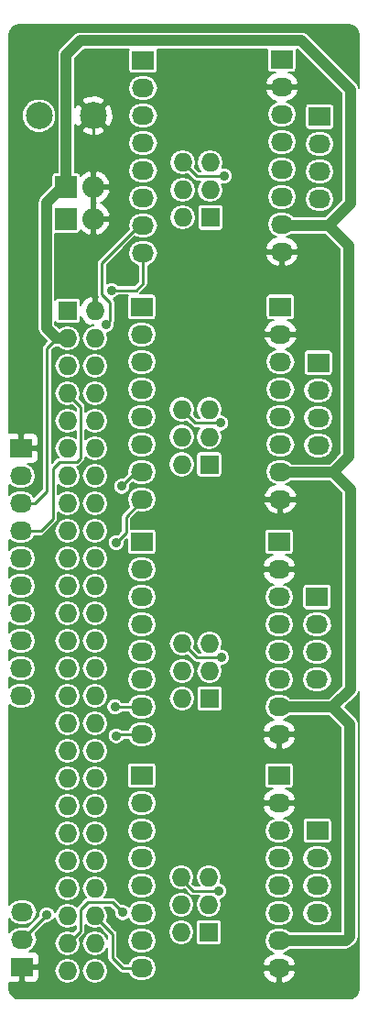
<source format=gbl>
G04 #@! TF.FileFunction,Copper,L2,Bot,Signal*
%FSLAX46Y46*%
G04 Gerber Fmt 4.6, Leading zero omitted, Abs format (unit mm)*
G04 Created by KiCad (PCBNEW (2015-01-16 BZR 5376)-product) date 27.11.2015 11:03:22*
%MOMM*%
G01*
G04 APERTURE LIST*
%ADD10C,0.100000*%
%ADD11R,2.032000X2.032000*%
%ADD12O,2.032000X2.032000*%
%ADD13R,1.727200X1.727200*%
%ADD14O,1.727200X1.727200*%
%ADD15R,2.032000X1.727200*%
%ADD16O,2.032000X1.727200*%
%ADD17C,2.500000*%
%ADD18C,0.889000*%
%ADD19C,1.000000*%
%ADD20C,0.250000*%
%ADD21C,0.254000*%
%ADD22C,0.151000*%
G04 APERTURE END LIST*
D10*
D11*
X122174000Y-38989000D03*
D12*
X124714000Y-38989000D03*
D11*
X122174000Y-41910000D03*
D12*
X124714000Y-41910000D03*
D13*
X135500000Y-41798240D03*
D14*
X132960000Y-41798240D03*
X135500000Y-39258240D03*
X132960000Y-39258240D03*
X135500000Y-36718240D03*
X132960000Y-36718240D03*
D13*
X135400000Y-64587120D03*
D14*
X132860000Y-64587120D03*
X135400000Y-62047120D03*
X132860000Y-62047120D03*
X135400000Y-59507120D03*
X132860000Y-59507120D03*
D13*
X135427720Y-86207600D03*
D14*
X132887720Y-86207600D03*
X135427720Y-83667600D03*
X132887720Y-83667600D03*
X135427720Y-81127600D03*
X132887720Y-81127600D03*
D13*
X135360000Y-107792520D03*
D14*
X132820000Y-107792520D03*
X135360000Y-105252520D03*
X132820000Y-105252520D03*
X135360000Y-102712520D03*
X132820000Y-102712520D03*
D15*
X145623280Y-32486600D03*
D16*
X145623280Y-35026600D03*
X145623280Y-37566600D03*
X145623280Y-40106600D03*
D15*
X145481040Y-55199280D03*
D16*
X145481040Y-57739280D03*
X145481040Y-60279280D03*
X145481040Y-62819280D03*
D15*
X145379440Y-76850240D03*
D16*
X145379440Y-79390240D03*
X145379440Y-81930240D03*
X145379440Y-84470240D03*
D15*
X145399760Y-98435160D03*
D16*
X145399760Y-100975160D03*
X145399760Y-103515160D03*
X145399760Y-106055160D03*
D15*
X117983000Y-63119000D03*
D16*
X117983000Y-65659000D03*
X117983000Y-68199000D03*
X117983000Y-70739000D03*
X117983000Y-73279000D03*
X117983000Y-75819000D03*
X117983000Y-78359000D03*
X117983000Y-80899000D03*
X117983000Y-83439000D03*
X117983000Y-85979000D03*
D15*
X118110000Y-110998000D03*
D16*
X118110000Y-108458000D03*
X118110000Y-105918000D03*
D13*
X122301000Y-50419000D03*
D14*
X124841000Y-50419000D03*
X122301000Y-52959000D03*
X124841000Y-52959000D03*
X122301000Y-55499000D03*
X124841000Y-55499000D03*
X122301000Y-58039000D03*
X124841000Y-58039000D03*
X122301000Y-60579000D03*
X124841000Y-60579000D03*
X122301000Y-63119000D03*
X124841000Y-63119000D03*
X122301000Y-65659000D03*
X124841000Y-65659000D03*
X122301000Y-68199000D03*
X124841000Y-68199000D03*
X122301000Y-70739000D03*
X124841000Y-70739000D03*
X122301000Y-73279000D03*
X124841000Y-73279000D03*
X122301000Y-75819000D03*
X124841000Y-75819000D03*
X122301000Y-78359000D03*
X124841000Y-78359000D03*
X122301000Y-80899000D03*
X124841000Y-80899000D03*
X122301000Y-83439000D03*
X124841000Y-83439000D03*
X122301000Y-85979000D03*
X124841000Y-85979000D03*
X122301000Y-88519000D03*
X124841000Y-88519000D03*
X122301000Y-91059000D03*
X124841000Y-91059000D03*
X122301000Y-93599000D03*
X124841000Y-93599000D03*
X122301000Y-96139000D03*
X124841000Y-96139000D03*
X122301000Y-98679000D03*
X124841000Y-98679000D03*
X122301000Y-101219000D03*
X124841000Y-101219000D03*
X122301000Y-103759000D03*
X124841000Y-103759000D03*
X122301000Y-106299000D03*
X124841000Y-106299000D03*
X122301000Y-108839000D03*
X124841000Y-108839000D03*
X122301000Y-111379000D03*
X124841000Y-111379000D03*
D15*
X129286000Y-27305000D03*
D16*
X129286000Y-29845000D03*
X129286000Y-32385000D03*
X129286000Y-34925000D03*
X129286000Y-37465000D03*
X129286000Y-40005000D03*
X129286000Y-42545000D03*
X129286000Y-45085000D03*
D15*
X142113000Y-27178000D03*
D16*
X142113000Y-29718000D03*
X142113000Y-32258000D03*
X142113000Y-34798000D03*
X142113000Y-37338000D03*
X142113000Y-39878000D03*
X142113000Y-42418000D03*
X142113000Y-44958000D03*
D15*
X129159000Y-50038000D03*
D16*
X129159000Y-52578000D03*
X129159000Y-55118000D03*
X129159000Y-57658000D03*
X129159000Y-60198000D03*
X129159000Y-62738000D03*
X129159000Y-65278000D03*
X129159000Y-67818000D03*
D15*
X141986000Y-50038000D03*
D16*
X141986000Y-52578000D03*
X141986000Y-55118000D03*
X141986000Y-57658000D03*
X141986000Y-60198000D03*
X141986000Y-62738000D03*
X141986000Y-65278000D03*
X141986000Y-67818000D03*
D15*
X129159000Y-71755000D03*
D16*
X129159000Y-74295000D03*
X129159000Y-76835000D03*
X129159000Y-79375000D03*
X129159000Y-81915000D03*
X129159000Y-84455000D03*
X129159000Y-86995000D03*
X129159000Y-89535000D03*
D15*
X141859000Y-71755000D03*
D16*
X141859000Y-74295000D03*
X141859000Y-76835000D03*
X141859000Y-79375000D03*
X141859000Y-81915000D03*
X141859000Y-84455000D03*
X141859000Y-86995000D03*
X141859000Y-89535000D03*
D15*
X129159000Y-93345000D03*
D16*
X129159000Y-95885000D03*
X129159000Y-98425000D03*
X129159000Y-100965000D03*
X129159000Y-103505000D03*
X129159000Y-106045000D03*
X129159000Y-108585000D03*
X129159000Y-111125000D03*
D15*
X141859000Y-93345000D03*
D16*
X141859000Y-95885000D03*
X141859000Y-98425000D03*
X141859000Y-100965000D03*
X141859000Y-103505000D03*
X141859000Y-106045000D03*
X141859000Y-108585000D03*
X141859000Y-111125000D03*
D17*
X119674000Y-32385000D03*
X124674000Y-32385000D03*
D18*
X119888000Y-35941000D03*
X124460000Y-35941000D03*
X124079000Y-45847000D03*
X118618000Y-45847000D03*
X119380000Y-104394000D03*
X125857000Y-51689000D03*
X126365000Y-48514000D03*
X127317500Y-66611500D03*
X126809500Y-71818500D03*
X126682500Y-86995000D03*
X126809500Y-89662000D03*
X127381000Y-105981500D03*
X136779000Y-37973000D03*
X136461500Y-60769500D03*
X136525000Y-82423000D03*
X136296400Y-103987600D03*
X120396000Y-106172000D03*
D19*
X120332500Y-40449500D02*
X122174000Y-38608000D01*
D20*
X119253000Y-68199000D02*
X120396000Y-67056000D01*
X120396000Y-67056000D02*
X120396000Y-53848000D01*
X117983000Y-68199000D02*
X119253000Y-68199000D01*
D19*
X120332500Y-52006500D02*
X120332500Y-40449500D01*
D20*
X120396000Y-53848000D02*
X121295160Y-52948840D01*
D19*
X121274840Y-52948840D02*
X120332500Y-52006500D01*
X141859000Y-108585000D02*
X148018500Y-108585000D01*
X148018500Y-108585000D02*
X148399500Y-108204000D01*
X148399500Y-108204000D02*
X148399500Y-88582500D01*
X148399500Y-88582500D02*
X146827240Y-87010240D01*
X141997133Y-65334000D02*
X146868000Y-65334000D01*
X141884400Y-87010240D02*
X146827240Y-87010240D01*
X146827240Y-87010240D02*
X148463000Y-85374480D01*
X148463000Y-66929000D02*
X146868000Y-65334000D01*
X148463000Y-85374480D02*
X148463000Y-66929000D01*
X142026640Y-42519600D02*
X146469100Y-42519600D01*
X146868000Y-65334000D02*
X148321000Y-63881000D01*
X148321000Y-44371500D02*
X146469100Y-42519600D01*
X148321000Y-63881000D02*
X148321000Y-44371500D01*
X146469100Y-42519600D02*
X148463000Y-40525700D01*
X148463000Y-40525700D02*
X148463000Y-30035500D01*
X143891000Y-25463500D02*
X123507500Y-25463500D01*
X148463000Y-30035500D02*
X143891000Y-25463500D01*
X121274840Y-52948840D02*
X122240040Y-52948840D01*
X122240040Y-52948840D02*
X121274840Y-52948840D01*
D20*
X121295160Y-52948840D02*
X122240040Y-52948840D01*
D19*
X122174000Y-26797000D02*
X123507500Y-25463500D01*
X122174000Y-38989000D02*
X122174000Y-26797000D01*
D20*
X124674000Y-32385000D02*
X124674000Y-35727000D01*
X124674000Y-35727000D02*
X124460000Y-35941000D01*
X129286000Y-42545000D02*
X128905000Y-42545000D01*
X128905000Y-42545000D02*
X125476000Y-45974000D01*
X125476000Y-45974000D02*
X125476000Y-48895000D01*
X125476000Y-48895000D02*
X126238000Y-49657000D01*
X126238000Y-49657000D02*
X126238000Y-51308000D01*
X126238000Y-51308000D02*
X125857000Y-51689000D01*
X129286000Y-45085000D02*
X129286000Y-47879000D01*
X128651000Y-48514000D02*
X126365000Y-48514000D01*
X129286000Y-47879000D02*
X128651000Y-48514000D01*
X126517400Y-48361600D02*
X126365000Y-48514000D01*
X127317500Y-66611500D02*
X128595000Y-65334000D01*
X128595000Y-65334000D02*
X129271113Y-65334000D01*
X126809500Y-71818500D02*
X127698500Y-70929500D01*
X127698500Y-70929500D02*
X127698500Y-69446613D01*
X127698500Y-69446613D02*
X129271113Y-67874000D01*
D21*
X126682500Y-86995000D02*
X126697740Y-87010240D01*
X126697740Y-87010240D02*
X129184400Y-87010240D01*
D20*
X126809500Y-89662000D02*
X126921260Y-89550240D01*
X126921260Y-89550240D02*
X129184400Y-89550240D01*
D21*
X129159000Y-111125000D02*
X127381000Y-111125000D01*
X126428500Y-107937300D02*
X124780040Y-106288840D01*
X126428500Y-110172500D02*
X126428500Y-107937300D01*
X127381000Y-111125000D02*
X126428500Y-110172500D01*
X122240040Y-108828840D02*
X122374660Y-108828840D01*
X122374660Y-108828840D02*
X123507500Y-107696000D01*
X123507500Y-107696000D02*
X123507500Y-105727500D01*
X123507500Y-105727500D02*
X124206000Y-105029000D01*
X124206000Y-105029000D02*
X126428500Y-105029000D01*
X126428500Y-105029000D02*
X127381000Y-105981500D01*
D20*
X134239000Y-37973000D02*
X136779000Y-37973000D01*
X132984240Y-36718240D02*
X134239000Y-37973000D01*
X132960000Y-36718240D02*
X132984240Y-36718240D01*
X134112000Y-60769500D02*
X136461500Y-60769500D01*
X132860000Y-59517500D02*
X134112000Y-60769500D01*
X132860000Y-59507120D02*
X132860000Y-59517500D01*
X134239000Y-82423000D02*
X136525000Y-82423000D01*
X132943600Y-81127600D02*
X134239000Y-82423000D01*
X132887720Y-81127600D02*
X132943600Y-81127600D01*
X133896100Y-103987600D02*
X136296400Y-103987600D01*
X132820000Y-102911500D02*
X133896100Y-103987600D01*
X132820000Y-102712520D02*
X132820000Y-102911500D01*
X119824500Y-70739000D02*
X120967500Y-69596000D01*
X117983000Y-70739000D02*
X119824500Y-70739000D01*
X123507500Y-59296300D02*
X122240040Y-58028840D01*
X123507500Y-64008000D02*
X123507500Y-59296300D01*
X123126500Y-64389000D02*
X123507500Y-64008000D01*
X121539000Y-64389000D02*
X123126500Y-64389000D01*
X120967500Y-64960500D02*
X121539000Y-64389000D01*
X120967500Y-69596000D02*
X120967500Y-64960500D01*
X118110000Y-108458000D02*
X120396000Y-106172000D01*
D22*
G36*
X149252500Y-29834406D02*
X149229358Y-29718064D01*
X149049545Y-29448955D01*
X144477545Y-24876955D01*
X144208436Y-24697142D01*
X143891000Y-24634000D01*
X123507500Y-24634000D01*
X123190064Y-24697142D01*
X122920955Y-24876955D01*
X121587455Y-26210455D01*
X121407642Y-26479564D01*
X121344500Y-26797000D01*
X121344500Y-37637045D01*
X121253773Y-37637045D01*
X121253773Y-32072196D01*
X121013816Y-31491454D01*
X120569883Y-31046746D01*
X119989560Y-30805775D01*
X119361196Y-30805227D01*
X118780454Y-31045184D01*
X118335746Y-31489117D01*
X118094775Y-32069440D01*
X118094227Y-32697804D01*
X118334184Y-33278546D01*
X118778117Y-33723254D01*
X119358440Y-33964225D01*
X119986804Y-33964773D01*
X120567546Y-33724816D01*
X121012254Y-33280883D01*
X121253225Y-32700560D01*
X121253773Y-32072196D01*
X121253773Y-37637045D01*
X121158000Y-37637045D01*
X121032363Y-37661421D01*
X120921939Y-37733958D01*
X120848023Y-37843462D01*
X120822045Y-37973000D01*
X120822045Y-38786865D01*
X119745955Y-39862955D01*
X119566142Y-40132064D01*
X119503000Y-40449500D01*
X119503000Y-52006500D01*
X119566142Y-52323936D01*
X119745955Y-52593045D01*
X120377075Y-53224165D01*
X120074620Y-53526620D01*
X119976097Y-53674070D01*
X119941500Y-53848000D01*
X119941500Y-66867740D01*
X119185045Y-67624194D01*
X119005409Y-67355351D01*
X118618340Y-67096719D01*
X118161760Y-67005900D01*
X117804240Y-67005900D01*
X117347660Y-67096719D01*
X116960591Y-67355351D01*
X116939500Y-67386915D01*
X116939500Y-66471084D01*
X116960591Y-66502649D01*
X117347660Y-66761281D01*
X117804240Y-66852100D01*
X118161760Y-66852100D01*
X118618340Y-66761281D01*
X119005409Y-66502649D01*
X119264041Y-66115580D01*
X119354860Y-65659000D01*
X119264041Y-65202420D01*
X119005409Y-64815351D01*
X118632379Y-64566100D01*
X119115065Y-64566100D01*
X119329526Y-64477268D01*
X119493667Y-64313126D01*
X119582500Y-64098666D01*
X119582500Y-63866535D01*
X119582500Y-63443375D01*
X119582500Y-62794625D01*
X119582500Y-62371465D01*
X119582500Y-62139334D01*
X119493667Y-61924874D01*
X119329526Y-61760732D01*
X119115065Y-61671900D01*
X118307375Y-61671900D01*
X118161500Y-61817775D01*
X118161500Y-62940500D01*
X119436625Y-62940500D01*
X119582500Y-62794625D01*
X119582500Y-63443375D01*
X119436625Y-63297500D01*
X118161500Y-63297500D01*
X118161500Y-63317500D01*
X117804500Y-63317500D01*
X117804500Y-63297500D01*
X117784500Y-63297500D01*
X117784500Y-62940500D01*
X117804500Y-62940500D01*
X117804500Y-61817775D01*
X117658625Y-61671900D01*
X116939500Y-61671900D01*
X116939500Y-25146000D01*
X116939500Y-24926818D01*
X117015663Y-24543920D01*
X117212832Y-24248834D01*
X117507919Y-24051663D01*
X117890818Y-23975500D01*
X118618000Y-23975500D01*
X148301181Y-23975500D01*
X148684079Y-24051663D01*
X148979165Y-24248832D01*
X149176336Y-24543919D01*
X149252500Y-24926818D01*
X149252500Y-29834406D01*
X149252500Y-29834406D01*
G37*
X149252500Y-29834406D02*
X149229358Y-29718064D01*
X149049545Y-29448955D01*
X144477545Y-24876955D01*
X144208436Y-24697142D01*
X143891000Y-24634000D01*
X123507500Y-24634000D01*
X123190064Y-24697142D01*
X122920955Y-24876955D01*
X121587455Y-26210455D01*
X121407642Y-26479564D01*
X121344500Y-26797000D01*
X121344500Y-37637045D01*
X121253773Y-37637045D01*
X121253773Y-32072196D01*
X121013816Y-31491454D01*
X120569883Y-31046746D01*
X119989560Y-30805775D01*
X119361196Y-30805227D01*
X118780454Y-31045184D01*
X118335746Y-31489117D01*
X118094775Y-32069440D01*
X118094227Y-32697804D01*
X118334184Y-33278546D01*
X118778117Y-33723254D01*
X119358440Y-33964225D01*
X119986804Y-33964773D01*
X120567546Y-33724816D01*
X121012254Y-33280883D01*
X121253225Y-32700560D01*
X121253773Y-32072196D01*
X121253773Y-37637045D01*
X121158000Y-37637045D01*
X121032363Y-37661421D01*
X120921939Y-37733958D01*
X120848023Y-37843462D01*
X120822045Y-37973000D01*
X120822045Y-38786865D01*
X119745955Y-39862955D01*
X119566142Y-40132064D01*
X119503000Y-40449500D01*
X119503000Y-52006500D01*
X119566142Y-52323936D01*
X119745955Y-52593045D01*
X120377075Y-53224165D01*
X120074620Y-53526620D01*
X119976097Y-53674070D01*
X119941500Y-53848000D01*
X119941500Y-66867740D01*
X119185045Y-67624194D01*
X119005409Y-67355351D01*
X118618340Y-67096719D01*
X118161760Y-67005900D01*
X117804240Y-67005900D01*
X117347660Y-67096719D01*
X116960591Y-67355351D01*
X116939500Y-67386915D01*
X116939500Y-66471084D01*
X116960591Y-66502649D01*
X117347660Y-66761281D01*
X117804240Y-66852100D01*
X118161760Y-66852100D01*
X118618340Y-66761281D01*
X119005409Y-66502649D01*
X119264041Y-66115580D01*
X119354860Y-65659000D01*
X119264041Y-65202420D01*
X119005409Y-64815351D01*
X118632379Y-64566100D01*
X119115065Y-64566100D01*
X119329526Y-64477268D01*
X119493667Y-64313126D01*
X119582500Y-64098666D01*
X119582500Y-63866535D01*
X119582500Y-63443375D01*
X119582500Y-62794625D01*
X119582500Y-62371465D01*
X119582500Y-62139334D01*
X119493667Y-61924874D01*
X119329526Y-61760732D01*
X119115065Y-61671900D01*
X118307375Y-61671900D01*
X118161500Y-61817775D01*
X118161500Y-62940500D01*
X119436625Y-62940500D01*
X119582500Y-62794625D01*
X119582500Y-63443375D01*
X119436625Y-63297500D01*
X118161500Y-63297500D01*
X118161500Y-63317500D01*
X117804500Y-63317500D01*
X117804500Y-63297500D01*
X117784500Y-63297500D01*
X117784500Y-62940500D01*
X117804500Y-62940500D01*
X117804500Y-61817775D01*
X117658625Y-61671900D01*
X116939500Y-61671900D01*
X116939500Y-25146000D01*
X116939500Y-24926818D01*
X117015663Y-24543920D01*
X117212832Y-24248834D01*
X117507919Y-24051663D01*
X117890818Y-23975500D01*
X118618000Y-23975500D01*
X148301181Y-23975500D01*
X148684079Y-24051663D01*
X148979165Y-24248832D01*
X149176336Y-24543919D01*
X149252500Y-24926818D01*
X149252500Y-29834406D01*
G36*
X149252500Y-112995181D02*
X149176336Y-113378080D01*
X148979165Y-113673167D01*
X148684079Y-113870336D01*
X148301181Y-113946500D01*
X143401845Y-113946500D01*
X143401845Y-111525950D01*
X143300324Y-111303500D01*
X142037500Y-111303500D01*
X142037500Y-112424616D01*
X142263303Y-112548612D01*
X142788921Y-112343847D01*
X143196168Y-111953523D01*
X143401845Y-111525950D01*
X143401845Y-113946500D01*
X141680500Y-113946500D01*
X141680500Y-112424616D01*
X141680500Y-111303500D01*
X140417676Y-111303500D01*
X140316155Y-111525950D01*
X140521832Y-111953523D01*
X140929079Y-112343847D01*
X141454697Y-112548612D01*
X141680500Y-112424616D01*
X141680500Y-113946500D01*
X137553134Y-113946500D01*
X137553134Y-37819717D01*
X137435548Y-37535137D01*
X137218008Y-37317217D01*
X136933634Y-37199134D01*
X136625717Y-37198866D01*
X136603436Y-37208072D01*
X136625655Y-37174820D01*
X136716474Y-36718240D01*
X136625655Y-36261660D01*
X136367023Y-35874591D01*
X135979954Y-35615959D01*
X135523374Y-35525140D01*
X135476626Y-35525140D01*
X135020046Y-35615959D01*
X134632977Y-35874591D01*
X134374345Y-36261660D01*
X134283526Y-36718240D01*
X134374345Y-37174820D01*
X134603985Y-37518500D01*
X134427260Y-37518500D01*
X134084823Y-37176063D01*
X134085655Y-37174820D01*
X134176474Y-36718240D01*
X134085655Y-36261660D01*
X133827023Y-35874591D01*
X133439954Y-35615959D01*
X132983374Y-35525140D01*
X132936626Y-35525140D01*
X132480046Y-35615959D01*
X132092977Y-35874591D01*
X131834345Y-36261660D01*
X131743526Y-36718240D01*
X131834345Y-37174820D01*
X132092977Y-37561889D01*
X132480046Y-37820521D01*
X132936626Y-37911340D01*
X132983374Y-37911340D01*
X133439954Y-37820521D01*
X133442236Y-37818996D01*
X133917620Y-38294380D01*
X134065070Y-38392903D01*
X134065071Y-38392904D01*
X134239000Y-38427500D01*
X134624351Y-38427500D01*
X134374345Y-38801660D01*
X134283526Y-39258240D01*
X134374345Y-39714820D01*
X134632977Y-40101889D01*
X135020046Y-40360521D01*
X135476626Y-40451340D01*
X135523374Y-40451340D01*
X135979954Y-40360521D01*
X136367023Y-40101889D01*
X136625655Y-39714820D01*
X136716474Y-39258240D01*
X136625655Y-38801660D01*
X136575478Y-38726566D01*
X136624366Y-38746866D01*
X136932283Y-38747134D01*
X137216863Y-38629548D01*
X137434783Y-38412008D01*
X137552866Y-38127634D01*
X137553134Y-37819717D01*
X137553134Y-113946500D01*
X137299134Y-113946500D01*
X137299134Y-82269717D01*
X137235634Y-82116035D01*
X137235634Y-60616217D01*
X137118048Y-60331637D01*
X136900508Y-60113717D01*
X136699555Y-60030273D01*
X136699555Y-42661840D01*
X136699555Y-40934640D01*
X136675179Y-40809003D01*
X136602642Y-40698579D01*
X136493138Y-40624663D01*
X136363600Y-40598685D01*
X134636400Y-40598685D01*
X134510763Y-40623061D01*
X134400339Y-40695598D01*
X134326423Y-40805102D01*
X134300445Y-40934640D01*
X134300445Y-42661840D01*
X134324821Y-42787477D01*
X134397358Y-42897901D01*
X134506862Y-42971817D01*
X134636400Y-42997795D01*
X136363600Y-42997795D01*
X136489237Y-42973419D01*
X136599661Y-42900882D01*
X136673577Y-42791378D01*
X136699555Y-42661840D01*
X136699555Y-60030273D01*
X136616134Y-59995634D01*
X136504382Y-59995536D01*
X136525655Y-59963700D01*
X136616474Y-59507120D01*
X136525655Y-59050540D01*
X136267023Y-58663471D01*
X135879954Y-58404839D01*
X135423374Y-58314020D01*
X135376626Y-58314020D01*
X134920046Y-58404839D01*
X134532977Y-58663471D01*
X134274345Y-59050540D01*
X134183526Y-59507120D01*
X134274345Y-59963700D01*
X134509076Y-60315000D01*
X134300260Y-60315000D01*
X134176474Y-60191214D01*
X134176474Y-41798240D01*
X134176474Y-39258240D01*
X134085655Y-38801660D01*
X133827023Y-38414591D01*
X133439954Y-38155959D01*
X132983374Y-38065140D01*
X132936626Y-38065140D01*
X132480046Y-38155959D01*
X132092977Y-38414591D01*
X131834345Y-38801660D01*
X131743526Y-39258240D01*
X131834345Y-39714820D01*
X132092977Y-40101889D01*
X132480046Y-40360521D01*
X132936626Y-40451340D01*
X132983374Y-40451340D01*
X133439954Y-40360521D01*
X133827023Y-40101889D01*
X134085655Y-39714820D01*
X134176474Y-39258240D01*
X134176474Y-41798240D01*
X134085655Y-41341660D01*
X133827023Y-40954591D01*
X133439954Y-40695959D01*
X132983374Y-40605140D01*
X132936626Y-40605140D01*
X132480046Y-40695959D01*
X132092977Y-40954591D01*
X131834345Y-41341660D01*
X131743526Y-41798240D01*
X131834345Y-42254820D01*
X132092977Y-42641889D01*
X132480046Y-42900521D01*
X132936626Y-42991340D01*
X132983374Y-42991340D01*
X133439954Y-42900521D01*
X133827023Y-42641889D01*
X134085655Y-42254820D01*
X134176474Y-41798240D01*
X134176474Y-60191214D01*
X133970957Y-59985697D01*
X133985655Y-59963700D01*
X134076474Y-59507120D01*
X133985655Y-59050540D01*
X133727023Y-58663471D01*
X133339954Y-58404839D01*
X132883374Y-58314020D01*
X132836626Y-58314020D01*
X132380046Y-58404839D01*
X131992977Y-58663471D01*
X131734345Y-59050540D01*
X131643526Y-59507120D01*
X131734345Y-59963700D01*
X131992977Y-60350769D01*
X132380046Y-60609401D01*
X132836626Y-60700220D01*
X132883374Y-60700220D01*
X133314253Y-60614513D01*
X133790620Y-61090880D01*
X133938070Y-61189403D01*
X133938071Y-61189403D01*
X134112000Y-61224000D01*
X134519259Y-61224000D01*
X134274345Y-61590540D01*
X134183526Y-62047120D01*
X134274345Y-62503700D01*
X134532977Y-62890769D01*
X134920046Y-63149401D01*
X135376626Y-63240220D01*
X135423374Y-63240220D01*
X135879954Y-63149401D01*
X136267023Y-62890769D01*
X136525655Y-62503700D01*
X136616474Y-62047120D01*
X136525655Y-61590540D01*
X136494243Y-61543529D01*
X136614783Y-61543634D01*
X136899363Y-61426048D01*
X137117283Y-61208508D01*
X137235366Y-60924134D01*
X137235634Y-60616217D01*
X137235634Y-82116035D01*
X137181548Y-81985137D01*
X136964008Y-81767217D01*
X136679634Y-81649134D01*
X136510072Y-81648986D01*
X136553375Y-81584180D01*
X136644194Y-81127600D01*
X136599555Y-80903183D01*
X136599555Y-65450720D01*
X136599555Y-63723520D01*
X136575179Y-63597883D01*
X136502642Y-63487459D01*
X136393138Y-63413543D01*
X136263600Y-63387565D01*
X134536400Y-63387565D01*
X134410763Y-63411941D01*
X134300339Y-63484478D01*
X134226423Y-63593982D01*
X134200445Y-63723520D01*
X134200445Y-65450720D01*
X134224821Y-65576357D01*
X134297358Y-65686781D01*
X134406862Y-65760697D01*
X134536400Y-65786675D01*
X136263600Y-65786675D01*
X136389237Y-65762299D01*
X136499661Y-65689762D01*
X136573577Y-65580258D01*
X136599555Y-65450720D01*
X136599555Y-80903183D01*
X136553375Y-80671020D01*
X136294743Y-80283951D01*
X135907674Y-80025319D01*
X135451094Y-79934500D01*
X135404346Y-79934500D01*
X134947766Y-80025319D01*
X134560697Y-80283951D01*
X134302065Y-80671020D01*
X134211246Y-81127600D01*
X134302065Y-81584180D01*
X134558860Y-81968500D01*
X134427260Y-81968500D01*
X134018280Y-81559520D01*
X134104194Y-81127600D01*
X134076474Y-80988241D01*
X134076474Y-64587120D01*
X134076474Y-62047120D01*
X133985655Y-61590540D01*
X133727023Y-61203471D01*
X133339954Y-60944839D01*
X132883374Y-60854020D01*
X132836626Y-60854020D01*
X132380046Y-60944839D01*
X131992977Y-61203471D01*
X131734345Y-61590540D01*
X131643526Y-62047120D01*
X131734345Y-62503700D01*
X131992977Y-62890769D01*
X132380046Y-63149401D01*
X132836626Y-63240220D01*
X132883374Y-63240220D01*
X133339954Y-63149401D01*
X133727023Y-62890769D01*
X133985655Y-62503700D01*
X134076474Y-62047120D01*
X134076474Y-64587120D01*
X133985655Y-64130540D01*
X133727023Y-63743471D01*
X133339954Y-63484839D01*
X132883374Y-63394020D01*
X132836626Y-63394020D01*
X132380046Y-63484839D01*
X131992977Y-63743471D01*
X131734345Y-64130540D01*
X131643526Y-64587120D01*
X131734345Y-65043700D01*
X131992977Y-65430769D01*
X132380046Y-65689401D01*
X132836626Y-65780220D01*
X132883374Y-65780220D01*
X133339954Y-65689401D01*
X133727023Y-65430769D01*
X133985655Y-65043700D01*
X134076474Y-64587120D01*
X134076474Y-80988241D01*
X134013375Y-80671020D01*
X133754743Y-80283951D01*
X133367674Y-80025319D01*
X132911094Y-79934500D01*
X132864346Y-79934500D01*
X132407766Y-80025319D01*
X132020697Y-80283951D01*
X131762065Y-80671020D01*
X131671246Y-81127600D01*
X131762065Y-81584180D01*
X132020697Y-81971249D01*
X132407766Y-82229881D01*
X132864346Y-82320700D01*
X132911094Y-82320700D01*
X133367674Y-82229881D01*
X133388922Y-82215682D01*
X133917620Y-82744380D01*
X134065070Y-82842903D01*
X134065071Y-82842903D01*
X134239000Y-82877500D01*
X134524916Y-82877500D01*
X134302065Y-83211020D01*
X134211246Y-83667600D01*
X134302065Y-84124180D01*
X134560697Y-84511249D01*
X134947766Y-84769881D01*
X135404346Y-84860700D01*
X135451094Y-84860700D01*
X135907674Y-84769881D01*
X136294743Y-84511249D01*
X136553375Y-84124180D01*
X136644194Y-83667600D01*
X136553375Y-83211020D01*
X136544018Y-83197017D01*
X136678283Y-83197134D01*
X136962863Y-83079548D01*
X137180783Y-82862008D01*
X137298866Y-82577634D01*
X137299134Y-82269717D01*
X137299134Y-113946500D01*
X137070534Y-113946500D01*
X137070534Y-103834317D01*
X136952948Y-103549737D01*
X136735408Y-103331817D01*
X136627275Y-103286915D01*
X136627275Y-87071200D01*
X136627275Y-85344000D01*
X136602899Y-85218363D01*
X136530362Y-85107939D01*
X136420858Y-85034023D01*
X136291320Y-85008045D01*
X134564120Y-85008045D01*
X134438483Y-85032421D01*
X134328059Y-85104958D01*
X134254143Y-85214462D01*
X134228165Y-85344000D01*
X134228165Y-87071200D01*
X134252541Y-87196837D01*
X134325078Y-87307261D01*
X134434582Y-87381177D01*
X134564120Y-87407155D01*
X136291320Y-87407155D01*
X136416957Y-87382779D01*
X136527381Y-87310242D01*
X136601297Y-87200738D01*
X136627275Y-87071200D01*
X136627275Y-103286915D01*
X136454789Y-103215293D01*
X136485655Y-103169100D01*
X136576474Y-102712520D01*
X136485655Y-102255940D01*
X136227023Y-101868871D01*
X135839954Y-101610239D01*
X135383374Y-101519420D01*
X135336626Y-101519420D01*
X134880046Y-101610239D01*
X134492977Y-101868871D01*
X134234345Y-102255940D01*
X134143526Y-102712520D01*
X134234345Y-103169100D01*
X134477562Y-103533100D01*
X134104194Y-103533100D01*
X134104194Y-86207600D01*
X134104194Y-83667600D01*
X134013375Y-83211020D01*
X133754743Y-82823951D01*
X133367674Y-82565319D01*
X132911094Y-82474500D01*
X132864346Y-82474500D01*
X132407766Y-82565319D01*
X132020697Y-82823951D01*
X131762065Y-83211020D01*
X131671246Y-83667600D01*
X131762065Y-84124180D01*
X132020697Y-84511249D01*
X132407766Y-84769881D01*
X132864346Y-84860700D01*
X132911094Y-84860700D01*
X133367674Y-84769881D01*
X133754743Y-84511249D01*
X134013375Y-84124180D01*
X134104194Y-83667600D01*
X134104194Y-86207600D01*
X134013375Y-85751020D01*
X133754743Y-85363951D01*
X133367674Y-85105319D01*
X132911094Y-85014500D01*
X132864346Y-85014500D01*
X132407766Y-85105319D01*
X132020697Y-85363951D01*
X131762065Y-85751020D01*
X131671246Y-86207600D01*
X131762065Y-86664180D01*
X132020697Y-87051249D01*
X132407766Y-87309881D01*
X132864346Y-87400700D01*
X132911094Y-87400700D01*
X133367674Y-87309881D01*
X133754743Y-87051249D01*
X134013375Y-86664180D01*
X134104194Y-86207600D01*
X134104194Y-103533100D01*
X134084360Y-103533100D01*
X133855414Y-103304154D01*
X133945655Y-103169100D01*
X134036474Y-102712520D01*
X133945655Y-102255940D01*
X133687023Y-101868871D01*
X133299954Y-101610239D01*
X132843374Y-101519420D01*
X132796626Y-101519420D01*
X132340046Y-101610239D01*
X131952977Y-101868871D01*
X131694345Y-102255940D01*
X131603526Y-102712520D01*
X131694345Y-103169100D01*
X131952977Y-103556169D01*
X132340046Y-103814801D01*
X132796626Y-103905620D01*
X132843374Y-103905620D01*
X133116943Y-103851203D01*
X133574720Y-104308980D01*
X133722170Y-104407503D01*
X133722171Y-104407503D01*
X133896100Y-104442100D01*
X134470774Y-104442100D01*
X134234345Y-104795940D01*
X134143526Y-105252520D01*
X134234345Y-105709100D01*
X134492977Y-106096169D01*
X134880046Y-106354801D01*
X135336626Y-106445620D01*
X135383374Y-106445620D01*
X135839954Y-106354801D01*
X136227023Y-106096169D01*
X136485655Y-105709100D01*
X136576474Y-105252520D01*
X136485655Y-104795940D01*
X136459961Y-104757487D01*
X136734263Y-104644148D01*
X136952183Y-104426608D01*
X137070266Y-104142234D01*
X137070534Y-103834317D01*
X137070534Y-113946500D01*
X136559555Y-113946500D01*
X136559555Y-108656120D01*
X136559555Y-106928920D01*
X136535179Y-106803283D01*
X136462642Y-106692859D01*
X136353138Y-106618943D01*
X136223600Y-106592965D01*
X134496400Y-106592965D01*
X134370763Y-106617341D01*
X134260339Y-106689878D01*
X134186423Y-106799382D01*
X134160445Y-106928920D01*
X134160445Y-108656120D01*
X134184821Y-108781757D01*
X134257358Y-108892181D01*
X134366862Y-108966097D01*
X134496400Y-108992075D01*
X136223600Y-108992075D01*
X136349237Y-108967699D01*
X136459661Y-108895162D01*
X136533577Y-108785658D01*
X136559555Y-108656120D01*
X136559555Y-113946500D01*
X134036474Y-113946500D01*
X134036474Y-107792520D01*
X134036474Y-105252520D01*
X133945655Y-104795940D01*
X133687023Y-104408871D01*
X133299954Y-104150239D01*
X132843374Y-104059420D01*
X132796626Y-104059420D01*
X132340046Y-104150239D01*
X131952977Y-104408871D01*
X131694345Y-104795940D01*
X131603526Y-105252520D01*
X131694345Y-105709100D01*
X131952977Y-106096169D01*
X132340046Y-106354801D01*
X132796626Y-106445620D01*
X132843374Y-106445620D01*
X133299954Y-106354801D01*
X133687023Y-106096169D01*
X133945655Y-105709100D01*
X134036474Y-105252520D01*
X134036474Y-107792520D01*
X133945655Y-107335940D01*
X133687023Y-106948871D01*
X133299954Y-106690239D01*
X132843374Y-106599420D01*
X132796626Y-106599420D01*
X132340046Y-106690239D01*
X131952977Y-106948871D01*
X131694345Y-107335940D01*
X131603526Y-107792520D01*
X131694345Y-108249100D01*
X131952977Y-108636169D01*
X132340046Y-108894801D01*
X132796626Y-108985620D01*
X132843374Y-108985620D01*
X133299954Y-108894801D01*
X133687023Y-108636169D01*
X133945655Y-108249100D01*
X134036474Y-107792520D01*
X134036474Y-113946500D01*
X130657860Y-113946500D01*
X126057474Y-113946500D01*
X126057474Y-111379000D01*
X125966655Y-110922420D01*
X125708023Y-110535351D01*
X125320954Y-110276719D01*
X124864374Y-110185900D01*
X124817626Y-110185900D01*
X124361046Y-110276719D01*
X123973977Y-110535351D01*
X123715345Y-110922420D01*
X123624526Y-111379000D01*
X123715345Y-111835580D01*
X123973977Y-112222649D01*
X124361046Y-112481281D01*
X124817626Y-112572100D01*
X124864374Y-112572100D01*
X125320954Y-112481281D01*
X125708023Y-112222649D01*
X125966655Y-111835580D01*
X126057474Y-111379000D01*
X126057474Y-113946500D01*
X123517474Y-113946500D01*
X123517474Y-111379000D01*
X123426655Y-110922420D01*
X123168023Y-110535351D01*
X122780954Y-110276719D01*
X122324374Y-110185900D01*
X122277626Y-110185900D01*
X121821046Y-110276719D01*
X121433977Y-110535351D01*
X121175345Y-110922420D01*
X121084526Y-111379000D01*
X121175345Y-111835580D01*
X121433977Y-112222649D01*
X121821046Y-112481281D01*
X122277626Y-112572100D01*
X122324374Y-112572100D01*
X122780954Y-112481281D01*
X123168023Y-112222649D01*
X123426655Y-111835580D01*
X123517474Y-111379000D01*
X123517474Y-113946500D01*
X119709500Y-113946500D01*
X119709500Y-111977666D01*
X119709500Y-111745535D01*
X119709500Y-111322375D01*
X119563625Y-111176500D01*
X118288500Y-111176500D01*
X118288500Y-112299225D01*
X118434375Y-112445100D01*
X119242065Y-112445100D01*
X119456526Y-112356268D01*
X119620667Y-112192126D01*
X119709500Y-111977666D01*
X119709500Y-113946500D01*
X117890818Y-113946500D01*
X117507919Y-113870336D01*
X117212832Y-113673165D01*
X117015663Y-113378079D01*
X116939500Y-112995181D01*
X116939500Y-112429179D01*
X116977935Y-112445100D01*
X117785625Y-112445100D01*
X117931500Y-112299225D01*
X117931500Y-111176500D01*
X117911500Y-111176500D01*
X117911500Y-110819500D01*
X117931500Y-110819500D01*
X117931500Y-110799500D01*
X118288500Y-110799500D01*
X118288500Y-110819500D01*
X119563625Y-110819500D01*
X119709500Y-110673625D01*
X119709500Y-110250465D01*
X119709500Y-110018334D01*
X119620667Y-109803874D01*
X119456526Y-109639732D01*
X119242065Y-109550900D01*
X118759379Y-109550900D01*
X119132409Y-109301649D01*
X119391041Y-108914580D01*
X119481860Y-108458000D01*
X119391041Y-108001420D01*
X119318261Y-107892498D01*
X120264873Y-106945886D01*
X120549283Y-106946134D01*
X120833863Y-106828548D01*
X121051783Y-106611008D01*
X121115882Y-106456640D01*
X121175345Y-106755580D01*
X121433977Y-107142649D01*
X121821046Y-107401281D01*
X122277626Y-107492100D01*
X122324374Y-107492100D01*
X122780954Y-107401281D01*
X123051000Y-107220841D01*
X123051000Y-107506912D01*
X122805075Y-107752836D01*
X122780954Y-107736719D01*
X122324374Y-107645900D01*
X122277626Y-107645900D01*
X121821046Y-107736719D01*
X121433977Y-107995351D01*
X121175345Y-108382420D01*
X121084526Y-108839000D01*
X121175345Y-109295580D01*
X121433977Y-109682649D01*
X121821046Y-109941281D01*
X122277626Y-110032100D01*
X122324374Y-110032100D01*
X122780954Y-109941281D01*
X123168023Y-109682649D01*
X123426655Y-109295580D01*
X123517474Y-108839000D01*
X123433293Y-108415794D01*
X123830294Y-108018794D01*
X123929251Y-107870695D01*
X123964000Y-107696000D01*
X123964000Y-107127717D01*
X123973977Y-107142649D01*
X124361046Y-107401281D01*
X124817626Y-107492100D01*
X124864374Y-107492100D01*
X125259180Y-107413568D01*
X125972000Y-108126388D01*
X125972000Y-108409291D01*
X125966655Y-108382420D01*
X125708023Y-107995351D01*
X125320954Y-107736719D01*
X124864374Y-107645900D01*
X124817626Y-107645900D01*
X124361046Y-107736719D01*
X123973977Y-107995351D01*
X123715345Y-108382420D01*
X123624526Y-108839000D01*
X123715345Y-109295580D01*
X123973977Y-109682649D01*
X124361046Y-109941281D01*
X124817626Y-110032100D01*
X124864374Y-110032100D01*
X125320954Y-109941281D01*
X125708023Y-109682649D01*
X125966655Y-109295580D01*
X125972000Y-109268708D01*
X125972000Y-110172500D01*
X126006749Y-110347195D01*
X126105706Y-110495294D01*
X127058205Y-111447794D01*
X127058206Y-111447794D01*
X127206305Y-111546751D01*
X127381000Y-111581500D01*
X127877943Y-111581500D01*
X127877959Y-111581580D01*
X128136591Y-111968649D01*
X128523660Y-112227281D01*
X128980240Y-112318100D01*
X129337760Y-112318100D01*
X129794340Y-112227281D01*
X130181409Y-111968649D01*
X130440041Y-111581580D01*
X130530860Y-111125000D01*
X130530860Y-108585000D01*
X130440041Y-108128420D01*
X130181409Y-107741351D01*
X129794340Y-107482719D01*
X129337760Y-107391900D01*
X128980240Y-107391900D01*
X128523660Y-107482719D01*
X128136591Y-107741351D01*
X127877959Y-108128420D01*
X127787140Y-108585000D01*
X127877959Y-109041580D01*
X128136591Y-109428649D01*
X128523660Y-109687281D01*
X128980240Y-109778100D01*
X129337760Y-109778100D01*
X129794340Y-109687281D01*
X130181409Y-109428649D01*
X130440041Y-109041580D01*
X130530860Y-108585000D01*
X130530860Y-111125000D01*
X130440041Y-110668420D01*
X130181409Y-110281351D01*
X129794340Y-110022719D01*
X129337760Y-109931900D01*
X128980240Y-109931900D01*
X128523660Y-110022719D01*
X128136591Y-110281351D01*
X127877959Y-110668420D01*
X127877943Y-110668500D01*
X127570088Y-110668500D01*
X126885000Y-109983411D01*
X126885000Y-107937300D01*
X126850251Y-107762605D01*
X126751294Y-107614506D01*
X126751294Y-107614505D01*
X125936899Y-106800111D01*
X125966655Y-106755580D01*
X126057474Y-106299000D01*
X125966655Y-105842420D01*
X125728167Y-105485500D01*
X126239411Y-105485500D01*
X126607111Y-105853199D01*
X126606866Y-106134783D01*
X126724452Y-106419363D01*
X126941992Y-106637283D01*
X127226366Y-106755366D01*
X127534283Y-106755634D01*
X127818863Y-106638048D01*
X127909012Y-106548055D01*
X128136591Y-106888649D01*
X128523660Y-107147281D01*
X128980240Y-107238100D01*
X129337760Y-107238100D01*
X129794340Y-107147281D01*
X130181409Y-106888649D01*
X130440041Y-106501580D01*
X130530860Y-106045000D01*
X130530860Y-103505000D01*
X130530860Y-100965000D01*
X130530860Y-98425000D01*
X130530860Y-95885000D01*
X130530860Y-89535000D01*
X130530860Y-86995000D01*
X130530860Y-84455000D01*
X130530860Y-81915000D01*
X130530860Y-79375000D01*
X130530860Y-76835000D01*
X130530860Y-74295000D01*
X130530860Y-67818000D01*
X130530860Y-65278000D01*
X130530860Y-62738000D01*
X130530860Y-60198000D01*
X130530860Y-57658000D01*
X130530860Y-55118000D01*
X130530860Y-52578000D01*
X130440041Y-52121420D01*
X130181409Y-51734351D01*
X129794340Y-51475719D01*
X129337760Y-51384900D01*
X128980240Y-51384900D01*
X128523660Y-51475719D01*
X128136591Y-51734351D01*
X127877959Y-52121420D01*
X127787140Y-52578000D01*
X127877959Y-53034580D01*
X128136591Y-53421649D01*
X128523660Y-53680281D01*
X128980240Y-53771100D01*
X129337760Y-53771100D01*
X129794340Y-53680281D01*
X130181409Y-53421649D01*
X130440041Y-53034580D01*
X130530860Y-52578000D01*
X130530860Y-55118000D01*
X130440041Y-54661420D01*
X130181409Y-54274351D01*
X129794340Y-54015719D01*
X129337760Y-53924900D01*
X128980240Y-53924900D01*
X128523660Y-54015719D01*
X128136591Y-54274351D01*
X127877959Y-54661420D01*
X127787140Y-55118000D01*
X127877959Y-55574580D01*
X128136591Y-55961649D01*
X128523660Y-56220281D01*
X128980240Y-56311100D01*
X129337760Y-56311100D01*
X129794340Y-56220281D01*
X130181409Y-55961649D01*
X130440041Y-55574580D01*
X130530860Y-55118000D01*
X130530860Y-57658000D01*
X130440041Y-57201420D01*
X130181409Y-56814351D01*
X129794340Y-56555719D01*
X129337760Y-56464900D01*
X128980240Y-56464900D01*
X128523660Y-56555719D01*
X128136591Y-56814351D01*
X127877959Y-57201420D01*
X127787140Y-57658000D01*
X127877959Y-58114580D01*
X128136591Y-58501649D01*
X128523660Y-58760281D01*
X128980240Y-58851100D01*
X129337760Y-58851100D01*
X129794340Y-58760281D01*
X130181409Y-58501649D01*
X130440041Y-58114580D01*
X130530860Y-57658000D01*
X130530860Y-60198000D01*
X130440041Y-59741420D01*
X130181409Y-59354351D01*
X129794340Y-59095719D01*
X129337760Y-59004900D01*
X128980240Y-59004900D01*
X128523660Y-59095719D01*
X128136591Y-59354351D01*
X127877959Y-59741420D01*
X127787140Y-60198000D01*
X127877959Y-60654580D01*
X128136591Y-61041649D01*
X128523660Y-61300281D01*
X128980240Y-61391100D01*
X129337760Y-61391100D01*
X129794340Y-61300281D01*
X130181409Y-61041649D01*
X130440041Y-60654580D01*
X130530860Y-60198000D01*
X130530860Y-62738000D01*
X130440041Y-62281420D01*
X130181409Y-61894351D01*
X129794340Y-61635719D01*
X129337760Y-61544900D01*
X128980240Y-61544900D01*
X128523660Y-61635719D01*
X128136591Y-61894351D01*
X127877959Y-62281420D01*
X127787140Y-62738000D01*
X127877959Y-63194580D01*
X128136591Y-63581649D01*
X128523660Y-63840281D01*
X128980240Y-63931100D01*
X129337760Y-63931100D01*
X129794340Y-63840281D01*
X130181409Y-63581649D01*
X130440041Y-63194580D01*
X130530860Y-62738000D01*
X130530860Y-65278000D01*
X130440041Y-64821420D01*
X130181409Y-64434351D01*
X129794340Y-64175719D01*
X129337760Y-64084900D01*
X128980240Y-64084900D01*
X128523660Y-64175719D01*
X128136591Y-64434351D01*
X127877959Y-64821420D01*
X127787140Y-65278000D01*
X127823822Y-65462417D01*
X127448626Y-65837613D01*
X127164217Y-65837366D01*
X126879637Y-65954952D01*
X126661717Y-66172492D01*
X126543634Y-66456866D01*
X126543366Y-66764783D01*
X126660952Y-67049363D01*
X126878492Y-67267283D01*
X127162866Y-67385366D01*
X127470783Y-67385634D01*
X127755363Y-67268048D01*
X127973283Y-67050508D01*
X128091366Y-66766134D01*
X128091614Y-66480145D01*
X128324532Y-66247227D01*
X128523660Y-66380281D01*
X128980240Y-66471100D01*
X129337760Y-66471100D01*
X129794340Y-66380281D01*
X130181409Y-66121649D01*
X130440041Y-65734580D01*
X130530860Y-65278000D01*
X130530860Y-67818000D01*
X130440041Y-67361420D01*
X130181409Y-66974351D01*
X129794340Y-66715719D01*
X129337760Y-66624900D01*
X128980240Y-66624900D01*
X128523660Y-66715719D01*
X128136591Y-66974351D01*
X127877959Y-67361420D01*
X127787140Y-67818000D01*
X127877959Y-68274580D01*
X128018075Y-68484277D01*
X127377120Y-69125233D01*
X127278597Y-69272683D01*
X127244000Y-69446613D01*
X127244000Y-70741240D01*
X126940626Y-71044613D01*
X126656217Y-71044366D01*
X126371637Y-71161952D01*
X126153717Y-71379492D01*
X126057474Y-71611269D01*
X126057474Y-70739000D01*
X126057474Y-68199000D01*
X126057474Y-65659000D01*
X125966655Y-65202420D01*
X125708023Y-64815351D01*
X125320954Y-64556719D01*
X124864374Y-64465900D01*
X124817626Y-64465900D01*
X124361046Y-64556719D01*
X123973977Y-64815351D01*
X123715345Y-65202420D01*
X123624526Y-65659000D01*
X123715345Y-66115580D01*
X123973977Y-66502649D01*
X124361046Y-66761281D01*
X124817626Y-66852100D01*
X124864374Y-66852100D01*
X125320954Y-66761281D01*
X125708023Y-66502649D01*
X125966655Y-66115580D01*
X126057474Y-65659000D01*
X126057474Y-68199000D01*
X125966655Y-67742420D01*
X125708023Y-67355351D01*
X125320954Y-67096719D01*
X124864374Y-67005900D01*
X124817626Y-67005900D01*
X124361046Y-67096719D01*
X123973977Y-67355351D01*
X123715345Y-67742420D01*
X123624526Y-68199000D01*
X123715345Y-68655580D01*
X123973977Y-69042649D01*
X124361046Y-69301281D01*
X124817626Y-69392100D01*
X124864374Y-69392100D01*
X125320954Y-69301281D01*
X125708023Y-69042649D01*
X125966655Y-68655580D01*
X126057474Y-68199000D01*
X126057474Y-70739000D01*
X125966655Y-70282420D01*
X125708023Y-69895351D01*
X125320954Y-69636719D01*
X124864374Y-69545900D01*
X124817626Y-69545900D01*
X124361046Y-69636719D01*
X123973977Y-69895351D01*
X123715345Y-70282420D01*
X123624526Y-70739000D01*
X123715345Y-71195580D01*
X123973977Y-71582649D01*
X124361046Y-71841281D01*
X124817626Y-71932100D01*
X124864374Y-71932100D01*
X125320954Y-71841281D01*
X125708023Y-71582649D01*
X125966655Y-71195580D01*
X126057474Y-70739000D01*
X126057474Y-71611269D01*
X126035634Y-71663866D01*
X126035366Y-71971783D01*
X126152952Y-72256363D01*
X126370492Y-72474283D01*
X126654866Y-72592366D01*
X126962783Y-72592634D01*
X127247363Y-72475048D01*
X127465283Y-72257508D01*
X127583366Y-71973134D01*
X127583614Y-71687145D01*
X127807045Y-71463715D01*
X127807045Y-72618600D01*
X127831421Y-72744237D01*
X127903958Y-72854661D01*
X128013462Y-72928577D01*
X128143000Y-72954555D01*
X130175000Y-72954555D01*
X130300637Y-72930179D01*
X130411061Y-72857642D01*
X130484977Y-72748138D01*
X130510955Y-72618600D01*
X130510955Y-70891400D01*
X130486579Y-70765763D01*
X130414042Y-70655339D01*
X130304538Y-70581423D01*
X130175000Y-70555445D01*
X128153000Y-70555445D01*
X128153000Y-69634873D01*
X128810530Y-68977342D01*
X128980240Y-69011100D01*
X129337760Y-69011100D01*
X129794340Y-68920281D01*
X130181409Y-68661649D01*
X130440041Y-68274580D01*
X130530860Y-67818000D01*
X130530860Y-74295000D01*
X130440041Y-73838420D01*
X130181409Y-73451351D01*
X129794340Y-73192719D01*
X129337760Y-73101900D01*
X128980240Y-73101900D01*
X128523660Y-73192719D01*
X128136591Y-73451351D01*
X127877959Y-73838420D01*
X127787140Y-74295000D01*
X127877959Y-74751580D01*
X128136591Y-75138649D01*
X128523660Y-75397281D01*
X128980240Y-75488100D01*
X129337760Y-75488100D01*
X129794340Y-75397281D01*
X130181409Y-75138649D01*
X130440041Y-74751580D01*
X130530860Y-74295000D01*
X130530860Y-76835000D01*
X130440041Y-76378420D01*
X130181409Y-75991351D01*
X129794340Y-75732719D01*
X129337760Y-75641900D01*
X128980240Y-75641900D01*
X128523660Y-75732719D01*
X128136591Y-75991351D01*
X127877959Y-76378420D01*
X127787140Y-76835000D01*
X127877959Y-77291580D01*
X128136591Y-77678649D01*
X128523660Y-77937281D01*
X128980240Y-78028100D01*
X129337760Y-78028100D01*
X129794340Y-77937281D01*
X130181409Y-77678649D01*
X130440041Y-77291580D01*
X130530860Y-76835000D01*
X130530860Y-79375000D01*
X130440041Y-78918420D01*
X130181409Y-78531351D01*
X129794340Y-78272719D01*
X129337760Y-78181900D01*
X128980240Y-78181900D01*
X128523660Y-78272719D01*
X128136591Y-78531351D01*
X127877959Y-78918420D01*
X127787140Y-79375000D01*
X127877959Y-79831580D01*
X128136591Y-80218649D01*
X128523660Y-80477281D01*
X128980240Y-80568100D01*
X129337760Y-80568100D01*
X129794340Y-80477281D01*
X130181409Y-80218649D01*
X130440041Y-79831580D01*
X130530860Y-79375000D01*
X130530860Y-81915000D01*
X130440041Y-81458420D01*
X130181409Y-81071351D01*
X129794340Y-80812719D01*
X129337760Y-80721900D01*
X128980240Y-80721900D01*
X128523660Y-80812719D01*
X128136591Y-81071351D01*
X127877959Y-81458420D01*
X127787140Y-81915000D01*
X127877959Y-82371580D01*
X128136591Y-82758649D01*
X128523660Y-83017281D01*
X128980240Y-83108100D01*
X129337760Y-83108100D01*
X129794340Y-83017281D01*
X130181409Y-82758649D01*
X130440041Y-82371580D01*
X130530860Y-81915000D01*
X130530860Y-84455000D01*
X130440041Y-83998420D01*
X130181409Y-83611351D01*
X129794340Y-83352719D01*
X129337760Y-83261900D01*
X128980240Y-83261900D01*
X128523660Y-83352719D01*
X128136591Y-83611351D01*
X127877959Y-83998420D01*
X127787140Y-84455000D01*
X127877959Y-84911580D01*
X128136591Y-85298649D01*
X128523660Y-85557281D01*
X128980240Y-85648100D01*
X129337760Y-85648100D01*
X129794340Y-85557281D01*
X130181409Y-85298649D01*
X130440041Y-84911580D01*
X130530860Y-84455000D01*
X130530860Y-86995000D01*
X130440041Y-86538420D01*
X130181409Y-86151351D01*
X129794340Y-85892719D01*
X129337760Y-85801900D01*
X128980240Y-85801900D01*
X128523660Y-85892719D01*
X128136591Y-86151351D01*
X127877959Y-86538420D01*
X127874911Y-86553740D01*
X127335656Y-86553740D01*
X127121508Y-86339217D01*
X126837134Y-86221134D01*
X126529217Y-86220866D01*
X126244637Y-86338452D01*
X126057474Y-86525288D01*
X126057474Y-85979000D01*
X126057474Y-83439000D01*
X126057474Y-80899000D01*
X126057474Y-78359000D01*
X126057474Y-75819000D01*
X126057474Y-73279000D01*
X125966655Y-72822420D01*
X125708023Y-72435351D01*
X125320954Y-72176719D01*
X124864374Y-72085900D01*
X124817626Y-72085900D01*
X124361046Y-72176719D01*
X123973977Y-72435351D01*
X123715345Y-72822420D01*
X123624526Y-73279000D01*
X123715345Y-73735580D01*
X123973977Y-74122649D01*
X124361046Y-74381281D01*
X124817626Y-74472100D01*
X124864374Y-74472100D01*
X125320954Y-74381281D01*
X125708023Y-74122649D01*
X125966655Y-73735580D01*
X126057474Y-73279000D01*
X126057474Y-75819000D01*
X125966655Y-75362420D01*
X125708023Y-74975351D01*
X125320954Y-74716719D01*
X124864374Y-74625900D01*
X124817626Y-74625900D01*
X124361046Y-74716719D01*
X123973977Y-74975351D01*
X123715345Y-75362420D01*
X123624526Y-75819000D01*
X123715345Y-76275580D01*
X123973977Y-76662649D01*
X124361046Y-76921281D01*
X124817626Y-77012100D01*
X124864374Y-77012100D01*
X125320954Y-76921281D01*
X125708023Y-76662649D01*
X125966655Y-76275580D01*
X126057474Y-75819000D01*
X126057474Y-78359000D01*
X125966655Y-77902420D01*
X125708023Y-77515351D01*
X125320954Y-77256719D01*
X124864374Y-77165900D01*
X124817626Y-77165900D01*
X124361046Y-77256719D01*
X123973977Y-77515351D01*
X123715345Y-77902420D01*
X123624526Y-78359000D01*
X123715345Y-78815580D01*
X123973977Y-79202649D01*
X124361046Y-79461281D01*
X124817626Y-79552100D01*
X124864374Y-79552100D01*
X125320954Y-79461281D01*
X125708023Y-79202649D01*
X125966655Y-78815580D01*
X126057474Y-78359000D01*
X126057474Y-80899000D01*
X125966655Y-80442420D01*
X125708023Y-80055351D01*
X125320954Y-79796719D01*
X124864374Y-79705900D01*
X124817626Y-79705900D01*
X124361046Y-79796719D01*
X123973977Y-80055351D01*
X123715345Y-80442420D01*
X123624526Y-80899000D01*
X123715345Y-81355580D01*
X123973977Y-81742649D01*
X124361046Y-82001281D01*
X124817626Y-82092100D01*
X124864374Y-82092100D01*
X125320954Y-82001281D01*
X125708023Y-81742649D01*
X125966655Y-81355580D01*
X126057474Y-80899000D01*
X126057474Y-83439000D01*
X125966655Y-82982420D01*
X125708023Y-82595351D01*
X125320954Y-82336719D01*
X124864374Y-82245900D01*
X124817626Y-82245900D01*
X124361046Y-82336719D01*
X123973977Y-82595351D01*
X123715345Y-82982420D01*
X123624526Y-83439000D01*
X123715345Y-83895580D01*
X123973977Y-84282649D01*
X124361046Y-84541281D01*
X124817626Y-84632100D01*
X124864374Y-84632100D01*
X125320954Y-84541281D01*
X125708023Y-84282649D01*
X125966655Y-83895580D01*
X126057474Y-83439000D01*
X126057474Y-85979000D01*
X125966655Y-85522420D01*
X125708023Y-85135351D01*
X125320954Y-84876719D01*
X124864374Y-84785900D01*
X124817626Y-84785900D01*
X124361046Y-84876719D01*
X123973977Y-85135351D01*
X123715345Y-85522420D01*
X123624526Y-85979000D01*
X123715345Y-86435580D01*
X123973977Y-86822649D01*
X124361046Y-87081281D01*
X124817626Y-87172100D01*
X124864374Y-87172100D01*
X125320954Y-87081281D01*
X125708023Y-86822649D01*
X125966655Y-86435580D01*
X126057474Y-85979000D01*
X126057474Y-86525288D01*
X126026717Y-86555992D01*
X125908634Y-86840366D01*
X125908366Y-87148283D01*
X126025952Y-87432863D01*
X126243492Y-87650783D01*
X126527866Y-87768866D01*
X126835783Y-87769134D01*
X127120363Y-87651548D01*
X127305493Y-87466740D01*
X127888088Y-87466740D01*
X128136591Y-87838649D01*
X128523660Y-88097281D01*
X128980240Y-88188100D01*
X129337760Y-88188100D01*
X129794340Y-88097281D01*
X130181409Y-87838649D01*
X130440041Y-87451580D01*
X130530860Y-86995000D01*
X130530860Y-89535000D01*
X130440041Y-89078420D01*
X130181409Y-88691351D01*
X129794340Y-88432719D01*
X129337760Y-88341900D01*
X128980240Y-88341900D01*
X128523660Y-88432719D01*
X128136591Y-88691351D01*
X127877959Y-89078420D01*
X127874513Y-89095740D01*
X127337874Y-89095740D01*
X127248508Y-89006217D01*
X126964134Y-88888134D01*
X126656217Y-88887866D01*
X126371637Y-89005452D01*
X126153717Y-89222992D01*
X126057474Y-89454769D01*
X126057474Y-88519000D01*
X125966655Y-88062420D01*
X125708023Y-87675351D01*
X125320954Y-87416719D01*
X124864374Y-87325900D01*
X124817626Y-87325900D01*
X124361046Y-87416719D01*
X123973977Y-87675351D01*
X123715345Y-88062420D01*
X123624526Y-88519000D01*
X123715345Y-88975580D01*
X123973977Y-89362649D01*
X124361046Y-89621281D01*
X124817626Y-89712100D01*
X124864374Y-89712100D01*
X125320954Y-89621281D01*
X125708023Y-89362649D01*
X125966655Y-88975580D01*
X126057474Y-88519000D01*
X126057474Y-89454769D01*
X126035634Y-89507366D01*
X126035366Y-89815283D01*
X126152952Y-90099863D01*
X126370492Y-90317783D01*
X126654866Y-90435866D01*
X126962783Y-90436134D01*
X127247363Y-90318548D01*
X127465283Y-90101008D01*
X127505257Y-90004740D01*
X127886752Y-90004740D01*
X128136591Y-90378649D01*
X128523660Y-90637281D01*
X128980240Y-90728100D01*
X129337760Y-90728100D01*
X129794340Y-90637281D01*
X130181409Y-90378649D01*
X130440041Y-89991580D01*
X130530860Y-89535000D01*
X130530860Y-95885000D01*
X130510955Y-95784930D01*
X130510955Y-94208600D01*
X130510955Y-92481400D01*
X130486579Y-92355763D01*
X130414042Y-92245339D01*
X130304538Y-92171423D01*
X130175000Y-92145445D01*
X128143000Y-92145445D01*
X128017363Y-92169821D01*
X127906939Y-92242358D01*
X127833023Y-92351862D01*
X127807045Y-92481400D01*
X127807045Y-94208600D01*
X127831421Y-94334237D01*
X127903958Y-94444661D01*
X128013462Y-94518577D01*
X128143000Y-94544555D01*
X130175000Y-94544555D01*
X130300637Y-94520179D01*
X130411061Y-94447642D01*
X130484977Y-94338138D01*
X130510955Y-94208600D01*
X130510955Y-95784930D01*
X130440041Y-95428420D01*
X130181409Y-95041351D01*
X129794340Y-94782719D01*
X129337760Y-94691900D01*
X128980240Y-94691900D01*
X128523660Y-94782719D01*
X128136591Y-95041351D01*
X127877959Y-95428420D01*
X127787140Y-95885000D01*
X127877959Y-96341580D01*
X128136591Y-96728649D01*
X128523660Y-96987281D01*
X128980240Y-97078100D01*
X129337760Y-97078100D01*
X129794340Y-96987281D01*
X130181409Y-96728649D01*
X130440041Y-96341580D01*
X130530860Y-95885000D01*
X130530860Y-98425000D01*
X130440041Y-97968420D01*
X130181409Y-97581351D01*
X129794340Y-97322719D01*
X129337760Y-97231900D01*
X128980240Y-97231900D01*
X128523660Y-97322719D01*
X128136591Y-97581351D01*
X127877959Y-97968420D01*
X127787140Y-98425000D01*
X127877959Y-98881580D01*
X128136591Y-99268649D01*
X128523660Y-99527281D01*
X128980240Y-99618100D01*
X129337760Y-99618100D01*
X129794340Y-99527281D01*
X130181409Y-99268649D01*
X130440041Y-98881580D01*
X130530860Y-98425000D01*
X130530860Y-100965000D01*
X130440041Y-100508420D01*
X130181409Y-100121351D01*
X129794340Y-99862719D01*
X129337760Y-99771900D01*
X128980240Y-99771900D01*
X128523660Y-99862719D01*
X128136591Y-100121351D01*
X127877959Y-100508420D01*
X127787140Y-100965000D01*
X127877959Y-101421580D01*
X128136591Y-101808649D01*
X128523660Y-102067281D01*
X128980240Y-102158100D01*
X129337760Y-102158100D01*
X129794340Y-102067281D01*
X130181409Y-101808649D01*
X130440041Y-101421580D01*
X130530860Y-100965000D01*
X130530860Y-103505000D01*
X130440041Y-103048420D01*
X130181409Y-102661351D01*
X129794340Y-102402719D01*
X129337760Y-102311900D01*
X128980240Y-102311900D01*
X128523660Y-102402719D01*
X128136591Y-102661351D01*
X127877959Y-103048420D01*
X127787140Y-103505000D01*
X127877959Y-103961580D01*
X128136591Y-104348649D01*
X128523660Y-104607281D01*
X128980240Y-104698100D01*
X129337760Y-104698100D01*
X129794340Y-104607281D01*
X130181409Y-104348649D01*
X130440041Y-103961580D01*
X130530860Y-103505000D01*
X130530860Y-106045000D01*
X130440041Y-105588420D01*
X130181409Y-105201351D01*
X129794340Y-104942719D01*
X129337760Y-104851900D01*
X128980240Y-104851900D01*
X128523660Y-104942719D01*
X128136591Y-105201351D01*
X127959873Y-105465826D01*
X127820008Y-105325717D01*
X127535634Y-105207634D01*
X127252476Y-105207387D01*
X126751294Y-104706206D01*
X126603195Y-104607249D01*
X126428500Y-104572500D01*
X125728167Y-104572500D01*
X125966655Y-104215580D01*
X126057474Y-103759000D01*
X126057474Y-101219000D01*
X126057474Y-98679000D01*
X126057474Y-96139000D01*
X126057474Y-93599000D01*
X126057474Y-91059000D01*
X125966655Y-90602420D01*
X125708023Y-90215351D01*
X125320954Y-89956719D01*
X124864374Y-89865900D01*
X124817626Y-89865900D01*
X124361046Y-89956719D01*
X123973977Y-90215351D01*
X123715345Y-90602420D01*
X123624526Y-91059000D01*
X123715345Y-91515580D01*
X123973977Y-91902649D01*
X124361046Y-92161281D01*
X124817626Y-92252100D01*
X124864374Y-92252100D01*
X125320954Y-92161281D01*
X125708023Y-91902649D01*
X125966655Y-91515580D01*
X126057474Y-91059000D01*
X126057474Y-93599000D01*
X125966655Y-93142420D01*
X125708023Y-92755351D01*
X125320954Y-92496719D01*
X124864374Y-92405900D01*
X124817626Y-92405900D01*
X124361046Y-92496719D01*
X123973977Y-92755351D01*
X123715345Y-93142420D01*
X123624526Y-93599000D01*
X123715345Y-94055580D01*
X123973977Y-94442649D01*
X124361046Y-94701281D01*
X124817626Y-94792100D01*
X124864374Y-94792100D01*
X125320954Y-94701281D01*
X125708023Y-94442649D01*
X125966655Y-94055580D01*
X126057474Y-93599000D01*
X126057474Y-96139000D01*
X125966655Y-95682420D01*
X125708023Y-95295351D01*
X125320954Y-95036719D01*
X124864374Y-94945900D01*
X124817626Y-94945900D01*
X124361046Y-95036719D01*
X123973977Y-95295351D01*
X123715345Y-95682420D01*
X123624526Y-96139000D01*
X123715345Y-96595580D01*
X123973977Y-96982649D01*
X124361046Y-97241281D01*
X124817626Y-97332100D01*
X124864374Y-97332100D01*
X125320954Y-97241281D01*
X125708023Y-96982649D01*
X125966655Y-96595580D01*
X126057474Y-96139000D01*
X126057474Y-98679000D01*
X125966655Y-98222420D01*
X125708023Y-97835351D01*
X125320954Y-97576719D01*
X124864374Y-97485900D01*
X124817626Y-97485900D01*
X124361046Y-97576719D01*
X123973977Y-97835351D01*
X123715345Y-98222420D01*
X123624526Y-98679000D01*
X123715345Y-99135580D01*
X123973977Y-99522649D01*
X124361046Y-99781281D01*
X124817626Y-99872100D01*
X124864374Y-99872100D01*
X125320954Y-99781281D01*
X125708023Y-99522649D01*
X125966655Y-99135580D01*
X126057474Y-98679000D01*
X126057474Y-101219000D01*
X125966655Y-100762420D01*
X125708023Y-100375351D01*
X125320954Y-100116719D01*
X124864374Y-100025900D01*
X124817626Y-100025900D01*
X124361046Y-100116719D01*
X123973977Y-100375351D01*
X123715345Y-100762420D01*
X123624526Y-101219000D01*
X123715345Y-101675580D01*
X123973977Y-102062649D01*
X124361046Y-102321281D01*
X124817626Y-102412100D01*
X124864374Y-102412100D01*
X125320954Y-102321281D01*
X125708023Y-102062649D01*
X125966655Y-101675580D01*
X126057474Y-101219000D01*
X126057474Y-103759000D01*
X125966655Y-103302420D01*
X125708023Y-102915351D01*
X125320954Y-102656719D01*
X124864374Y-102565900D01*
X124817626Y-102565900D01*
X124361046Y-102656719D01*
X123973977Y-102915351D01*
X123715345Y-103302420D01*
X123624526Y-103759000D01*
X123715345Y-104215580D01*
X123973977Y-104602649D01*
X124006083Y-104624101D01*
X123883206Y-104706206D01*
X123517474Y-105071938D01*
X123517474Y-103759000D01*
X123517474Y-101219000D01*
X123517474Y-98679000D01*
X123517474Y-96139000D01*
X123517474Y-93599000D01*
X123517474Y-91059000D01*
X123517474Y-88519000D01*
X123517474Y-85979000D01*
X123517474Y-83439000D01*
X123517474Y-80899000D01*
X123517474Y-78359000D01*
X123517474Y-75819000D01*
X123517474Y-73279000D01*
X123517474Y-70739000D01*
X123426655Y-70282420D01*
X123168023Y-69895351D01*
X122780954Y-69636719D01*
X122324374Y-69545900D01*
X122277626Y-69545900D01*
X121821046Y-69636719D01*
X121433977Y-69895351D01*
X121175345Y-70282420D01*
X121084526Y-70739000D01*
X121175345Y-71195580D01*
X121433977Y-71582649D01*
X121821046Y-71841281D01*
X122277626Y-71932100D01*
X122324374Y-71932100D01*
X122780954Y-71841281D01*
X123168023Y-71582649D01*
X123426655Y-71195580D01*
X123517474Y-70739000D01*
X123517474Y-73279000D01*
X123426655Y-72822420D01*
X123168023Y-72435351D01*
X122780954Y-72176719D01*
X122324374Y-72085900D01*
X122277626Y-72085900D01*
X121821046Y-72176719D01*
X121433977Y-72435351D01*
X121175345Y-72822420D01*
X121084526Y-73279000D01*
X121175345Y-73735580D01*
X121433977Y-74122649D01*
X121821046Y-74381281D01*
X122277626Y-74472100D01*
X122324374Y-74472100D01*
X122780954Y-74381281D01*
X123168023Y-74122649D01*
X123426655Y-73735580D01*
X123517474Y-73279000D01*
X123517474Y-75819000D01*
X123426655Y-75362420D01*
X123168023Y-74975351D01*
X122780954Y-74716719D01*
X122324374Y-74625900D01*
X122277626Y-74625900D01*
X121821046Y-74716719D01*
X121433977Y-74975351D01*
X121175345Y-75362420D01*
X121084526Y-75819000D01*
X121175345Y-76275580D01*
X121433977Y-76662649D01*
X121821046Y-76921281D01*
X122277626Y-77012100D01*
X122324374Y-77012100D01*
X122780954Y-76921281D01*
X123168023Y-76662649D01*
X123426655Y-76275580D01*
X123517474Y-75819000D01*
X123517474Y-78359000D01*
X123426655Y-77902420D01*
X123168023Y-77515351D01*
X122780954Y-77256719D01*
X122324374Y-77165900D01*
X122277626Y-77165900D01*
X121821046Y-77256719D01*
X121433977Y-77515351D01*
X121175345Y-77902420D01*
X121084526Y-78359000D01*
X121175345Y-78815580D01*
X121433977Y-79202649D01*
X121821046Y-79461281D01*
X122277626Y-79552100D01*
X122324374Y-79552100D01*
X122780954Y-79461281D01*
X123168023Y-79202649D01*
X123426655Y-78815580D01*
X123517474Y-78359000D01*
X123517474Y-80899000D01*
X123426655Y-80442420D01*
X123168023Y-80055351D01*
X122780954Y-79796719D01*
X122324374Y-79705900D01*
X122277626Y-79705900D01*
X121821046Y-79796719D01*
X121433977Y-80055351D01*
X121175345Y-80442420D01*
X121084526Y-80899000D01*
X121175345Y-81355580D01*
X121433977Y-81742649D01*
X121821046Y-82001281D01*
X122277626Y-82092100D01*
X122324374Y-82092100D01*
X122780954Y-82001281D01*
X123168023Y-81742649D01*
X123426655Y-81355580D01*
X123517474Y-80899000D01*
X123517474Y-83439000D01*
X123426655Y-82982420D01*
X123168023Y-82595351D01*
X122780954Y-82336719D01*
X122324374Y-82245900D01*
X122277626Y-82245900D01*
X121821046Y-82336719D01*
X121433977Y-82595351D01*
X121175345Y-82982420D01*
X121084526Y-83439000D01*
X121175345Y-83895580D01*
X121433977Y-84282649D01*
X121821046Y-84541281D01*
X122277626Y-84632100D01*
X122324374Y-84632100D01*
X122780954Y-84541281D01*
X123168023Y-84282649D01*
X123426655Y-83895580D01*
X123517474Y-83439000D01*
X123517474Y-85979000D01*
X123426655Y-85522420D01*
X123168023Y-85135351D01*
X122780954Y-84876719D01*
X122324374Y-84785900D01*
X122277626Y-84785900D01*
X121821046Y-84876719D01*
X121433977Y-85135351D01*
X121175345Y-85522420D01*
X121084526Y-85979000D01*
X121175345Y-86435580D01*
X121433977Y-86822649D01*
X121821046Y-87081281D01*
X122277626Y-87172100D01*
X122324374Y-87172100D01*
X122780954Y-87081281D01*
X123168023Y-86822649D01*
X123426655Y-86435580D01*
X123517474Y-85979000D01*
X123517474Y-88519000D01*
X123426655Y-88062420D01*
X123168023Y-87675351D01*
X122780954Y-87416719D01*
X122324374Y-87325900D01*
X122277626Y-87325900D01*
X121821046Y-87416719D01*
X121433977Y-87675351D01*
X121175345Y-88062420D01*
X121084526Y-88519000D01*
X121175345Y-88975580D01*
X121433977Y-89362649D01*
X121821046Y-89621281D01*
X122277626Y-89712100D01*
X122324374Y-89712100D01*
X122780954Y-89621281D01*
X123168023Y-89362649D01*
X123426655Y-88975580D01*
X123517474Y-88519000D01*
X123517474Y-91059000D01*
X123426655Y-90602420D01*
X123168023Y-90215351D01*
X122780954Y-89956719D01*
X122324374Y-89865900D01*
X122277626Y-89865900D01*
X121821046Y-89956719D01*
X121433977Y-90215351D01*
X121175345Y-90602420D01*
X121084526Y-91059000D01*
X121175345Y-91515580D01*
X121433977Y-91902649D01*
X121821046Y-92161281D01*
X122277626Y-92252100D01*
X122324374Y-92252100D01*
X122780954Y-92161281D01*
X123168023Y-91902649D01*
X123426655Y-91515580D01*
X123517474Y-91059000D01*
X123517474Y-93599000D01*
X123426655Y-93142420D01*
X123168023Y-92755351D01*
X122780954Y-92496719D01*
X122324374Y-92405900D01*
X122277626Y-92405900D01*
X121821046Y-92496719D01*
X121433977Y-92755351D01*
X121175345Y-93142420D01*
X121084526Y-93599000D01*
X121175345Y-94055580D01*
X121433977Y-94442649D01*
X121821046Y-94701281D01*
X122277626Y-94792100D01*
X122324374Y-94792100D01*
X122780954Y-94701281D01*
X123168023Y-94442649D01*
X123426655Y-94055580D01*
X123517474Y-93599000D01*
X123517474Y-96139000D01*
X123426655Y-95682420D01*
X123168023Y-95295351D01*
X122780954Y-95036719D01*
X122324374Y-94945900D01*
X122277626Y-94945900D01*
X121821046Y-95036719D01*
X121433977Y-95295351D01*
X121175345Y-95682420D01*
X121084526Y-96139000D01*
X121175345Y-96595580D01*
X121433977Y-96982649D01*
X121821046Y-97241281D01*
X122277626Y-97332100D01*
X122324374Y-97332100D01*
X122780954Y-97241281D01*
X123168023Y-96982649D01*
X123426655Y-96595580D01*
X123517474Y-96139000D01*
X123517474Y-98679000D01*
X123426655Y-98222420D01*
X123168023Y-97835351D01*
X122780954Y-97576719D01*
X122324374Y-97485900D01*
X122277626Y-97485900D01*
X121821046Y-97576719D01*
X121433977Y-97835351D01*
X121175345Y-98222420D01*
X121084526Y-98679000D01*
X121175345Y-99135580D01*
X121433977Y-99522649D01*
X121821046Y-99781281D01*
X122277626Y-99872100D01*
X122324374Y-99872100D01*
X122780954Y-99781281D01*
X123168023Y-99522649D01*
X123426655Y-99135580D01*
X123517474Y-98679000D01*
X123517474Y-101219000D01*
X123426655Y-100762420D01*
X123168023Y-100375351D01*
X122780954Y-100116719D01*
X122324374Y-100025900D01*
X122277626Y-100025900D01*
X121821046Y-100116719D01*
X121433977Y-100375351D01*
X121175345Y-100762420D01*
X121084526Y-101219000D01*
X121175345Y-101675580D01*
X121433977Y-102062649D01*
X121821046Y-102321281D01*
X122277626Y-102412100D01*
X122324374Y-102412100D01*
X122780954Y-102321281D01*
X123168023Y-102062649D01*
X123426655Y-101675580D01*
X123517474Y-101219000D01*
X123517474Y-103759000D01*
X123426655Y-103302420D01*
X123168023Y-102915351D01*
X122780954Y-102656719D01*
X122324374Y-102565900D01*
X122277626Y-102565900D01*
X121821046Y-102656719D01*
X121433977Y-102915351D01*
X121175345Y-103302420D01*
X121084526Y-103759000D01*
X121175345Y-104215580D01*
X121433977Y-104602649D01*
X121821046Y-104861281D01*
X122277626Y-104952100D01*
X122324374Y-104952100D01*
X122780954Y-104861281D01*
X123168023Y-104602649D01*
X123426655Y-104215580D01*
X123517474Y-103759000D01*
X123517474Y-105071938D01*
X123184706Y-105404706D01*
X123156161Y-105447425D01*
X122780954Y-105196719D01*
X122324374Y-105105900D01*
X122277626Y-105105900D01*
X121821046Y-105196719D01*
X121433977Y-105455351D01*
X121175345Y-105842420D01*
X121149979Y-105969940D01*
X121052548Y-105734137D01*
X120835008Y-105516217D01*
X120550634Y-105398134D01*
X120242717Y-105397866D01*
X119958137Y-105515452D01*
X119740217Y-105732992D01*
X119622134Y-106017366D01*
X119621885Y-106303354D01*
X118598691Y-107326548D01*
X118288760Y-107264900D01*
X117931240Y-107264900D01*
X117474660Y-107355719D01*
X117087591Y-107614351D01*
X116939500Y-107835984D01*
X116939500Y-106540015D01*
X117087591Y-106761649D01*
X117474660Y-107020281D01*
X117931240Y-107111100D01*
X118288760Y-107111100D01*
X118745340Y-107020281D01*
X119132409Y-106761649D01*
X119391041Y-106374580D01*
X119481860Y-105918000D01*
X119391041Y-105461420D01*
X119132409Y-105074351D01*
X118745340Y-104815719D01*
X118288760Y-104724900D01*
X117931240Y-104724900D01*
X117474660Y-104815719D01*
X117087591Y-105074351D01*
X116939500Y-105295984D01*
X116939500Y-86791084D01*
X116960591Y-86822649D01*
X117347660Y-87081281D01*
X117804240Y-87172100D01*
X118161760Y-87172100D01*
X118618340Y-87081281D01*
X119005409Y-86822649D01*
X119264041Y-86435580D01*
X119354860Y-85979000D01*
X119264041Y-85522420D01*
X119005409Y-85135351D01*
X118618340Y-84876719D01*
X118161760Y-84785900D01*
X117804240Y-84785900D01*
X117347660Y-84876719D01*
X116960591Y-85135351D01*
X116939500Y-85166915D01*
X116939500Y-84251084D01*
X116960591Y-84282649D01*
X117347660Y-84541281D01*
X117804240Y-84632100D01*
X118161760Y-84632100D01*
X118618340Y-84541281D01*
X119005409Y-84282649D01*
X119264041Y-83895580D01*
X119354860Y-83439000D01*
X119264041Y-82982420D01*
X119005409Y-82595351D01*
X118618340Y-82336719D01*
X118161760Y-82245900D01*
X117804240Y-82245900D01*
X117347660Y-82336719D01*
X116960591Y-82595351D01*
X116939500Y-82626915D01*
X116939500Y-81711084D01*
X116960591Y-81742649D01*
X117347660Y-82001281D01*
X117804240Y-82092100D01*
X118161760Y-82092100D01*
X118618340Y-82001281D01*
X119005409Y-81742649D01*
X119264041Y-81355580D01*
X119354860Y-80899000D01*
X119264041Y-80442420D01*
X119005409Y-80055351D01*
X118618340Y-79796719D01*
X118161760Y-79705900D01*
X117804240Y-79705900D01*
X117347660Y-79796719D01*
X116960591Y-80055351D01*
X116939500Y-80086915D01*
X116939500Y-79171084D01*
X116960591Y-79202649D01*
X117347660Y-79461281D01*
X117804240Y-79552100D01*
X118161760Y-79552100D01*
X118618340Y-79461281D01*
X119005409Y-79202649D01*
X119264041Y-78815580D01*
X119354860Y-78359000D01*
X119264041Y-77902420D01*
X119005409Y-77515351D01*
X118618340Y-77256719D01*
X118161760Y-77165900D01*
X117804240Y-77165900D01*
X117347660Y-77256719D01*
X116960591Y-77515351D01*
X116939500Y-77546915D01*
X116939500Y-76631084D01*
X116960591Y-76662649D01*
X117347660Y-76921281D01*
X117804240Y-77012100D01*
X118161760Y-77012100D01*
X118618340Y-76921281D01*
X119005409Y-76662649D01*
X119264041Y-76275580D01*
X119354860Y-75819000D01*
X119264041Y-75362420D01*
X119005409Y-74975351D01*
X118618340Y-74716719D01*
X118161760Y-74625900D01*
X117804240Y-74625900D01*
X117347660Y-74716719D01*
X116960591Y-74975351D01*
X116939500Y-75006915D01*
X116939500Y-74091084D01*
X116960591Y-74122649D01*
X117347660Y-74381281D01*
X117804240Y-74472100D01*
X118161760Y-74472100D01*
X118618340Y-74381281D01*
X119005409Y-74122649D01*
X119264041Y-73735580D01*
X119354860Y-73279000D01*
X119264041Y-72822420D01*
X119005409Y-72435351D01*
X118618340Y-72176719D01*
X118161760Y-72085900D01*
X117804240Y-72085900D01*
X117347660Y-72176719D01*
X116960591Y-72435351D01*
X116939500Y-72466915D01*
X116939500Y-71551084D01*
X116960591Y-71582649D01*
X117347660Y-71841281D01*
X117804240Y-71932100D01*
X118161760Y-71932100D01*
X118618340Y-71841281D01*
X119005409Y-71582649D01*
X119264041Y-71195580D01*
X119264454Y-71193500D01*
X119824500Y-71193500D01*
X119998429Y-71158903D01*
X119998430Y-71158903D01*
X120145880Y-71060380D01*
X121288880Y-69917380D01*
X121387403Y-69769930D01*
X121387403Y-69769929D01*
X121422000Y-69596000D01*
X121422000Y-69024724D01*
X121433977Y-69042649D01*
X121821046Y-69301281D01*
X122277626Y-69392100D01*
X122324374Y-69392100D01*
X122780954Y-69301281D01*
X123168023Y-69042649D01*
X123426655Y-68655580D01*
X123517474Y-68199000D01*
X123426655Y-67742420D01*
X123168023Y-67355351D01*
X122780954Y-67096719D01*
X122324374Y-67005900D01*
X122277626Y-67005900D01*
X121821046Y-67096719D01*
X121433977Y-67355351D01*
X121422000Y-67373275D01*
X121422000Y-66484724D01*
X121433977Y-66502649D01*
X121821046Y-66761281D01*
X122277626Y-66852100D01*
X122324374Y-66852100D01*
X122780954Y-66761281D01*
X123168023Y-66502649D01*
X123426655Y-66115580D01*
X123517474Y-65659000D01*
X123426655Y-65202420D01*
X123179753Y-64832907D01*
X123300429Y-64808903D01*
X123300430Y-64808903D01*
X123447880Y-64710380D01*
X123828880Y-64329380D01*
X123927403Y-64181930D01*
X123927403Y-64181929D01*
X123962000Y-64008000D01*
X123962000Y-63944724D01*
X123973977Y-63962649D01*
X124361046Y-64221281D01*
X124817626Y-64312100D01*
X124864374Y-64312100D01*
X125320954Y-64221281D01*
X125708023Y-63962649D01*
X125966655Y-63575580D01*
X126057474Y-63119000D01*
X125966655Y-62662420D01*
X125708023Y-62275351D01*
X125320954Y-62016719D01*
X124864374Y-61925900D01*
X124817626Y-61925900D01*
X124361046Y-62016719D01*
X123973977Y-62275351D01*
X123962000Y-62293275D01*
X123962000Y-61404724D01*
X123973977Y-61422649D01*
X124361046Y-61681281D01*
X124817626Y-61772100D01*
X124864374Y-61772100D01*
X125320954Y-61681281D01*
X125708023Y-61422649D01*
X125966655Y-61035580D01*
X126057474Y-60579000D01*
X126057474Y-58039000D01*
X126057474Y-55499000D01*
X125966655Y-55042420D01*
X125708023Y-54655351D01*
X125320954Y-54396719D01*
X124864374Y-54305900D01*
X124817626Y-54305900D01*
X124361046Y-54396719D01*
X123973977Y-54655351D01*
X123715345Y-55042420D01*
X123624526Y-55499000D01*
X123715345Y-55955580D01*
X123973977Y-56342649D01*
X124361046Y-56601281D01*
X124817626Y-56692100D01*
X124864374Y-56692100D01*
X125320954Y-56601281D01*
X125708023Y-56342649D01*
X125966655Y-55955580D01*
X126057474Y-55499000D01*
X126057474Y-58039000D01*
X125966655Y-57582420D01*
X125708023Y-57195351D01*
X125320954Y-56936719D01*
X124864374Y-56845900D01*
X124817626Y-56845900D01*
X124361046Y-56936719D01*
X123973977Y-57195351D01*
X123715345Y-57582420D01*
X123624526Y-58039000D01*
X123715345Y-58495580D01*
X123973977Y-58882649D01*
X124361046Y-59141281D01*
X124817626Y-59232100D01*
X124864374Y-59232100D01*
X125320954Y-59141281D01*
X125708023Y-58882649D01*
X125966655Y-58495580D01*
X126057474Y-58039000D01*
X126057474Y-60579000D01*
X125966655Y-60122420D01*
X125708023Y-59735351D01*
X125320954Y-59476719D01*
X124864374Y-59385900D01*
X124817626Y-59385900D01*
X124361046Y-59476719D01*
X123973977Y-59735351D01*
X123962000Y-59753275D01*
X123962000Y-59296300D01*
X123927403Y-59122371D01*
X123927403Y-59122370D01*
X123828880Y-58974920D01*
X123395767Y-58541807D01*
X123426655Y-58495580D01*
X123517474Y-58039000D01*
X123517474Y-55499000D01*
X123426655Y-55042420D01*
X123168023Y-54655351D01*
X122780954Y-54396719D01*
X122324374Y-54305900D01*
X122277626Y-54305900D01*
X121821046Y-54396719D01*
X121433977Y-54655351D01*
X121175345Y-55042420D01*
X121084526Y-55499000D01*
X121175345Y-55955580D01*
X121433977Y-56342649D01*
X121821046Y-56601281D01*
X122277626Y-56692100D01*
X122324374Y-56692100D01*
X122780954Y-56601281D01*
X123168023Y-56342649D01*
X123426655Y-55955580D01*
X123517474Y-55499000D01*
X123517474Y-58039000D01*
X123426655Y-57582420D01*
X123168023Y-57195351D01*
X122780954Y-56936719D01*
X122324374Y-56845900D01*
X122277626Y-56845900D01*
X121821046Y-56936719D01*
X121433977Y-57195351D01*
X121175345Y-57582420D01*
X121084526Y-58039000D01*
X121175345Y-58495580D01*
X121433977Y-58882649D01*
X121821046Y-59141281D01*
X122277626Y-59232100D01*
X122324374Y-59232100D01*
X122721539Y-59153099D01*
X123053000Y-59484560D01*
X123053000Y-59658494D01*
X122780954Y-59476719D01*
X122324374Y-59385900D01*
X122277626Y-59385900D01*
X121821046Y-59476719D01*
X121433977Y-59735351D01*
X121175345Y-60122420D01*
X121084526Y-60579000D01*
X121175345Y-61035580D01*
X121433977Y-61422649D01*
X121821046Y-61681281D01*
X122277626Y-61772100D01*
X122324374Y-61772100D01*
X122780954Y-61681281D01*
X123053000Y-61499505D01*
X123053000Y-62198494D01*
X122780954Y-62016719D01*
X122324374Y-61925900D01*
X122277626Y-61925900D01*
X121821046Y-62016719D01*
X121433977Y-62275351D01*
X121175345Y-62662420D01*
X121084526Y-63119000D01*
X121175345Y-63575580D01*
X121429695Y-63956242D01*
X121365070Y-63969097D01*
X121217620Y-64067620D01*
X120850500Y-64434740D01*
X120850500Y-54036260D01*
X121136030Y-53750729D01*
X121274840Y-53778340D01*
X121417734Y-53778340D01*
X121433977Y-53802649D01*
X121821046Y-54061281D01*
X122277626Y-54152100D01*
X122324374Y-54152100D01*
X122780954Y-54061281D01*
X123168023Y-53802649D01*
X123426655Y-53415580D01*
X123517474Y-52959000D01*
X123426655Y-52502420D01*
X123168023Y-52115351D01*
X122780954Y-51856719D01*
X122324374Y-51765900D01*
X122277626Y-51765900D01*
X121821046Y-51856719D01*
X121542157Y-52043067D01*
X121162000Y-51662910D01*
X121162000Y-51463312D01*
X121198358Y-51518661D01*
X121307862Y-51592577D01*
X121437400Y-51618555D01*
X123164600Y-51618555D01*
X123290237Y-51594179D01*
X123400661Y-51521642D01*
X123474577Y-51412138D01*
X123500555Y-51282600D01*
X123500555Y-50940675D01*
X123574281Y-51118687D01*
X123938463Y-51550179D01*
X124440048Y-51809459D01*
X124662498Y-51709188D01*
X124662498Y-51796756D01*
X124361046Y-51856719D01*
X123973977Y-52115351D01*
X123715345Y-52502420D01*
X123624526Y-52959000D01*
X123715345Y-53415580D01*
X123973977Y-53802649D01*
X124361046Y-54061281D01*
X124817626Y-54152100D01*
X124864374Y-54152100D01*
X125320954Y-54061281D01*
X125708023Y-53802649D01*
X125966655Y-53415580D01*
X126057474Y-52959000D01*
X125966655Y-52502420D01*
X125940364Y-52463073D01*
X126010283Y-52463134D01*
X126294863Y-52345548D01*
X126512783Y-52128008D01*
X126630866Y-51843634D01*
X126631134Y-51535717D01*
X126627630Y-51527236D01*
X126657903Y-51481930D01*
X126657903Y-51481929D01*
X126692500Y-51308000D01*
X126692500Y-49657000D01*
X126657904Y-49483071D01*
X126657903Y-49483070D01*
X126559380Y-49335620D01*
X126511888Y-49288128D01*
X126518283Y-49288134D01*
X126802863Y-49170548D01*
X127005263Y-48968500D01*
X127884567Y-48968500D01*
X127833023Y-49044862D01*
X127807045Y-49174400D01*
X127807045Y-50901600D01*
X127831421Y-51027237D01*
X127903958Y-51137661D01*
X128013462Y-51211577D01*
X128143000Y-51237555D01*
X130175000Y-51237555D01*
X130300637Y-51213179D01*
X130411061Y-51140642D01*
X130484977Y-51031138D01*
X130510955Y-50901600D01*
X130510955Y-49174400D01*
X130486579Y-49048763D01*
X130414042Y-48938339D01*
X130304538Y-48864423D01*
X130175000Y-48838445D01*
X128967792Y-48838445D01*
X128972380Y-48835380D01*
X129607380Y-48200380D01*
X129705903Y-48052930D01*
X129705904Y-48052929D01*
X129740500Y-47879000D01*
X129740500Y-46223252D01*
X129921340Y-46187281D01*
X130308409Y-45928649D01*
X130567041Y-45541580D01*
X130657860Y-45085000D01*
X130567041Y-44628420D01*
X130308409Y-44241351D01*
X129921340Y-43982719D01*
X129464760Y-43891900D01*
X129107240Y-43891900D01*
X128650660Y-43982719D01*
X128263591Y-44241351D01*
X128004959Y-44628420D01*
X127914140Y-45085000D01*
X128004959Y-45541580D01*
X128263591Y-45928649D01*
X128650660Y-46187281D01*
X128831500Y-46223252D01*
X128831500Y-47690740D01*
X128462740Y-48059500D01*
X127004940Y-48059500D01*
X126804008Y-47858217D01*
X126519634Y-47740134D01*
X126211717Y-47739866D01*
X125930500Y-47856062D01*
X125930500Y-46162260D01*
X128527663Y-43565096D01*
X128650660Y-43647281D01*
X129107240Y-43738100D01*
X129464760Y-43738100D01*
X129921340Y-43647281D01*
X130308409Y-43388649D01*
X130567041Y-43001580D01*
X130657860Y-42545000D01*
X130657860Y-40005000D01*
X130657860Y-37465000D01*
X130657860Y-34925000D01*
X130657860Y-32385000D01*
X130657860Y-29845000D01*
X130567041Y-29388420D01*
X130308409Y-29001351D01*
X129921340Y-28742719D01*
X129464760Y-28651900D01*
X129107240Y-28651900D01*
X128650660Y-28742719D01*
X128263591Y-29001351D01*
X128004959Y-29388420D01*
X127914140Y-29845000D01*
X128004959Y-30301580D01*
X128263591Y-30688649D01*
X128650660Y-30947281D01*
X129107240Y-31038100D01*
X129464760Y-31038100D01*
X129921340Y-30947281D01*
X130308409Y-30688649D01*
X130567041Y-30301580D01*
X130657860Y-29845000D01*
X130657860Y-32385000D01*
X130567041Y-31928420D01*
X130308409Y-31541351D01*
X129921340Y-31282719D01*
X129464760Y-31191900D01*
X129107240Y-31191900D01*
X128650660Y-31282719D01*
X128263591Y-31541351D01*
X128004959Y-31928420D01*
X127914140Y-32385000D01*
X128004959Y-32841580D01*
X128263591Y-33228649D01*
X128650660Y-33487281D01*
X129107240Y-33578100D01*
X129464760Y-33578100D01*
X129921340Y-33487281D01*
X130308409Y-33228649D01*
X130567041Y-32841580D01*
X130657860Y-32385000D01*
X130657860Y-34925000D01*
X130567041Y-34468420D01*
X130308409Y-34081351D01*
X129921340Y-33822719D01*
X129464760Y-33731900D01*
X129107240Y-33731900D01*
X128650660Y-33822719D01*
X128263591Y-34081351D01*
X128004959Y-34468420D01*
X127914140Y-34925000D01*
X128004959Y-35381580D01*
X128263591Y-35768649D01*
X128650660Y-36027281D01*
X129107240Y-36118100D01*
X129464760Y-36118100D01*
X129921340Y-36027281D01*
X130308409Y-35768649D01*
X130567041Y-35381580D01*
X130657860Y-34925000D01*
X130657860Y-37465000D01*
X130567041Y-37008420D01*
X130308409Y-36621351D01*
X129921340Y-36362719D01*
X129464760Y-36271900D01*
X129107240Y-36271900D01*
X128650660Y-36362719D01*
X128263591Y-36621351D01*
X128004959Y-37008420D01*
X127914140Y-37465000D01*
X128004959Y-37921580D01*
X128263591Y-38308649D01*
X128650660Y-38567281D01*
X129107240Y-38658100D01*
X129464760Y-38658100D01*
X129921340Y-38567281D01*
X130308409Y-38308649D01*
X130567041Y-37921580D01*
X130657860Y-37465000D01*
X130657860Y-40005000D01*
X130567041Y-39548420D01*
X130308409Y-39161351D01*
X129921340Y-38902719D01*
X129464760Y-38811900D01*
X129107240Y-38811900D01*
X128650660Y-38902719D01*
X128263591Y-39161351D01*
X128004959Y-39548420D01*
X127914140Y-40005000D01*
X128004959Y-40461580D01*
X128263591Y-40848649D01*
X128650660Y-41107281D01*
X129107240Y-41198100D01*
X129464760Y-41198100D01*
X129921340Y-41107281D01*
X130308409Y-40848649D01*
X130567041Y-40461580D01*
X130657860Y-40005000D01*
X130657860Y-42545000D01*
X130567041Y-42088420D01*
X130308409Y-41701351D01*
X129921340Y-41442719D01*
X129464760Y-41351900D01*
X129107240Y-41351900D01*
X128650660Y-41442719D01*
X128263591Y-41701351D01*
X128004959Y-42088420D01*
X127914140Y-42545000D01*
X127971893Y-42835346D01*
X126525133Y-44282106D01*
X126525133Y-32645845D01*
X126484044Y-31917592D01*
X126284402Y-31435612D01*
X126012395Y-31299042D01*
X125759958Y-31551479D01*
X125759958Y-31046605D01*
X125623388Y-30774598D01*
X124934845Y-30533867D01*
X124206592Y-30574956D01*
X123724612Y-30774598D01*
X123588042Y-31046605D01*
X124674000Y-32132563D01*
X125759958Y-31046605D01*
X125759958Y-31551479D01*
X124926437Y-32385000D01*
X126012395Y-33470958D01*
X126284402Y-33334388D01*
X126525133Y-32645845D01*
X126525133Y-44282106D01*
X126256028Y-44551211D01*
X126256028Y-42334958D01*
X126256028Y-41485042D01*
X125976024Y-40927281D01*
X125503888Y-40519130D01*
X125335770Y-40449500D01*
X125503888Y-40379870D01*
X125976024Y-39971719D01*
X126256028Y-39413958D01*
X126256028Y-38564042D01*
X125976024Y-38006281D01*
X125759958Y-37819496D01*
X125759958Y-33723395D01*
X124674000Y-32637437D01*
X123588042Y-33723395D01*
X123724612Y-33995402D01*
X124413155Y-34236133D01*
X125141408Y-34195044D01*
X125623388Y-33995402D01*
X125759958Y-33723395D01*
X125759958Y-37819496D01*
X125503888Y-37598130D01*
X125138956Y-37446984D01*
X124892500Y-37546376D01*
X124892500Y-38810500D01*
X126157646Y-38810500D01*
X126256028Y-38564042D01*
X126256028Y-39413958D01*
X126157646Y-39167500D01*
X124892500Y-39167500D01*
X124892500Y-40431624D01*
X124936825Y-40449500D01*
X124892500Y-40467376D01*
X124892500Y-41731500D01*
X126157646Y-41731500D01*
X126256028Y-41485042D01*
X126256028Y-42334958D01*
X126157646Y-42088500D01*
X124892500Y-42088500D01*
X124892500Y-43352624D01*
X125138956Y-43452016D01*
X125503888Y-43300870D01*
X125976024Y-42892719D01*
X126256028Y-42334958D01*
X126256028Y-44551211D01*
X125154620Y-45652620D01*
X125056097Y-45800070D01*
X125021500Y-45974000D01*
X125021500Y-48895000D01*
X125056097Y-49068930D01*
X125078376Y-49102273D01*
X125019500Y-49128812D01*
X125019500Y-50240500D01*
X125039500Y-50240500D01*
X125039500Y-50597500D01*
X125019500Y-50597500D01*
X125019500Y-50617500D01*
X124662500Y-50617500D01*
X124662500Y-50597500D01*
X124642500Y-50597500D01*
X124642500Y-50240500D01*
X124662500Y-50240500D01*
X124662500Y-49128812D01*
X124440048Y-49028541D01*
X123938463Y-49287821D01*
X123574281Y-49719313D01*
X123500555Y-49897324D01*
X123500555Y-49555400D01*
X123476179Y-49429763D01*
X123403642Y-49319339D01*
X123294138Y-49245423D01*
X123164600Y-49219445D01*
X121437400Y-49219445D01*
X121311763Y-49243821D01*
X121201339Y-49316358D01*
X121162000Y-49374637D01*
X121162000Y-43261955D01*
X123190000Y-43261955D01*
X123315637Y-43237579D01*
X123426061Y-43165042D01*
X123499977Y-43055538D01*
X123520712Y-42952140D01*
X123924112Y-43300870D01*
X124289044Y-43452016D01*
X124535500Y-43352624D01*
X124535500Y-42088500D01*
X124515500Y-42088500D01*
X124515500Y-41731500D01*
X124535500Y-41731500D01*
X124535500Y-40467376D01*
X124491174Y-40449500D01*
X124535500Y-40431624D01*
X124535500Y-39167500D01*
X124515500Y-39167500D01*
X124515500Y-38810500D01*
X124535500Y-38810500D01*
X124535500Y-37546376D01*
X124289044Y-37446984D01*
X123924112Y-37598130D01*
X123520858Y-37946733D01*
X123501579Y-37847363D01*
X123429042Y-37736939D01*
X123319538Y-37663023D01*
X123190000Y-37637045D01*
X123003500Y-37637045D01*
X123003500Y-33189298D01*
X123063598Y-33334388D01*
X123335605Y-33470958D01*
X124421563Y-32385000D01*
X123335605Y-31299042D01*
X123063598Y-31435612D01*
X123003500Y-31607505D01*
X123003500Y-27140590D01*
X123851090Y-26293000D01*
X127972754Y-26293000D01*
X127960023Y-26311862D01*
X127934045Y-26441400D01*
X127934045Y-28168600D01*
X127958421Y-28294237D01*
X128030958Y-28404661D01*
X128140462Y-28478577D01*
X128270000Y-28504555D01*
X130302000Y-28504555D01*
X130427637Y-28480179D01*
X130538061Y-28407642D01*
X130611977Y-28298138D01*
X130637955Y-28168600D01*
X130637955Y-26441400D01*
X130613579Y-26315763D01*
X130598626Y-26293000D01*
X140765336Y-26293000D01*
X140761045Y-26314400D01*
X140761045Y-28041600D01*
X140785421Y-28167237D01*
X140857958Y-28277661D01*
X140967462Y-28351577D01*
X141097000Y-28377555D01*
X141495212Y-28377555D01*
X141183079Y-28499153D01*
X140775832Y-28889477D01*
X140570155Y-29317050D01*
X140671676Y-29539500D01*
X141934500Y-29539500D01*
X141934500Y-29519500D01*
X142291500Y-29519500D01*
X142291500Y-29539500D01*
X143554324Y-29539500D01*
X143655845Y-29317050D01*
X143450168Y-28889477D01*
X143042921Y-28499153D01*
X142730787Y-28377555D01*
X143129000Y-28377555D01*
X143254637Y-28353179D01*
X143365061Y-28280642D01*
X143438977Y-28171138D01*
X143464955Y-28041600D01*
X143464955Y-26314400D01*
X143460802Y-26293000D01*
X143547410Y-26293000D01*
X147633500Y-30379090D01*
X147633500Y-40182110D01*
X146995140Y-40820470D01*
X146995140Y-40106600D01*
X146995140Y-37566600D01*
X146995140Y-35026600D01*
X146975235Y-34926530D01*
X146975235Y-33350200D01*
X146975235Y-31623000D01*
X146950859Y-31497363D01*
X146878322Y-31386939D01*
X146768818Y-31313023D01*
X146639280Y-31287045D01*
X144607280Y-31287045D01*
X144481643Y-31311421D01*
X144371219Y-31383958D01*
X144297303Y-31493462D01*
X144271325Y-31623000D01*
X144271325Y-33350200D01*
X144295701Y-33475837D01*
X144368238Y-33586261D01*
X144477742Y-33660177D01*
X144607280Y-33686155D01*
X146639280Y-33686155D01*
X146764917Y-33661779D01*
X146875341Y-33589242D01*
X146949257Y-33479738D01*
X146975235Y-33350200D01*
X146975235Y-34926530D01*
X146904321Y-34570020D01*
X146645689Y-34182951D01*
X146258620Y-33924319D01*
X145802040Y-33833500D01*
X145444520Y-33833500D01*
X144987940Y-33924319D01*
X144600871Y-34182951D01*
X144342239Y-34570020D01*
X144251420Y-35026600D01*
X144342239Y-35483180D01*
X144600871Y-35870249D01*
X144987940Y-36128881D01*
X145444520Y-36219700D01*
X145802040Y-36219700D01*
X146258620Y-36128881D01*
X146645689Y-35870249D01*
X146904321Y-35483180D01*
X146995140Y-35026600D01*
X146995140Y-37566600D01*
X146904321Y-37110020D01*
X146645689Y-36722951D01*
X146258620Y-36464319D01*
X145802040Y-36373500D01*
X145444520Y-36373500D01*
X144987940Y-36464319D01*
X144600871Y-36722951D01*
X144342239Y-37110020D01*
X144251420Y-37566600D01*
X144342239Y-38023180D01*
X144600871Y-38410249D01*
X144987940Y-38668881D01*
X145444520Y-38759700D01*
X145802040Y-38759700D01*
X146258620Y-38668881D01*
X146645689Y-38410249D01*
X146904321Y-38023180D01*
X146995140Y-37566600D01*
X146995140Y-40106600D01*
X146904321Y-39650020D01*
X146645689Y-39262951D01*
X146258620Y-39004319D01*
X145802040Y-38913500D01*
X145444520Y-38913500D01*
X144987940Y-39004319D01*
X144600871Y-39262951D01*
X144342239Y-39650020D01*
X144251420Y-40106600D01*
X144342239Y-40563180D01*
X144600871Y-40950249D01*
X144987940Y-41208881D01*
X145444520Y-41299700D01*
X145802040Y-41299700D01*
X146258620Y-41208881D01*
X146645689Y-40950249D01*
X146904321Y-40563180D01*
X146995140Y-40106600D01*
X146995140Y-40820470D01*
X146125510Y-41690100D01*
X143655845Y-41690100D01*
X143655845Y-30118950D01*
X143554324Y-29896500D01*
X142291500Y-29896500D01*
X142291500Y-29916500D01*
X141934500Y-29916500D01*
X141934500Y-29896500D01*
X140671676Y-29896500D01*
X140570155Y-30118950D01*
X140775832Y-30546523D01*
X141183079Y-30936847D01*
X141654576Y-31120528D01*
X141477660Y-31155719D01*
X141090591Y-31414351D01*
X140831959Y-31801420D01*
X140741140Y-32258000D01*
X140831959Y-32714580D01*
X141090591Y-33101649D01*
X141477660Y-33360281D01*
X141934240Y-33451100D01*
X142291760Y-33451100D01*
X142748340Y-33360281D01*
X143135409Y-33101649D01*
X143394041Y-32714580D01*
X143484860Y-32258000D01*
X143394041Y-31801420D01*
X143135409Y-31414351D01*
X142748340Y-31155719D01*
X142571423Y-31120528D01*
X143042921Y-30936847D01*
X143450168Y-30546523D01*
X143655845Y-30118950D01*
X143655845Y-41690100D01*
X143484860Y-41690100D01*
X143484860Y-39878000D01*
X143484860Y-37338000D01*
X143484860Y-34798000D01*
X143394041Y-34341420D01*
X143135409Y-33954351D01*
X142748340Y-33695719D01*
X142291760Y-33604900D01*
X141934240Y-33604900D01*
X141477660Y-33695719D01*
X141090591Y-33954351D01*
X140831959Y-34341420D01*
X140741140Y-34798000D01*
X140831959Y-35254580D01*
X141090591Y-35641649D01*
X141477660Y-35900281D01*
X141934240Y-35991100D01*
X142291760Y-35991100D01*
X142748340Y-35900281D01*
X143135409Y-35641649D01*
X143394041Y-35254580D01*
X143484860Y-34798000D01*
X143484860Y-37338000D01*
X143394041Y-36881420D01*
X143135409Y-36494351D01*
X142748340Y-36235719D01*
X142291760Y-36144900D01*
X141934240Y-36144900D01*
X141477660Y-36235719D01*
X141090591Y-36494351D01*
X140831959Y-36881420D01*
X140741140Y-37338000D01*
X140831959Y-37794580D01*
X141090591Y-38181649D01*
X141477660Y-38440281D01*
X141934240Y-38531100D01*
X142291760Y-38531100D01*
X142748340Y-38440281D01*
X143135409Y-38181649D01*
X143394041Y-37794580D01*
X143484860Y-37338000D01*
X143484860Y-39878000D01*
X143394041Y-39421420D01*
X143135409Y-39034351D01*
X142748340Y-38775719D01*
X142291760Y-38684900D01*
X141934240Y-38684900D01*
X141477660Y-38775719D01*
X141090591Y-39034351D01*
X140831959Y-39421420D01*
X140741140Y-39878000D01*
X140831959Y-40334580D01*
X141090591Y-40721649D01*
X141477660Y-40980281D01*
X141934240Y-41071100D01*
X142291760Y-41071100D01*
X142748340Y-40980281D01*
X143135409Y-40721649D01*
X143394041Y-40334580D01*
X143484860Y-39878000D01*
X143484860Y-41690100D01*
X143212750Y-41690100D01*
X143135409Y-41574351D01*
X142748340Y-41315719D01*
X142291760Y-41224900D01*
X141934240Y-41224900D01*
X141477660Y-41315719D01*
X141090591Y-41574351D01*
X140831959Y-41961420D01*
X140741140Y-42418000D01*
X140831959Y-42874580D01*
X141090591Y-43261649D01*
X141477660Y-43520281D01*
X141654576Y-43555471D01*
X141183079Y-43739153D01*
X140775832Y-44129477D01*
X140570155Y-44557050D01*
X140671676Y-44779500D01*
X141934500Y-44779500D01*
X141934500Y-44759500D01*
X142291500Y-44759500D01*
X142291500Y-44779500D01*
X143554324Y-44779500D01*
X143655845Y-44557050D01*
X143450168Y-44129477D01*
X143042921Y-43739153D01*
X142571423Y-43555471D01*
X142748340Y-43520281D01*
X143004529Y-43349100D01*
X146125509Y-43349100D01*
X147491500Y-44715090D01*
X147491500Y-63537410D01*
X146852900Y-64176010D01*
X146852900Y-62819280D01*
X146852900Y-60279280D01*
X146852900Y-57739280D01*
X146832995Y-57639210D01*
X146832995Y-56062880D01*
X146832995Y-54335680D01*
X146808619Y-54210043D01*
X146736082Y-54099619D01*
X146626578Y-54025703D01*
X146497040Y-53999725D01*
X144465040Y-53999725D01*
X144339403Y-54024101D01*
X144228979Y-54096638D01*
X144155063Y-54206142D01*
X144129085Y-54335680D01*
X144129085Y-56062880D01*
X144153461Y-56188517D01*
X144225998Y-56298941D01*
X144335502Y-56372857D01*
X144465040Y-56398835D01*
X146497040Y-56398835D01*
X146622677Y-56374459D01*
X146733101Y-56301922D01*
X146807017Y-56192418D01*
X146832995Y-56062880D01*
X146832995Y-57639210D01*
X146762081Y-57282700D01*
X146503449Y-56895631D01*
X146116380Y-56636999D01*
X145659800Y-56546180D01*
X145302280Y-56546180D01*
X144845700Y-56636999D01*
X144458631Y-56895631D01*
X144199999Y-57282700D01*
X144109180Y-57739280D01*
X144199999Y-58195860D01*
X144458631Y-58582929D01*
X144845700Y-58841561D01*
X145302280Y-58932380D01*
X145659800Y-58932380D01*
X146116380Y-58841561D01*
X146503449Y-58582929D01*
X146762081Y-58195860D01*
X146852900Y-57739280D01*
X146852900Y-60279280D01*
X146762081Y-59822700D01*
X146503449Y-59435631D01*
X146116380Y-59176999D01*
X145659800Y-59086180D01*
X145302280Y-59086180D01*
X144845700Y-59176999D01*
X144458631Y-59435631D01*
X144199999Y-59822700D01*
X144109180Y-60279280D01*
X144199999Y-60735860D01*
X144458631Y-61122929D01*
X144845700Y-61381561D01*
X145302280Y-61472380D01*
X145659800Y-61472380D01*
X146116380Y-61381561D01*
X146503449Y-61122929D01*
X146762081Y-60735860D01*
X146852900Y-60279280D01*
X146852900Y-62819280D01*
X146762081Y-62362700D01*
X146503449Y-61975631D01*
X146116380Y-61716999D01*
X145659800Y-61626180D01*
X145302280Y-61626180D01*
X144845700Y-61716999D01*
X144458631Y-61975631D01*
X144199999Y-62362700D01*
X144109180Y-62819280D01*
X144199999Y-63275860D01*
X144458631Y-63662929D01*
X144845700Y-63921561D01*
X145302280Y-64012380D01*
X145659800Y-64012380D01*
X146116380Y-63921561D01*
X146503449Y-63662929D01*
X146762081Y-63275860D01*
X146852900Y-62819280D01*
X146852900Y-64176010D01*
X146524410Y-64504500D01*
X143655845Y-64504500D01*
X143655845Y-45358950D01*
X143554324Y-45136500D01*
X142291500Y-45136500D01*
X142291500Y-46257616D01*
X142517303Y-46381612D01*
X143042921Y-46176847D01*
X143450168Y-45786523D01*
X143655845Y-45358950D01*
X143655845Y-64504500D01*
X143528845Y-64504500D01*
X143528845Y-52978950D01*
X143528845Y-52177050D01*
X143323168Y-51749477D01*
X142915921Y-51359153D01*
X142603787Y-51237555D01*
X143002000Y-51237555D01*
X143127637Y-51213179D01*
X143238061Y-51140642D01*
X143311977Y-51031138D01*
X143337955Y-50901600D01*
X143337955Y-49174400D01*
X143313579Y-49048763D01*
X143241042Y-48938339D01*
X143131538Y-48864423D01*
X143002000Y-48838445D01*
X141934500Y-48838445D01*
X141934500Y-46257616D01*
X141934500Y-45136500D01*
X140671676Y-45136500D01*
X140570155Y-45358950D01*
X140775832Y-45786523D01*
X141183079Y-46176847D01*
X141708697Y-46381612D01*
X141934500Y-46257616D01*
X141934500Y-48838445D01*
X140970000Y-48838445D01*
X140844363Y-48862821D01*
X140733939Y-48935358D01*
X140660023Y-49044862D01*
X140634045Y-49174400D01*
X140634045Y-50901600D01*
X140658421Y-51027237D01*
X140730958Y-51137661D01*
X140840462Y-51211577D01*
X140970000Y-51237555D01*
X141368212Y-51237555D01*
X141056079Y-51359153D01*
X140648832Y-51749477D01*
X140443155Y-52177050D01*
X140544676Y-52399500D01*
X141807500Y-52399500D01*
X141807500Y-52379500D01*
X142164500Y-52379500D01*
X142164500Y-52399500D01*
X143427324Y-52399500D01*
X143528845Y-52177050D01*
X143528845Y-52978950D01*
X143427324Y-52756500D01*
X142164500Y-52756500D01*
X142164500Y-52776500D01*
X141807500Y-52776500D01*
X141807500Y-52756500D01*
X140544676Y-52756500D01*
X140443155Y-52978950D01*
X140648832Y-53406523D01*
X141056079Y-53796847D01*
X141527576Y-53980528D01*
X141350660Y-54015719D01*
X140963591Y-54274351D01*
X140704959Y-54661420D01*
X140614140Y-55118000D01*
X140704959Y-55574580D01*
X140963591Y-55961649D01*
X141350660Y-56220281D01*
X141807240Y-56311100D01*
X142164760Y-56311100D01*
X142621340Y-56220281D01*
X143008409Y-55961649D01*
X143267041Y-55574580D01*
X143357860Y-55118000D01*
X143267041Y-54661420D01*
X143008409Y-54274351D01*
X142621340Y-54015719D01*
X142444423Y-53980528D01*
X142915921Y-53796847D01*
X143323168Y-53406523D01*
X143528845Y-52978950D01*
X143528845Y-64504500D01*
X143357860Y-64504500D01*
X143357860Y-62738000D01*
X143357860Y-60198000D01*
X143357860Y-57658000D01*
X143267041Y-57201420D01*
X143008409Y-56814351D01*
X142621340Y-56555719D01*
X142164760Y-56464900D01*
X141807240Y-56464900D01*
X141350660Y-56555719D01*
X140963591Y-56814351D01*
X140704959Y-57201420D01*
X140614140Y-57658000D01*
X140704959Y-58114580D01*
X140963591Y-58501649D01*
X141350660Y-58760281D01*
X141807240Y-58851100D01*
X142164760Y-58851100D01*
X142621340Y-58760281D01*
X143008409Y-58501649D01*
X143267041Y-58114580D01*
X143357860Y-57658000D01*
X143357860Y-60198000D01*
X143267041Y-59741420D01*
X143008409Y-59354351D01*
X142621340Y-59095719D01*
X142164760Y-59004900D01*
X141807240Y-59004900D01*
X141350660Y-59095719D01*
X140963591Y-59354351D01*
X140704959Y-59741420D01*
X140614140Y-60198000D01*
X140704959Y-60654580D01*
X140963591Y-61041649D01*
X141350660Y-61300281D01*
X141807240Y-61391100D01*
X142164760Y-61391100D01*
X142621340Y-61300281D01*
X143008409Y-61041649D01*
X143267041Y-60654580D01*
X143357860Y-60198000D01*
X143357860Y-62738000D01*
X143267041Y-62281420D01*
X143008409Y-61894351D01*
X142621340Y-61635719D01*
X142164760Y-61544900D01*
X141807240Y-61544900D01*
X141350660Y-61635719D01*
X140963591Y-61894351D01*
X140704959Y-62281420D01*
X140614140Y-62738000D01*
X140704959Y-63194580D01*
X140963591Y-63581649D01*
X141350660Y-63840281D01*
X141807240Y-63931100D01*
X142164760Y-63931100D01*
X142621340Y-63840281D01*
X143008409Y-63581649D01*
X143267041Y-63194580D01*
X143357860Y-62738000D01*
X143357860Y-64504500D01*
X143055281Y-64504500D01*
X143008409Y-64434351D01*
X142621340Y-64175719D01*
X142164760Y-64084900D01*
X141807240Y-64084900D01*
X141350660Y-64175719D01*
X140963591Y-64434351D01*
X140704959Y-64821420D01*
X140614140Y-65278000D01*
X140704959Y-65734580D01*
X140963591Y-66121649D01*
X141350660Y-66380281D01*
X141527576Y-66415471D01*
X141056079Y-66599153D01*
X140648832Y-66989477D01*
X140443155Y-67417050D01*
X140544676Y-67639500D01*
X141807500Y-67639500D01*
X141807500Y-67619500D01*
X142164500Y-67619500D01*
X142164500Y-67639500D01*
X143427324Y-67639500D01*
X143528845Y-67417050D01*
X143323168Y-66989477D01*
X142915921Y-66599153D01*
X142444423Y-66415471D01*
X142621340Y-66380281D01*
X142945774Y-66163500D01*
X146524410Y-66163500D01*
X147633500Y-67272590D01*
X147633500Y-85030890D01*
X146751300Y-85913090D01*
X146751300Y-84470240D01*
X146751300Y-81930240D01*
X146751300Y-79390240D01*
X146731395Y-79290170D01*
X146731395Y-77713840D01*
X146731395Y-75986640D01*
X146707019Y-75861003D01*
X146634482Y-75750579D01*
X146524978Y-75676663D01*
X146395440Y-75650685D01*
X144363440Y-75650685D01*
X144237803Y-75675061D01*
X144127379Y-75747598D01*
X144053463Y-75857102D01*
X144027485Y-75986640D01*
X144027485Y-77713840D01*
X144051861Y-77839477D01*
X144124398Y-77949901D01*
X144233902Y-78023817D01*
X144363440Y-78049795D01*
X146395440Y-78049795D01*
X146521077Y-78025419D01*
X146631501Y-77952882D01*
X146705417Y-77843378D01*
X146731395Y-77713840D01*
X146731395Y-79290170D01*
X146660481Y-78933660D01*
X146401849Y-78546591D01*
X146014780Y-78287959D01*
X145558200Y-78197140D01*
X145200680Y-78197140D01*
X144744100Y-78287959D01*
X144357031Y-78546591D01*
X144098399Y-78933660D01*
X144007580Y-79390240D01*
X144098399Y-79846820D01*
X144357031Y-80233889D01*
X144744100Y-80492521D01*
X145200680Y-80583340D01*
X145558200Y-80583340D01*
X146014780Y-80492521D01*
X146401849Y-80233889D01*
X146660481Y-79846820D01*
X146751300Y-79390240D01*
X146751300Y-81930240D01*
X146660481Y-81473660D01*
X146401849Y-81086591D01*
X146014780Y-80827959D01*
X145558200Y-80737140D01*
X145200680Y-80737140D01*
X144744100Y-80827959D01*
X144357031Y-81086591D01*
X144098399Y-81473660D01*
X144007580Y-81930240D01*
X144098399Y-82386820D01*
X144357031Y-82773889D01*
X144744100Y-83032521D01*
X145200680Y-83123340D01*
X145558200Y-83123340D01*
X146014780Y-83032521D01*
X146401849Y-82773889D01*
X146660481Y-82386820D01*
X146751300Y-81930240D01*
X146751300Y-84470240D01*
X146660481Y-84013660D01*
X146401849Y-83626591D01*
X146014780Y-83367959D01*
X145558200Y-83277140D01*
X145200680Y-83277140D01*
X144744100Y-83367959D01*
X144357031Y-83626591D01*
X144098399Y-84013660D01*
X144007580Y-84470240D01*
X144098399Y-84926820D01*
X144357031Y-85313889D01*
X144744100Y-85572521D01*
X145200680Y-85663340D01*
X145558200Y-85663340D01*
X146014780Y-85572521D01*
X146401849Y-85313889D01*
X146660481Y-84926820D01*
X146751300Y-84470240D01*
X146751300Y-85913090D01*
X146483650Y-86180740D01*
X143528845Y-86180740D01*
X143528845Y-68218950D01*
X143427324Y-67996500D01*
X142164500Y-67996500D01*
X142164500Y-69117616D01*
X142390303Y-69241612D01*
X142915921Y-69036847D01*
X143323168Y-68646523D01*
X143528845Y-68218950D01*
X143528845Y-86180740D01*
X143401845Y-86180740D01*
X143401845Y-74695950D01*
X143401845Y-73894050D01*
X143196168Y-73466477D01*
X142788921Y-73076153D01*
X142476787Y-72954555D01*
X142875000Y-72954555D01*
X143000637Y-72930179D01*
X143111061Y-72857642D01*
X143184977Y-72748138D01*
X143210955Y-72618600D01*
X143210955Y-70891400D01*
X143186579Y-70765763D01*
X143114042Y-70655339D01*
X143004538Y-70581423D01*
X142875000Y-70555445D01*
X141807500Y-70555445D01*
X141807500Y-69117616D01*
X141807500Y-67996500D01*
X140544676Y-67996500D01*
X140443155Y-68218950D01*
X140648832Y-68646523D01*
X141056079Y-69036847D01*
X141581697Y-69241612D01*
X141807500Y-69117616D01*
X141807500Y-70555445D01*
X140843000Y-70555445D01*
X140717363Y-70579821D01*
X140606939Y-70652358D01*
X140533023Y-70761862D01*
X140507045Y-70891400D01*
X140507045Y-72618600D01*
X140531421Y-72744237D01*
X140603958Y-72854661D01*
X140713462Y-72928577D01*
X140843000Y-72954555D01*
X141241212Y-72954555D01*
X140929079Y-73076153D01*
X140521832Y-73466477D01*
X140316155Y-73894050D01*
X140417676Y-74116500D01*
X141680500Y-74116500D01*
X141680500Y-74096500D01*
X142037500Y-74096500D01*
X142037500Y-74116500D01*
X143300324Y-74116500D01*
X143401845Y-73894050D01*
X143401845Y-74695950D01*
X143300324Y-74473500D01*
X142037500Y-74473500D01*
X142037500Y-74493500D01*
X141680500Y-74493500D01*
X141680500Y-74473500D01*
X140417676Y-74473500D01*
X140316155Y-74695950D01*
X140521832Y-75123523D01*
X140929079Y-75513847D01*
X141400576Y-75697528D01*
X141223660Y-75732719D01*
X140836591Y-75991351D01*
X140577959Y-76378420D01*
X140487140Y-76835000D01*
X140577959Y-77291580D01*
X140836591Y-77678649D01*
X141223660Y-77937281D01*
X141680240Y-78028100D01*
X142037760Y-78028100D01*
X142494340Y-77937281D01*
X142881409Y-77678649D01*
X143140041Y-77291580D01*
X143230860Y-76835000D01*
X143140041Y-76378420D01*
X142881409Y-75991351D01*
X142494340Y-75732719D01*
X142317423Y-75697528D01*
X142788921Y-75513847D01*
X143196168Y-75123523D01*
X143401845Y-74695950D01*
X143401845Y-86180740D01*
X143230860Y-86180740D01*
X143230860Y-84455000D01*
X143230860Y-81915000D01*
X143230860Y-79375000D01*
X143140041Y-78918420D01*
X142881409Y-78531351D01*
X142494340Y-78272719D01*
X142037760Y-78181900D01*
X141680240Y-78181900D01*
X141223660Y-78272719D01*
X140836591Y-78531351D01*
X140577959Y-78918420D01*
X140487140Y-79375000D01*
X140577959Y-79831580D01*
X140836591Y-80218649D01*
X141223660Y-80477281D01*
X141680240Y-80568100D01*
X142037760Y-80568100D01*
X142494340Y-80477281D01*
X142881409Y-80218649D01*
X143140041Y-79831580D01*
X143230860Y-79375000D01*
X143230860Y-81915000D01*
X143140041Y-81458420D01*
X142881409Y-81071351D01*
X142494340Y-80812719D01*
X142037760Y-80721900D01*
X141680240Y-80721900D01*
X141223660Y-80812719D01*
X140836591Y-81071351D01*
X140577959Y-81458420D01*
X140487140Y-81915000D01*
X140577959Y-82371580D01*
X140836591Y-82758649D01*
X141223660Y-83017281D01*
X141680240Y-83108100D01*
X142037760Y-83108100D01*
X142494340Y-83017281D01*
X142881409Y-82758649D01*
X143140041Y-82371580D01*
X143230860Y-81915000D01*
X143230860Y-84455000D01*
X143140041Y-83998420D01*
X142881409Y-83611351D01*
X142494340Y-83352719D01*
X142037760Y-83261900D01*
X141680240Y-83261900D01*
X141223660Y-83352719D01*
X140836591Y-83611351D01*
X140577959Y-83998420D01*
X140487140Y-84455000D01*
X140577959Y-84911580D01*
X140836591Y-85298649D01*
X141223660Y-85557281D01*
X141680240Y-85648100D01*
X142037760Y-85648100D01*
X142494340Y-85557281D01*
X142881409Y-85298649D01*
X143140041Y-84911580D01*
X143230860Y-84455000D01*
X143230860Y-86180740D01*
X142901046Y-86180740D01*
X142881409Y-86151351D01*
X142494340Y-85892719D01*
X142037760Y-85801900D01*
X141680240Y-85801900D01*
X141223660Y-85892719D01*
X140836591Y-86151351D01*
X140577959Y-86538420D01*
X140487140Y-86995000D01*
X140577959Y-87451580D01*
X140836591Y-87838649D01*
X141223660Y-88097281D01*
X141400576Y-88132471D01*
X140929079Y-88316153D01*
X140521832Y-88706477D01*
X140316155Y-89134050D01*
X140417676Y-89356500D01*
X141680500Y-89356500D01*
X141680500Y-89336500D01*
X142037500Y-89336500D01*
X142037500Y-89356500D01*
X143300324Y-89356500D01*
X143401845Y-89134050D01*
X143196168Y-88706477D01*
X142788921Y-88316153D01*
X142317423Y-88132471D01*
X142494340Y-88097281D01*
X142879776Y-87839740D01*
X146483649Y-87839740D01*
X147570000Y-88926090D01*
X147570000Y-107755500D01*
X146771620Y-107755500D01*
X146771620Y-106055160D01*
X146771620Y-103515160D01*
X146771620Y-100975160D01*
X146751715Y-100875090D01*
X146751715Y-99298760D01*
X146751715Y-97571560D01*
X146727339Y-97445923D01*
X146654802Y-97335499D01*
X146545298Y-97261583D01*
X146415760Y-97235605D01*
X144383760Y-97235605D01*
X144258123Y-97259981D01*
X144147699Y-97332518D01*
X144073783Y-97442022D01*
X144047805Y-97571560D01*
X144047805Y-99298760D01*
X144072181Y-99424397D01*
X144144718Y-99534821D01*
X144254222Y-99608737D01*
X144383760Y-99634715D01*
X146415760Y-99634715D01*
X146541397Y-99610339D01*
X146651821Y-99537802D01*
X146725737Y-99428298D01*
X146751715Y-99298760D01*
X146751715Y-100875090D01*
X146680801Y-100518580D01*
X146422169Y-100131511D01*
X146035100Y-99872879D01*
X145578520Y-99782060D01*
X145221000Y-99782060D01*
X144764420Y-99872879D01*
X144377351Y-100131511D01*
X144118719Y-100518580D01*
X144027900Y-100975160D01*
X144118719Y-101431740D01*
X144377351Y-101818809D01*
X144764420Y-102077441D01*
X145221000Y-102168260D01*
X145578520Y-102168260D01*
X146035100Y-102077441D01*
X146422169Y-101818809D01*
X146680801Y-101431740D01*
X146771620Y-100975160D01*
X146771620Y-103515160D01*
X146680801Y-103058580D01*
X146422169Y-102671511D01*
X146035100Y-102412879D01*
X145578520Y-102322060D01*
X145221000Y-102322060D01*
X144764420Y-102412879D01*
X144377351Y-102671511D01*
X144118719Y-103058580D01*
X144027900Y-103515160D01*
X144118719Y-103971740D01*
X144377351Y-104358809D01*
X144764420Y-104617441D01*
X145221000Y-104708260D01*
X145578520Y-104708260D01*
X146035100Y-104617441D01*
X146422169Y-104358809D01*
X146680801Y-103971740D01*
X146771620Y-103515160D01*
X146771620Y-106055160D01*
X146680801Y-105598580D01*
X146422169Y-105211511D01*
X146035100Y-104952879D01*
X145578520Y-104862060D01*
X145221000Y-104862060D01*
X144764420Y-104952879D01*
X144377351Y-105211511D01*
X144118719Y-105598580D01*
X144027900Y-106055160D01*
X144118719Y-106511740D01*
X144377351Y-106898809D01*
X144764420Y-107157441D01*
X145221000Y-107248260D01*
X145578520Y-107248260D01*
X146035100Y-107157441D01*
X146422169Y-106898809D01*
X146680801Y-106511740D01*
X146771620Y-106055160D01*
X146771620Y-107755500D01*
X143401845Y-107755500D01*
X143401845Y-96285950D01*
X143401845Y-95484050D01*
X143401845Y-89935950D01*
X143300324Y-89713500D01*
X142037500Y-89713500D01*
X142037500Y-90834616D01*
X142263303Y-90958612D01*
X142788921Y-90753847D01*
X143196168Y-90363523D01*
X143401845Y-89935950D01*
X143401845Y-95484050D01*
X143196168Y-95056477D01*
X142788921Y-94666153D01*
X142476787Y-94544555D01*
X142875000Y-94544555D01*
X143000637Y-94520179D01*
X143111061Y-94447642D01*
X143184977Y-94338138D01*
X143210955Y-94208600D01*
X143210955Y-92481400D01*
X143186579Y-92355763D01*
X143114042Y-92245339D01*
X143004538Y-92171423D01*
X142875000Y-92145445D01*
X141680500Y-92145445D01*
X141680500Y-90834616D01*
X141680500Y-89713500D01*
X140417676Y-89713500D01*
X140316155Y-89935950D01*
X140521832Y-90363523D01*
X140929079Y-90753847D01*
X141454697Y-90958612D01*
X141680500Y-90834616D01*
X141680500Y-92145445D01*
X140843000Y-92145445D01*
X140717363Y-92169821D01*
X140606939Y-92242358D01*
X140533023Y-92351862D01*
X140507045Y-92481400D01*
X140507045Y-94208600D01*
X140531421Y-94334237D01*
X140603958Y-94444661D01*
X140713462Y-94518577D01*
X140843000Y-94544555D01*
X141241212Y-94544555D01*
X140929079Y-94666153D01*
X140521832Y-95056477D01*
X140316155Y-95484050D01*
X140417676Y-95706500D01*
X141680500Y-95706500D01*
X141680500Y-95686500D01*
X142037500Y-95686500D01*
X142037500Y-95706500D01*
X143300324Y-95706500D01*
X143401845Y-95484050D01*
X143401845Y-96285950D01*
X143300324Y-96063500D01*
X142037500Y-96063500D01*
X142037500Y-96083500D01*
X141680500Y-96083500D01*
X141680500Y-96063500D01*
X140417676Y-96063500D01*
X140316155Y-96285950D01*
X140521832Y-96713523D01*
X140929079Y-97103847D01*
X141400576Y-97287528D01*
X141223660Y-97322719D01*
X140836591Y-97581351D01*
X140577959Y-97968420D01*
X140487140Y-98425000D01*
X140577959Y-98881580D01*
X140836591Y-99268649D01*
X141223660Y-99527281D01*
X141680240Y-99618100D01*
X142037760Y-99618100D01*
X142494340Y-99527281D01*
X142881409Y-99268649D01*
X143140041Y-98881580D01*
X143230860Y-98425000D01*
X143140041Y-97968420D01*
X142881409Y-97581351D01*
X142494340Y-97322719D01*
X142317423Y-97287528D01*
X142788921Y-97103847D01*
X143196168Y-96713523D01*
X143401845Y-96285950D01*
X143401845Y-107755500D01*
X143230860Y-107755500D01*
X143230860Y-106045000D01*
X143230860Y-103505000D01*
X143230860Y-100965000D01*
X143140041Y-100508420D01*
X142881409Y-100121351D01*
X142494340Y-99862719D01*
X142037760Y-99771900D01*
X141680240Y-99771900D01*
X141223660Y-99862719D01*
X140836591Y-100121351D01*
X140577959Y-100508420D01*
X140487140Y-100965000D01*
X140577959Y-101421580D01*
X140836591Y-101808649D01*
X141223660Y-102067281D01*
X141680240Y-102158100D01*
X142037760Y-102158100D01*
X142494340Y-102067281D01*
X142881409Y-101808649D01*
X143140041Y-101421580D01*
X143230860Y-100965000D01*
X143230860Y-103505000D01*
X143140041Y-103048420D01*
X142881409Y-102661351D01*
X142494340Y-102402719D01*
X142037760Y-102311900D01*
X141680240Y-102311900D01*
X141223660Y-102402719D01*
X140836591Y-102661351D01*
X140577959Y-103048420D01*
X140487140Y-103505000D01*
X140577959Y-103961580D01*
X140836591Y-104348649D01*
X141223660Y-104607281D01*
X141680240Y-104698100D01*
X142037760Y-104698100D01*
X142494340Y-104607281D01*
X142881409Y-104348649D01*
X143140041Y-103961580D01*
X143230860Y-103505000D01*
X143230860Y-106045000D01*
X143140041Y-105588420D01*
X142881409Y-105201351D01*
X142494340Y-104942719D01*
X142037760Y-104851900D01*
X141680240Y-104851900D01*
X141223660Y-104942719D01*
X140836591Y-105201351D01*
X140577959Y-105588420D01*
X140487140Y-106045000D01*
X140577959Y-106501580D01*
X140836591Y-106888649D01*
X141223660Y-107147281D01*
X141680240Y-107238100D01*
X142037760Y-107238100D01*
X142494340Y-107147281D01*
X142881409Y-106888649D01*
X143140041Y-106501580D01*
X143230860Y-106045000D01*
X143230860Y-107755500D01*
X142890863Y-107755500D01*
X142881409Y-107741351D01*
X142494340Y-107482719D01*
X142037760Y-107391900D01*
X141680240Y-107391900D01*
X141223660Y-107482719D01*
X140836591Y-107741351D01*
X140577959Y-108128420D01*
X140487140Y-108585000D01*
X140577959Y-109041580D01*
X140836591Y-109428649D01*
X141223660Y-109687281D01*
X141400576Y-109722471D01*
X140929079Y-109906153D01*
X140521832Y-110296477D01*
X140316155Y-110724050D01*
X140417676Y-110946500D01*
X141680500Y-110946500D01*
X141680500Y-110926500D01*
X142037500Y-110926500D01*
X142037500Y-110946500D01*
X143300324Y-110946500D01*
X143401845Y-110724050D01*
X143196168Y-110296477D01*
X142788921Y-109906153D01*
X142317423Y-109722471D01*
X142494340Y-109687281D01*
X142881409Y-109428649D01*
X142890863Y-109414500D01*
X148018500Y-109414500D01*
X148335936Y-109351358D01*
X148605045Y-109171545D01*
X148986045Y-108790545D01*
X149165858Y-108521436D01*
X149229000Y-108204000D01*
X149229000Y-88582500D01*
X149165858Y-88265064D01*
X148986045Y-87995955D01*
X148000330Y-87010240D01*
X149049545Y-85961025D01*
X149229358Y-85691916D01*
X149252500Y-85575573D01*
X149252500Y-112995181D01*
X149252500Y-112995181D01*
G37*
X149252500Y-112995181D02*
X149176336Y-113378080D01*
X148979165Y-113673167D01*
X148684079Y-113870336D01*
X148301181Y-113946500D01*
X143401845Y-113946500D01*
X143401845Y-111525950D01*
X143300324Y-111303500D01*
X142037500Y-111303500D01*
X142037500Y-112424616D01*
X142263303Y-112548612D01*
X142788921Y-112343847D01*
X143196168Y-111953523D01*
X143401845Y-111525950D01*
X143401845Y-113946500D01*
X141680500Y-113946500D01*
X141680500Y-112424616D01*
X141680500Y-111303500D01*
X140417676Y-111303500D01*
X140316155Y-111525950D01*
X140521832Y-111953523D01*
X140929079Y-112343847D01*
X141454697Y-112548612D01*
X141680500Y-112424616D01*
X141680500Y-113946500D01*
X137553134Y-113946500D01*
X137553134Y-37819717D01*
X137435548Y-37535137D01*
X137218008Y-37317217D01*
X136933634Y-37199134D01*
X136625717Y-37198866D01*
X136603436Y-37208072D01*
X136625655Y-37174820D01*
X136716474Y-36718240D01*
X136625655Y-36261660D01*
X136367023Y-35874591D01*
X135979954Y-35615959D01*
X135523374Y-35525140D01*
X135476626Y-35525140D01*
X135020046Y-35615959D01*
X134632977Y-35874591D01*
X134374345Y-36261660D01*
X134283526Y-36718240D01*
X134374345Y-37174820D01*
X134603985Y-37518500D01*
X134427260Y-37518500D01*
X134084823Y-37176063D01*
X134085655Y-37174820D01*
X134176474Y-36718240D01*
X134085655Y-36261660D01*
X133827023Y-35874591D01*
X133439954Y-35615959D01*
X132983374Y-35525140D01*
X132936626Y-35525140D01*
X132480046Y-35615959D01*
X132092977Y-35874591D01*
X131834345Y-36261660D01*
X131743526Y-36718240D01*
X131834345Y-37174820D01*
X132092977Y-37561889D01*
X132480046Y-37820521D01*
X132936626Y-37911340D01*
X132983374Y-37911340D01*
X133439954Y-37820521D01*
X133442236Y-37818996D01*
X133917620Y-38294380D01*
X134065070Y-38392903D01*
X134065071Y-38392904D01*
X134239000Y-38427500D01*
X134624351Y-38427500D01*
X134374345Y-38801660D01*
X134283526Y-39258240D01*
X134374345Y-39714820D01*
X134632977Y-40101889D01*
X135020046Y-40360521D01*
X135476626Y-40451340D01*
X135523374Y-40451340D01*
X135979954Y-40360521D01*
X136367023Y-40101889D01*
X136625655Y-39714820D01*
X136716474Y-39258240D01*
X136625655Y-38801660D01*
X136575478Y-38726566D01*
X136624366Y-38746866D01*
X136932283Y-38747134D01*
X137216863Y-38629548D01*
X137434783Y-38412008D01*
X137552866Y-38127634D01*
X137553134Y-37819717D01*
X137553134Y-113946500D01*
X137299134Y-113946500D01*
X137299134Y-82269717D01*
X137235634Y-82116035D01*
X137235634Y-60616217D01*
X137118048Y-60331637D01*
X136900508Y-60113717D01*
X136699555Y-60030273D01*
X136699555Y-42661840D01*
X136699555Y-40934640D01*
X136675179Y-40809003D01*
X136602642Y-40698579D01*
X136493138Y-40624663D01*
X136363600Y-40598685D01*
X134636400Y-40598685D01*
X134510763Y-40623061D01*
X134400339Y-40695598D01*
X134326423Y-40805102D01*
X134300445Y-40934640D01*
X134300445Y-42661840D01*
X134324821Y-42787477D01*
X134397358Y-42897901D01*
X134506862Y-42971817D01*
X134636400Y-42997795D01*
X136363600Y-42997795D01*
X136489237Y-42973419D01*
X136599661Y-42900882D01*
X136673577Y-42791378D01*
X136699555Y-42661840D01*
X136699555Y-60030273D01*
X136616134Y-59995634D01*
X136504382Y-59995536D01*
X136525655Y-59963700D01*
X136616474Y-59507120D01*
X136525655Y-59050540D01*
X136267023Y-58663471D01*
X135879954Y-58404839D01*
X135423374Y-58314020D01*
X135376626Y-58314020D01*
X134920046Y-58404839D01*
X134532977Y-58663471D01*
X134274345Y-59050540D01*
X134183526Y-59507120D01*
X134274345Y-59963700D01*
X134509076Y-60315000D01*
X134300260Y-60315000D01*
X134176474Y-60191214D01*
X134176474Y-41798240D01*
X134176474Y-39258240D01*
X134085655Y-38801660D01*
X133827023Y-38414591D01*
X133439954Y-38155959D01*
X132983374Y-38065140D01*
X132936626Y-38065140D01*
X132480046Y-38155959D01*
X132092977Y-38414591D01*
X131834345Y-38801660D01*
X131743526Y-39258240D01*
X131834345Y-39714820D01*
X132092977Y-40101889D01*
X132480046Y-40360521D01*
X132936626Y-40451340D01*
X132983374Y-40451340D01*
X133439954Y-40360521D01*
X133827023Y-40101889D01*
X134085655Y-39714820D01*
X134176474Y-39258240D01*
X134176474Y-41798240D01*
X134085655Y-41341660D01*
X133827023Y-40954591D01*
X133439954Y-40695959D01*
X132983374Y-40605140D01*
X132936626Y-40605140D01*
X132480046Y-40695959D01*
X132092977Y-40954591D01*
X131834345Y-41341660D01*
X131743526Y-41798240D01*
X131834345Y-42254820D01*
X132092977Y-42641889D01*
X132480046Y-42900521D01*
X132936626Y-42991340D01*
X132983374Y-42991340D01*
X133439954Y-42900521D01*
X133827023Y-42641889D01*
X134085655Y-42254820D01*
X134176474Y-41798240D01*
X134176474Y-60191214D01*
X133970957Y-59985697D01*
X133985655Y-59963700D01*
X134076474Y-59507120D01*
X133985655Y-59050540D01*
X133727023Y-58663471D01*
X133339954Y-58404839D01*
X132883374Y-58314020D01*
X132836626Y-58314020D01*
X132380046Y-58404839D01*
X131992977Y-58663471D01*
X131734345Y-59050540D01*
X131643526Y-59507120D01*
X131734345Y-59963700D01*
X131992977Y-60350769D01*
X132380046Y-60609401D01*
X132836626Y-60700220D01*
X132883374Y-60700220D01*
X133314253Y-60614513D01*
X133790620Y-61090880D01*
X133938070Y-61189403D01*
X133938071Y-61189403D01*
X134112000Y-61224000D01*
X134519259Y-61224000D01*
X134274345Y-61590540D01*
X134183526Y-62047120D01*
X134274345Y-62503700D01*
X134532977Y-62890769D01*
X134920046Y-63149401D01*
X135376626Y-63240220D01*
X135423374Y-63240220D01*
X135879954Y-63149401D01*
X136267023Y-62890769D01*
X136525655Y-62503700D01*
X136616474Y-62047120D01*
X136525655Y-61590540D01*
X136494243Y-61543529D01*
X136614783Y-61543634D01*
X136899363Y-61426048D01*
X137117283Y-61208508D01*
X137235366Y-60924134D01*
X137235634Y-60616217D01*
X137235634Y-82116035D01*
X137181548Y-81985137D01*
X136964008Y-81767217D01*
X136679634Y-81649134D01*
X136510072Y-81648986D01*
X136553375Y-81584180D01*
X136644194Y-81127600D01*
X136599555Y-80903183D01*
X136599555Y-65450720D01*
X136599555Y-63723520D01*
X136575179Y-63597883D01*
X136502642Y-63487459D01*
X136393138Y-63413543D01*
X136263600Y-63387565D01*
X134536400Y-63387565D01*
X134410763Y-63411941D01*
X134300339Y-63484478D01*
X134226423Y-63593982D01*
X134200445Y-63723520D01*
X134200445Y-65450720D01*
X134224821Y-65576357D01*
X134297358Y-65686781D01*
X134406862Y-65760697D01*
X134536400Y-65786675D01*
X136263600Y-65786675D01*
X136389237Y-65762299D01*
X136499661Y-65689762D01*
X136573577Y-65580258D01*
X136599555Y-65450720D01*
X136599555Y-80903183D01*
X136553375Y-80671020D01*
X136294743Y-80283951D01*
X135907674Y-80025319D01*
X135451094Y-79934500D01*
X135404346Y-79934500D01*
X134947766Y-80025319D01*
X134560697Y-80283951D01*
X134302065Y-80671020D01*
X134211246Y-81127600D01*
X134302065Y-81584180D01*
X134558860Y-81968500D01*
X134427260Y-81968500D01*
X134018280Y-81559520D01*
X134104194Y-81127600D01*
X134076474Y-80988241D01*
X134076474Y-64587120D01*
X134076474Y-62047120D01*
X133985655Y-61590540D01*
X133727023Y-61203471D01*
X133339954Y-60944839D01*
X132883374Y-60854020D01*
X132836626Y-60854020D01*
X132380046Y-60944839D01*
X131992977Y-61203471D01*
X131734345Y-61590540D01*
X131643526Y-62047120D01*
X131734345Y-62503700D01*
X131992977Y-62890769D01*
X132380046Y-63149401D01*
X132836626Y-63240220D01*
X132883374Y-63240220D01*
X133339954Y-63149401D01*
X133727023Y-62890769D01*
X133985655Y-62503700D01*
X134076474Y-62047120D01*
X134076474Y-64587120D01*
X133985655Y-64130540D01*
X133727023Y-63743471D01*
X133339954Y-63484839D01*
X132883374Y-63394020D01*
X132836626Y-63394020D01*
X132380046Y-63484839D01*
X131992977Y-63743471D01*
X131734345Y-64130540D01*
X131643526Y-64587120D01*
X131734345Y-65043700D01*
X131992977Y-65430769D01*
X132380046Y-65689401D01*
X132836626Y-65780220D01*
X132883374Y-65780220D01*
X133339954Y-65689401D01*
X133727023Y-65430769D01*
X133985655Y-65043700D01*
X134076474Y-64587120D01*
X134076474Y-80988241D01*
X134013375Y-80671020D01*
X133754743Y-80283951D01*
X133367674Y-80025319D01*
X132911094Y-79934500D01*
X132864346Y-79934500D01*
X132407766Y-80025319D01*
X132020697Y-80283951D01*
X131762065Y-80671020D01*
X131671246Y-81127600D01*
X131762065Y-81584180D01*
X132020697Y-81971249D01*
X132407766Y-82229881D01*
X132864346Y-82320700D01*
X132911094Y-82320700D01*
X133367674Y-82229881D01*
X133388922Y-82215682D01*
X133917620Y-82744380D01*
X134065070Y-82842903D01*
X134065071Y-82842903D01*
X134239000Y-82877500D01*
X134524916Y-82877500D01*
X134302065Y-83211020D01*
X134211246Y-83667600D01*
X134302065Y-84124180D01*
X134560697Y-84511249D01*
X134947766Y-84769881D01*
X135404346Y-84860700D01*
X135451094Y-84860700D01*
X135907674Y-84769881D01*
X136294743Y-84511249D01*
X136553375Y-84124180D01*
X136644194Y-83667600D01*
X136553375Y-83211020D01*
X136544018Y-83197017D01*
X136678283Y-83197134D01*
X136962863Y-83079548D01*
X137180783Y-82862008D01*
X137298866Y-82577634D01*
X137299134Y-82269717D01*
X137299134Y-113946500D01*
X137070534Y-113946500D01*
X137070534Y-103834317D01*
X136952948Y-103549737D01*
X136735408Y-103331817D01*
X136627275Y-103286915D01*
X136627275Y-87071200D01*
X136627275Y-85344000D01*
X136602899Y-85218363D01*
X136530362Y-85107939D01*
X136420858Y-85034023D01*
X136291320Y-85008045D01*
X134564120Y-85008045D01*
X134438483Y-85032421D01*
X134328059Y-85104958D01*
X134254143Y-85214462D01*
X134228165Y-85344000D01*
X134228165Y-87071200D01*
X134252541Y-87196837D01*
X134325078Y-87307261D01*
X134434582Y-87381177D01*
X134564120Y-87407155D01*
X136291320Y-87407155D01*
X136416957Y-87382779D01*
X136527381Y-87310242D01*
X136601297Y-87200738D01*
X136627275Y-87071200D01*
X136627275Y-103286915D01*
X136454789Y-103215293D01*
X136485655Y-103169100D01*
X136576474Y-102712520D01*
X136485655Y-102255940D01*
X136227023Y-101868871D01*
X135839954Y-101610239D01*
X135383374Y-101519420D01*
X135336626Y-101519420D01*
X134880046Y-101610239D01*
X134492977Y-101868871D01*
X134234345Y-102255940D01*
X134143526Y-102712520D01*
X134234345Y-103169100D01*
X134477562Y-103533100D01*
X134104194Y-103533100D01*
X134104194Y-86207600D01*
X134104194Y-83667600D01*
X134013375Y-83211020D01*
X133754743Y-82823951D01*
X133367674Y-82565319D01*
X132911094Y-82474500D01*
X132864346Y-82474500D01*
X132407766Y-82565319D01*
X132020697Y-82823951D01*
X131762065Y-83211020D01*
X131671246Y-83667600D01*
X131762065Y-84124180D01*
X132020697Y-84511249D01*
X132407766Y-84769881D01*
X132864346Y-84860700D01*
X132911094Y-84860700D01*
X133367674Y-84769881D01*
X133754743Y-84511249D01*
X134013375Y-84124180D01*
X134104194Y-83667600D01*
X134104194Y-86207600D01*
X134013375Y-85751020D01*
X133754743Y-85363951D01*
X133367674Y-85105319D01*
X132911094Y-85014500D01*
X132864346Y-85014500D01*
X132407766Y-85105319D01*
X132020697Y-85363951D01*
X131762065Y-85751020D01*
X131671246Y-86207600D01*
X131762065Y-86664180D01*
X132020697Y-87051249D01*
X132407766Y-87309881D01*
X132864346Y-87400700D01*
X132911094Y-87400700D01*
X133367674Y-87309881D01*
X133754743Y-87051249D01*
X134013375Y-86664180D01*
X134104194Y-86207600D01*
X134104194Y-103533100D01*
X134084360Y-103533100D01*
X133855414Y-103304154D01*
X133945655Y-103169100D01*
X134036474Y-102712520D01*
X133945655Y-102255940D01*
X133687023Y-101868871D01*
X133299954Y-101610239D01*
X132843374Y-101519420D01*
X132796626Y-101519420D01*
X132340046Y-101610239D01*
X131952977Y-101868871D01*
X131694345Y-102255940D01*
X131603526Y-102712520D01*
X131694345Y-103169100D01*
X131952977Y-103556169D01*
X132340046Y-103814801D01*
X132796626Y-103905620D01*
X132843374Y-103905620D01*
X133116943Y-103851203D01*
X133574720Y-104308980D01*
X133722170Y-104407503D01*
X133722171Y-104407503D01*
X133896100Y-104442100D01*
X134470774Y-104442100D01*
X134234345Y-104795940D01*
X134143526Y-105252520D01*
X134234345Y-105709100D01*
X134492977Y-106096169D01*
X134880046Y-106354801D01*
X135336626Y-106445620D01*
X135383374Y-106445620D01*
X135839954Y-106354801D01*
X136227023Y-106096169D01*
X136485655Y-105709100D01*
X136576474Y-105252520D01*
X136485655Y-104795940D01*
X136459961Y-104757487D01*
X136734263Y-104644148D01*
X136952183Y-104426608D01*
X137070266Y-104142234D01*
X137070534Y-103834317D01*
X137070534Y-113946500D01*
X136559555Y-113946500D01*
X136559555Y-108656120D01*
X136559555Y-106928920D01*
X136535179Y-106803283D01*
X136462642Y-106692859D01*
X136353138Y-106618943D01*
X136223600Y-106592965D01*
X134496400Y-106592965D01*
X134370763Y-106617341D01*
X134260339Y-106689878D01*
X134186423Y-106799382D01*
X134160445Y-106928920D01*
X134160445Y-108656120D01*
X134184821Y-108781757D01*
X134257358Y-108892181D01*
X134366862Y-108966097D01*
X134496400Y-108992075D01*
X136223600Y-108992075D01*
X136349237Y-108967699D01*
X136459661Y-108895162D01*
X136533577Y-108785658D01*
X136559555Y-108656120D01*
X136559555Y-113946500D01*
X134036474Y-113946500D01*
X134036474Y-107792520D01*
X134036474Y-105252520D01*
X133945655Y-104795940D01*
X133687023Y-104408871D01*
X133299954Y-104150239D01*
X132843374Y-104059420D01*
X132796626Y-104059420D01*
X132340046Y-104150239D01*
X131952977Y-104408871D01*
X131694345Y-104795940D01*
X131603526Y-105252520D01*
X131694345Y-105709100D01*
X131952977Y-106096169D01*
X132340046Y-106354801D01*
X132796626Y-106445620D01*
X132843374Y-106445620D01*
X133299954Y-106354801D01*
X133687023Y-106096169D01*
X133945655Y-105709100D01*
X134036474Y-105252520D01*
X134036474Y-107792520D01*
X133945655Y-107335940D01*
X133687023Y-106948871D01*
X133299954Y-106690239D01*
X132843374Y-106599420D01*
X132796626Y-106599420D01*
X132340046Y-106690239D01*
X131952977Y-106948871D01*
X131694345Y-107335940D01*
X131603526Y-107792520D01*
X131694345Y-108249100D01*
X131952977Y-108636169D01*
X132340046Y-108894801D01*
X132796626Y-108985620D01*
X132843374Y-108985620D01*
X133299954Y-108894801D01*
X133687023Y-108636169D01*
X133945655Y-108249100D01*
X134036474Y-107792520D01*
X134036474Y-113946500D01*
X130657860Y-113946500D01*
X126057474Y-113946500D01*
X126057474Y-111379000D01*
X125966655Y-110922420D01*
X125708023Y-110535351D01*
X125320954Y-110276719D01*
X124864374Y-110185900D01*
X124817626Y-110185900D01*
X124361046Y-110276719D01*
X123973977Y-110535351D01*
X123715345Y-110922420D01*
X123624526Y-111379000D01*
X123715345Y-111835580D01*
X123973977Y-112222649D01*
X124361046Y-112481281D01*
X124817626Y-112572100D01*
X124864374Y-112572100D01*
X125320954Y-112481281D01*
X125708023Y-112222649D01*
X125966655Y-111835580D01*
X126057474Y-111379000D01*
X126057474Y-113946500D01*
X123517474Y-113946500D01*
X123517474Y-111379000D01*
X123426655Y-110922420D01*
X123168023Y-110535351D01*
X122780954Y-110276719D01*
X122324374Y-110185900D01*
X122277626Y-110185900D01*
X121821046Y-110276719D01*
X121433977Y-110535351D01*
X121175345Y-110922420D01*
X121084526Y-111379000D01*
X121175345Y-111835580D01*
X121433977Y-112222649D01*
X121821046Y-112481281D01*
X122277626Y-112572100D01*
X122324374Y-112572100D01*
X122780954Y-112481281D01*
X123168023Y-112222649D01*
X123426655Y-111835580D01*
X123517474Y-111379000D01*
X123517474Y-113946500D01*
X119709500Y-113946500D01*
X119709500Y-111977666D01*
X119709500Y-111745535D01*
X119709500Y-111322375D01*
X119563625Y-111176500D01*
X118288500Y-111176500D01*
X118288500Y-112299225D01*
X118434375Y-112445100D01*
X119242065Y-112445100D01*
X119456526Y-112356268D01*
X119620667Y-112192126D01*
X119709500Y-111977666D01*
X119709500Y-113946500D01*
X117890818Y-113946500D01*
X117507919Y-113870336D01*
X117212832Y-113673165D01*
X117015663Y-113378079D01*
X116939500Y-112995181D01*
X116939500Y-112429179D01*
X116977935Y-112445100D01*
X117785625Y-112445100D01*
X117931500Y-112299225D01*
X117931500Y-111176500D01*
X117911500Y-111176500D01*
X117911500Y-110819500D01*
X117931500Y-110819500D01*
X117931500Y-110799500D01*
X118288500Y-110799500D01*
X118288500Y-110819500D01*
X119563625Y-110819500D01*
X119709500Y-110673625D01*
X119709500Y-110250465D01*
X119709500Y-110018334D01*
X119620667Y-109803874D01*
X119456526Y-109639732D01*
X119242065Y-109550900D01*
X118759379Y-109550900D01*
X119132409Y-109301649D01*
X119391041Y-108914580D01*
X119481860Y-108458000D01*
X119391041Y-108001420D01*
X119318261Y-107892498D01*
X120264873Y-106945886D01*
X120549283Y-106946134D01*
X120833863Y-106828548D01*
X121051783Y-106611008D01*
X121115882Y-106456640D01*
X121175345Y-106755580D01*
X121433977Y-107142649D01*
X121821046Y-107401281D01*
X122277626Y-107492100D01*
X122324374Y-107492100D01*
X122780954Y-107401281D01*
X123051000Y-107220841D01*
X123051000Y-107506912D01*
X122805075Y-107752836D01*
X122780954Y-107736719D01*
X122324374Y-107645900D01*
X122277626Y-107645900D01*
X121821046Y-107736719D01*
X121433977Y-107995351D01*
X121175345Y-108382420D01*
X121084526Y-108839000D01*
X121175345Y-109295580D01*
X121433977Y-109682649D01*
X121821046Y-109941281D01*
X122277626Y-110032100D01*
X122324374Y-110032100D01*
X122780954Y-109941281D01*
X123168023Y-109682649D01*
X123426655Y-109295580D01*
X123517474Y-108839000D01*
X123433293Y-108415794D01*
X123830294Y-108018794D01*
X123929251Y-107870695D01*
X123964000Y-107696000D01*
X123964000Y-107127717D01*
X123973977Y-107142649D01*
X124361046Y-107401281D01*
X124817626Y-107492100D01*
X124864374Y-107492100D01*
X125259180Y-107413568D01*
X125972000Y-108126388D01*
X125972000Y-108409291D01*
X125966655Y-108382420D01*
X125708023Y-107995351D01*
X125320954Y-107736719D01*
X124864374Y-107645900D01*
X124817626Y-107645900D01*
X124361046Y-107736719D01*
X123973977Y-107995351D01*
X123715345Y-108382420D01*
X123624526Y-108839000D01*
X123715345Y-109295580D01*
X123973977Y-109682649D01*
X124361046Y-109941281D01*
X124817626Y-110032100D01*
X124864374Y-110032100D01*
X125320954Y-109941281D01*
X125708023Y-109682649D01*
X125966655Y-109295580D01*
X125972000Y-109268708D01*
X125972000Y-110172500D01*
X126006749Y-110347195D01*
X126105706Y-110495294D01*
X127058205Y-111447794D01*
X127058206Y-111447794D01*
X127206305Y-111546751D01*
X127381000Y-111581500D01*
X127877943Y-111581500D01*
X127877959Y-111581580D01*
X128136591Y-111968649D01*
X128523660Y-112227281D01*
X128980240Y-112318100D01*
X129337760Y-112318100D01*
X129794340Y-112227281D01*
X130181409Y-111968649D01*
X130440041Y-111581580D01*
X130530860Y-111125000D01*
X130530860Y-108585000D01*
X130440041Y-108128420D01*
X130181409Y-107741351D01*
X129794340Y-107482719D01*
X129337760Y-107391900D01*
X128980240Y-107391900D01*
X128523660Y-107482719D01*
X128136591Y-107741351D01*
X127877959Y-108128420D01*
X127787140Y-108585000D01*
X127877959Y-109041580D01*
X128136591Y-109428649D01*
X128523660Y-109687281D01*
X128980240Y-109778100D01*
X129337760Y-109778100D01*
X129794340Y-109687281D01*
X130181409Y-109428649D01*
X130440041Y-109041580D01*
X130530860Y-108585000D01*
X130530860Y-111125000D01*
X130440041Y-110668420D01*
X130181409Y-110281351D01*
X129794340Y-110022719D01*
X129337760Y-109931900D01*
X128980240Y-109931900D01*
X128523660Y-110022719D01*
X128136591Y-110281351D01*
X127877959Y-110668420D01*
X127877943Y-110668500D01*
X127570088Y-110668500D01*
X126885000Y-109983411D01*
X126885000Y-107937300D01*
X126850251Y-107762605D01*
X126751294Y-107614506D01*
X126751294Y-107614505D01*
X125936899Y-106800111D01*
X125966655Y-106755580D01*
X126057474Y-106299000D01*
X125966655Y-105842420D01*
X125728167Y-105485500D01*
X126239411Y-105485500D01*
X126607111Y-105853199D01*
X126606866Y-106134783D01*
X126724452Y-106419363D01*
X126941992Y-106637283D01*
X127226366Y-106755366D01*
X127534283Y-106755634D01*
X127818863Y-106638048D01*
X127909012Y-106548055D01*
X128136591Y-106888649D01*
X128523660Y-107147281D01*
X128980240Y-107238100D01*
X129337760Y-107238100D01*
X129794340Y-107147281D01*
X130181409Y-106888649D01*
X130440041Y-106501580D01*
X130530860Y-106045000D01*
X130530860Y-103505000D01*
X130530860Y-100965000D01*
X130530860Y-98425000D01*
X130530860Y-95885000D01*
X130530860Y-89535000D01*
X130530860Y-86995000D01*
X130530860Y-84455000D01*
X130530860Y-81915000D01*
X130530860Y-79375000D01*
X130530860Y-76835000D01*
X130530860Y-74295000D01*
X130530860Y-67818000D01*
X130530860Y-65278000D01*
X130530860Y-62738000D01*
X130530860Y-60198000D01*
X130530860Y-57658000D01*
X130530860Y-55118000D01*
X130530860Y-52578000D01*
X130440041Y-52121420D01*
X130181409Y-51734351D01*
X129794340Y-51475719D01*
X129337760Y-51384900D01*
X128980240Y-51384900D01*
X128523660Y-51475719D01*
X128136591Y-51734351D01*
X127877959Y-52121420D01*
X127787140Y-52578000D01*
X127877959Y-53034580D01*
X128136591Y-53421649D01*
X128523660Y-53680281D01*
X128980240Y-53771100D01*
X129337760Y-53771100D01*
X129794340Y-53680281D01*
X130181409Y-53421649D01*
X130440041Y-53034580D01*
X130530860Y-52578000D01*
X130530860Y-55118000D01*
X130440041Y-54661420D01*
X130181409Y-54274351D01*
X129794340Y-54015719D01*
X129337760Y-53924900D01*
X128980240Y-53924900D01*
X128523660Y-54015719D01*
X128136591Y-54274351D01*
X127877959Y-54661420D01*
X127787140Y-55118000D01*
X127877959Y-55574580D01*
X128136591Y-55961649D01*
X128523660Y-56220281D01*
X128980240Y-56311100D01*
X129337760Y-56311100D01*
X129794340Y-56220281D01*
X130181409Y-55961649D01*
X130440041Y-55574580D01*
X130530860Y-55118000D01*
X130530860Y-57658000D01*
X130440041Y-57201420D01*
X130181409Y-56814351D01*
X129794340Y-56555719D01*
X129337760Y-56464900D01*
X128980240Y-56464900D01*
X128523660Y-56555719D01*
X128136591Y-56814351D01*
X127877959Y-57201420D01*
X127787140Y-57658000D01*
X127877959Y-58114580D01*
X128136591Y-58501649D01*
X128523660Y-58760281D01*
X128980240Y-58851100D01*
X129337760Y-58851100D01*
X129794340Y-58760281D01*
X130181409Y-58501649D01*
X130440041Y-58114580D01*
X130530860Y-57658000D01*
X130530860Y-60198000D01*
X130440041Y-59741420D01*
X130181409Y-59354351D01*
X129794340Y-59095719D01*
X129337760Y-59004900D01*
X128980240Y-59004900D01*
X128523660Y-59095719D01*
X128136591Y-59354351D01*
X127877959Y-59741420D01*
X127787140Y-60198000D01*
X127877959Y-60654580D01*
X128136591Y-61041649D01*
X128523660Y-61300281D01*
X128980240Y-61391100D01*
X129337760Y-61391100D01*
X129794340Y-61300281D01*
X130181409Y-61041649D01*
X130440041Y-60654580D01*
X130530860Y-60198000D01*
X130530860Y-62738000D01*
X130440041Y-62281420D01*
X130181409Y-61894351D01*
X129794340Y-61635719D01*
X129337760Y-61544900D01*
X128980240Y-61544900D01*
X128523660Y-61635719D01*
X128136591Y-61894351D01*
X127877959Y-62281420D01*
X127787140Y-62738000D01*
X127877959Y-63194580D01*
X128136591Y-63581649D01*
X128523660Y-63840281D01*
X128980240Y-63931100D01*
X129337760Y-63931100D01*
X129794340Y-63840281D01*
X130181409Y-63581649D01*
X130440041Y-63194580D01*
X130530860Y-62738000D01*
X130530860Y-65278000D01*
X130440041Y-64821420D01*
X130181409Y-64434351D01*
X129794340Y-64175719D01*
X129337760Y-64084900D01*
X128980240Y-64084900D01*
X128523660Y-64175719D01*
X128136591Y-64434351D01*
X127877959Y-64821420D01*
X127787140Y-65278000D01*
X127823822Y-65462417D01*
X127448626Y-65837613D01*
X127164217Y-65837366D01*
X126879637Y-65954952D01*
X126661717Y-66172492D01*
X126543634Y-66456866D01*
X126543366Y-66764783D01*
X126660952Y-67049363D01*
X126878492Y-67267283D01*
X127162866Y-67385366D01*
X127470783Y-67385634D01*
X127755363Y-67268048D01*
X127973283Y-67050508D01*
X128091366Y-66766134D01*
X128091614Y-66480145D01*
X128324532Y-66247227D01*
X128523660Y-66380281D01*
X128980240Y-66471100D01*
X129337760Y-66471100D01*
X129794340Y-66380281D01*
X130181409Y-66121649D01*
X130440041Y-65734580D01*
X130530860Y-65278000D01*
X130530860Y-67818000D01*
X130440041Y-67361420D01*
X130181409Y-66974351D01*
X129794340Y-66715719D01*
X129337760Y-66624900D01*
X128980240Y-66624900D01*
X128523660Y-66715719D01*
X128136591Y-66974351D01*
X127877959Y-67361420D01*
X127787140Y-67818000D01*
X127877959Y-68274580D01*
X128018075Y-68484277D01*
X127377120Y-69125233D01*
X127278597Y-69272683D01*
X127244000Y-69446613D01*
X127244000Y-70741240D01*
X126940626Y-71044613D01*
X126656217Y-71044366D01*
X126371637Y-71161952D01*
X126153717Y-71379492D01*
X126057474Y-71611269D01*
X126057474Y-70739000D01*
X126057474Y-68199000D01*
X126057474Y-65659000D01*
X125966655Y-65202420D01*
X125708023Y-64815351D01*
X125320954Y-64556719D01*
X124864374Y-64465900D01*
X124817626Y-64465900D01*
X124361046Y-64556719D01*
X123973977Y-64815351D01*
X123715345Y-65202420D01*
X123624526Y-65659000D01*
X123715345Y-66115580D01*
X123973977Y-66502649D01*
X124361046Y-66761281D01*
X124817626Y-66852100D01*
X124864374Y-66852100D01*
X125320954Y-66761281D01*
X125708023Y-66502649D01*
X125966655Y-66115580D01*
X126057474Y-65659000D01*
X126057474Y-68199000D01*
X125966655Y-67742420D01*
X125708023Y-67355351D01*
X125320954Y-67096719D01*
X124864374Y-67005900D01*
X124817626Y-67005900D01*
X124361046Y-67096719D01*
X123973977Y-67355351D01*
X123715345Y-67742420D01*
X123624526Y-68199000D01*
X123715345Y-68655580D01*
X123973977Y-69042649D01*
X124361046Y-69301281D01*
X124817626Y-69392100D01*
X124864374Y-69392100D01*
X125320954Y-69301281D01*
X125708023Y-69042649D01*
X125966655Y-68655580D01*
X126057474Y-68199000D01*
X126057474Y-70739000D01*
X125966655Y-70282420D01*
X125708023Y-69895351D01*
X125320954Y-69636719D01*
X124864374Y-69545900D01*
X124817626Y-69545900D01*
X124361046Y-69636719D01*
X123973977Y-69895351D01*
X123715345Y-70282420D01*
X123624526Y-70739000D01*
X123715345Y-71195580D01*
X123973977Y-71582649D01*
X124361046Y-71841281D01*
X124817626Y-71932100D01*
X124864374Y-71932100D01*
X125320954Y-71841281D01*
X125708023Y-71582649D01*
X125966655Y-71195580D01*
X126057474Y-70739000D01*
X126057474Y-71611269D01*
X126035634Y-71663866D01*
X126035366Y-71971783D01*
X126152952Y-72256363D01*
X126370492Y-72474283D01*
X126654866Y-72592366D01*
X126962783Y-72592634D01*
X127247363Y-72475048D01*
X127465283Y-72257508D01*
X127583366Y-71973134D01*
X127583614Y-71687145D01*
X127807045Y-71463715D01*
X127807045Y-72618600D01*
X127831421Y-72744237D01*
X127903958Y-72854661D01*
X128013462Y-72928577D01*
X128143000Y-72954555D01*
X130175000Y-72954555D01*
X130300637Y-72930179D01*
X130411061Y-72857642D01*
X130484977Y-72748138D01*
X130510955Y-72618600D01*
X130510955Y-70891400D01*
X130486579Y-70765763D01*
X130414042Y-70655339D01*
X130304538Y-70581423D01*
X130175000Y-70555445D01*
X128153000Y-70555445D01*
X128153000Y-69634873D01*
X128810530Y-68977342D01*
X128980240Y-69011100D01*
X129337760Y-69011100D01*
X129794340Y-68920281D01*
X130181409Y-68661649D01*
X130440041Y-68274580D01*
X130530860Y-67818000D01*
X130530860Y-74295000D01*
X130440041Y-73838420D01*
X130181409Y-73451351D01*
X129794340Y-73192719D01*
X129337760Y-73101900D01*
X128980240Y-73101900D01*
X128523660Y-73192719D01*
X128136591Y-73451351D01*
X127877959Y-73838420D01*
X127787140Y-74295000D01*
X127877959Y-74751580D01*
X128136591Y-75138649D01*
X128523660Y-75397281D01*
X128980240Y-75488100D01*
X129337760Y-75488100D01*
X129794340Y-75397281D01*
X130181409Y-75138649D01*
X130440041Y-74751580D01*
X130530860Y-74295000D01*
X130530860Y-76835000D01*
X130440041Y-76378420D01*
X130181409Y-75991351D01*
X129794340Y-75732719D01*
X129337760Y-75641900D01*
X128980240Y-75641900D01*
X128523660Y-75732719D01*
X128136591Y-75991351D01*
X127877959Y-76378420D01*
X127787140Y-76835000D01*
X127877959Y-77291580D01*
X128136591Y-77678649D01*
X128523660Y-77937281D01*
X128980240Y-78028100D01*
X129337760Y-78028100D01*
X129794340Y-77937281D01*
X130181409Y-77678649D01*
X130440041Y-77291580D01*
X130530860Y-76835000D01*
X130530860Y-79375000D01*
X130440041Y-78918420D01*
X130181409Y-78531351D01*
X129794340Y-78272719D01*
X129337760Y-78181900D01*
X128980240Y-78181900D01*
X128523660Y-78272719D01*
X128136591Y-78531351D01*
X127877959Y-78918420D01*
X127787140Y-79375000D01*
X127877959Y-79831580D01*
X128136591Y-80218649D01*
X128523660Y-80477281D01*
X128980240Y-80568100D01*
X129337760Y-80568100D01*
X129794340Y-80477281D01*
X130181409Y-80218649D01*
X130440041Y-79831580D01*
X130530860Y-79375000D01*
X130530860Y-81915000D01*
X130440041Y-81458420D01*
X130181409Y-81071351D01*
X129794340Y-80812719D01*
X129337760Y-80721900D01*
X128980240Y-80721900D01*
X128523660Y-80812719D01*
X128136591Y-81071351D01*
X127877959Y-81458420D01*
X127787140Y-81915000D01*
X127877959Y-82371580D01*
X128136591Y-82758649D01*
X128523660Y-83017281D01*
X128980240Y-83108100D01*
X129337760Y-83108100D01*
X129794340Y-83017281D01*
X130181409Y-82758649D01*
X130440041Y-82371580D01*
X130530860Y-81915000D01*
X130530860Y-84455000D01*
X130440041Y-83998420D01*
X130181409Y-83611351D01*
X129794340Y-83352719D01*
X129337760Y-83261900D01*
X128980240Y-83261900D01*
X128523660Y-83352719D01*
X128136591Y-83611351D01*
X127877959Y-83998420D01*
X127787140Y-84455000D01*
X127877959Y-84911580D01*
X128136591Y-85298649D01*
X128523660Y-85557281D01*
X128980240Y-85648100D01*
X129337760Y-85648100D01*
X129794340Y-85557281D01*
X130181409Y-85298649D01*
X130440041Y-84911580D01*
X130530860Y-84455000D01*
X130530860Y-86995000D01*
X130440041Y-86538420D01*
X130181409Y-86151351D01*
X129794340Y-85892719D01*
X129337760Y-85801900D01*
X128980240Y-85801900D01*
X128523660Y-85892719D01*
X128136591Y-86151351D01*
X127877959Y-86538420D01*
X127874911Y-86553740D01*
X127335656Y-86553740D01*
X127121508Y-86339217D01*
X126837134Y-86221134D01*
X126529217Y-86220866D01*
X126244637Y-86338452D01*
X126057474Y-86525288D01*
X126057474Y-85979000D01*
X126057474Y-83439000D01*
X126057474Y-80899000D01*
X126057474Y-78359000D01*
X126057474Y-75819000D01*
X126057474Y-73279000D01*
X125966655Y-72822420D01*
X125708023Y-72435351D01*
X125320954Y-72176719D01*
X124864374Y-72085900D01*
X124817626Y-72085900D01*
X124361046Y-72176719D01*
X123973977Y-72435351D01*
X123715345Y-72822420D01*
X123624526Y-73279000D01*
X123715345Y-73735580D01*
X123973977Y-74122649D01*
X124361046Y-74381281D01*
X124817626Y-74472100D01*
X124864374Y-74472100D01*
X125320954Y-74381281D01*
X125708023Y-74122649D01*
X125966655Y-73735580D01*
X126057474Y-73279000D01*
X126057474Y-75819000D01*
X125966655Y-75362420D01*
X125708023Y-74975351D01*
X125320954Y-74716719D01*
X124864374Y-74625900D01*
X124817626Y-74625900D01*
X124361046Y-74716719D01*
X123973977Y-74975351D01*
X123715345Y-75362420D01*
X123624526Y-75819000D01*
X123715345Y-76275580D01*
X123973977Y-76662649D01*
X124361046Y-76921281D01*
X124817626Y-77012100D01*
X124864374Y-77012100D01*
X125320954Y-76921281D01*
X125708023Y-76662649D01*
X125966655Y-76275580D01*
X126057474Y-75819000D01*
X126057474Y-78359000D01*
X125966655Y-77902420D01*
X125708023Y-77515351D01*
X125320954Y-77256719D01*
X124864374Y-77165900D01*
X124817626Y-77165900D01*
X124361046Y-77256719D01*
X123973977Y-77515351D01*
X123715345Y-77902420D01*
X123624526Y-78359000D01*
X123715345Y-78815580D01*
X123973977Y-79202649D01*
X124361046Y-79461281D01*
X124817626Y-79552100D01*
X124864374Y-79552100D01*
X125320954Y-79461281D01*
X125708023Y-79202649D01*
X125966655Y-78815580D01*
X126057474Y-78359000D01*
X126057474Y-80899000D01*
X125966655Y-80442420D01*
X125708023Y-80055351D01*
X125320954Y-79796719D01*
X124864374Y-79705900D01*
X124817626Y-79705900D01*
X124361046Y-79796719D01*
X123973977Y-80055351D01*
X123715345Y-80442420D01*
X123624526Y-80899000D01*
X123715345Y-81355580D01*
X123973977Y-81742649D01*
X124361046Y-82001281D01*
X124817626Y-82092100D01*
X124864374Y-82092100D01*
X125320954Y-82001281D01*
X125708023Y-81742649D01*
X125966655Y-81355580D01*
X126057474Y-80899000D01*
X126057474Y-83439000D01*
X125966655Y-82982420D01*
X125708023Y-82595351D01*
X125320954Y-82336719D01*
X124864374Y-82245900D01*
X124817626Y-82245900D01*
X124361046Y-82336719D01*
X123973977Y-82595351D01*
X123715345Y-82982420D01*
X123624526Y-83439000D01*
X123715345Y-83895580D01*
X123973977Y-84282649D01*
X124361046Y-84541281D01*
X124817626Y-84632100D01*
X124864374Y-84632100D01*
X125320954Y-84541281D01*
X125708023Y-84282649D01*
X125966655Y-83895580D01*
X126057474Y-83439000D01*
X126057474Y-85979000D01*
X125966655Y-85522420D01*
X125708023Y-85135351D01*
X125320954Y-84876719D01*
X124864374Y-84785900D01*
X124817626Y-84785900D01*
X124361046Y-84876719D01*
X123973977Y-85135351D01*
X123715345Y-85522420D01*
X123624526Y-85979000D01*
X123715345Y-86435580D01*
X123973977Y-86822649D01*
X124361046Y-87081281D01*
X124817626Y-87172100D01*
X124864374Y-87172100D01*
X125320954Y-87081281D01*
X125708023Y-86822649D01*
X125966655Y-86435580D01*
X126057474Y-85979000D01*
X126057474Y-86525288D01*
X126026717Y-86555992D01*
X125908634Y-86840366D01*
X125908366Y-87148283D01*
X126025952Y-87432863D01*
X126243492Y-87650783D01*
X126527866Y-87768866D01*
X126835783Y-87769134D01*
X127120363Y-87651548D01*
X127305493Y-87466740D01*
X127888088Y-87466740D01*
X128136591Y-87838649D01*
X128523660Y-88097281D01*
X128980240Y-88188100D01*
X129337760Y-88188100D01*
X129794340Y-88097281D01*
X130181409Y-87838649D01*
X130440041Y-87451580D01*
X130530860Y-86995000D01*
X130530860Y-89535000D01*
X130440041Y-89078420D01*
X130181409Y-88691351D01*
X129794340Y-88432719D01*
X129337760Y-88341900D01*
X128980240Y-88341900D01*
X128523660Y-88432719D01*
X128136591Y-88691351D01*
X127877959Y-89078420D01*
X127874513Y-89095740D01*
X127337874Y-89095740D01*
X127248508Y-89006217D01*
X126964134Y-88888134D01*
X126656217Y-88887866D01*
X126371637Y-89005452D01*
X126153717Y-89222992D01*
X126057474Y-89454769D01*
X126057474Y-88519000D01*
X125966655Y-88062420D01*
X125708023Y-87675351D01*
X125320954Y-87416719D01*
X124864374Y-87325900D01*
X124817626Y-87325900D01*
X124361046Y-87416719D01*
X123973977Y-87675351D01*
X123715345Y-88062420D01*
X123624526Y-88519000D01*
X123715345Y-88975580D01*
X123973977Y-89362649D01*
X124361046Y-89621281D01*
X124817626Y-89712100D01*
X124864374Y-89712100D01*
X125320954Y-89621281D01*
X125708023Y-89362649D01*
X125966655Y-88975580D01*
X126057474Y-88519000D01*
X126057474Y-89454769D01*
X126035634Y-89507366D01*
X126035366Y-89815283D01*
X126152952Y-90099863D01*
X126370492Y-90317783D01*
X126654866Y-90435866D01*
X126962783Y-90436134D01*
X127247363Y-90318548D01*
X127465283Y-90101008D01*
X127505257Y-90004740D01*
X127886752Y-90004740D01*
X128136591Y-90378649D01*
X128523660Y-90637281D01*
X128980240Y-90728100D01*
X129337760Y-90728100D01*
X129794340Y-90637281D01*
X130181409Y-90378649D01*
X130440041Y-89991580D01*
X130530860Y-89535000D01*
X130530860Y-95885000D01*
X130510955Y-95784930D01*
X130510955Y-94208600D01*
X130510955Y-92481400D01*
X130486579Y-92355763D01*
X130414042Y-92245339D01*
X130304538Y-92171423D01*
X130175000Y-92145445D01*
X128143000Y-92145445D01*
X128017363Y-92169821D01*
X127906939Y-92242358D01*
X127833023Y-92351862D01*
X127807045Y-92481400D01*
X127807045Y-94208600D01*
X127831421Y-94334237D01*
X127903958Y-94444661D01*
X128013462Y-94518577D01*
X128143000Y-94544555D01*
X130175000Y-94544555D01*
X130300637Y-94520179D01*
X130411061Y-94447642D01*
X130484977Y-94338138D01*
X130510955Y-94208600D01*
X130510955Y-95784930D01*
X130440041Y-95428420D01*
X130181409Y-95041351D01*
X129794340Y-94782719D01*
X129337760Y-94691900D01*
X128980240Y-94691900D01*
X128523660Y-94782719D01*
X128136591Y-95041351D01*
X127877959Y-95428420D01*
X127787140Y-95885000D01*
X127877959Y-96341580D01*
X128136591Y-96728649D01*
X128523660Y-96987281D01*
X128980240Y-97078100D01*
X129337760Y-97078100D01*
X129794340Y-96987281D01*
X130181409Y-96728649D01*
X130440041Y-96341580D01*
X130530860Y-95885000D01*
X130530860Y-98425000D01*
X130440041Y-97968420D01*
X130181409Y-97581351D01*
X129794340Y-97322719D01*
X129337760Y-97231900D01*
X128980240Y-97231900D01*
X128523660Y-97322719D01*
X128136591Y-97581351D01*
X127877959Y-97968420D01*
X127787140Y-98425000D01*
X127877959Y-98881580D01*
X128136591Y-99268649D01*
X128523660Y-99527281D01*
X128980240Y-99618100D01*
X129337760Y-99618100D01*
X129794340Y-99527281D01*
X130181409Y-99268649D01*
X130440041Y-98881580D01*
X130530860Y-98425000D01*
X130530860Y-100965000D01*
X130440041Y-100508420D01*
X130181409Y-100121351D01*
X129794340Y-99862719D01*
X129337760Y-99771900D01*
X128980240Y-99771900D01*
X128523660Y-99862719D01*
X128136591Y-100121351D01*
X127877959Y-100508420D01*
X127787140Y-100965000D01*
X127877959Y-101421580D01*
X128136591Y-101808649D01*
X128523660Y-102067281D01*
X128980240Y-102158100D01*
X129337760Y-102158100D01*
X129794340Y-102067281D01*
X130181409Y-101808649D01*
X130440041Y-101421580D01*
X130530860Y-100965000D01*
X130530860Y-103505000D01*
X130440041Y-103048420D01*
X130181409Y-102661351D01*
X129794340Y-102402719D01*
X129337760Y-102311900D01*
X128980240Y-102311900D01*
X128523660Y-102402719D01*
X128136591Y-102661351D01*
X127877959Y-103048420D01*
X127787140Y-103505000D01*
X127877959Y-103961580D01*
X128136591Y-104348649D01*
X128523660Y-104607281D01*
X128980240Y-104698100D01*
X129337760Y-104698100D01*
X129794340Y-104607281D01*
X130181409Y-104348649D01*
X130440041Y-103961580D01*
X130530860Y-103505000D01*
X130530860Y-106045000D01*
X130440041Y-105588420D01*
X130181409Y-105201351D01*
X129794340Y-104942719D01*
X129337760Y-104851900D01*
X128980240Y-104851900D01*
X128523660Y-104942719D01*
X128136591Y-105201351D01*
X127959873Y-105465826D01*
X127820008Y-105325717D01*
X127535634Y-105207634D01*
X127252476Y-105207387D01*
X126751294Y-104706206D01*
X126603195Y-104607249D01*
X126428500Y-104572500D01*
X125728167Y-104572500D01*
X125966655Y-104215580D01*
X126057474Y-103759000D01*
X126057474Y-101219000D01*
X126057474Y-98679000D01*
X126057474Y-96139000D01*
X126057474Y-93599000D01*
X126057474Y-91059000D01*
X125966655Y-90602420D01*
X125708023Y-90215351D01*
X125320954Y-89956719D01*
X124864374Y-89865900D01*
X124817626Y-89865900D01*
X124361046Y-89956719D01*
X123973977Y-90215351D01*
X123715345Y-90602420D01*
X123624526Y-91059000D01*
X123715345Y-91515580D01*
X123973977Y-91902649D01*
X124361046Y-92161281D01*
X124817626Y-92252100D01*
X124864374Y-92252100D01*
X125320954Y-92161281D01*
X125708023Y-91902649D01*
X125966655Y-91515580D01*
X126057474Y-91059000D01*
X126057474Y-93599000D01*
X125966655Y-93142420D01*
X125708023Y-92755351D01*
X125320954Y-92496719D01*
X124864374Y-92405900D01*
X124817626Y-92405900D01*
X124361046Y-92496719D01*
X123973977Y-92755351D01*
X123715345Y-93142420D01*
X123624526Y-93599000D01*
X123715345Y-94055580D01*
X123973977Y-94442649D01*
X124361046Y-94701281D01*
X124817626Y-94792100D01*
X124864374Y-94792100D01*
X125320954Y-94701281D01*
X125708023Y-94442649D01*
X125966655Y-94055580D01*
X126057474Y-93599000D01*
X126057474Y-96139000D01*
X125966655Y-95682420D01*
X125708023Y-95295351D01*
X125320954Y-95036719D01*
X124864374Y-94945900D01*
X124817626Y-94945900D01*
X124361046Y-95036719D01*
X123973977Y-95295351D01*
X123715345Y-95682420D01*
X123624526Y-96139000D01*
X123715345Y-96595580D01*
X123973977Y-96982649D01*
X124361046Y-97241281D01*
X124817626Y-97332100D01*
X124864374Y-97332100D01*
X125320954Y-97241281D01*
X125708023Y-96982649D01*
X125966655Y-96595580D01*
X126057474Y-96139000D01*
X126057474Y-98679000D01*
X125966655Y-98222420D01*
X125708023Y-97835351D01*
X125320954Y-97576719D01*
X124864374Y-97485900D01*
X124817626Y-97485900D01*
X124361046Y-97576719D01*
X123973977Y-97835351D01*
X123715345Y-98222420D01*
X123624526Y-98679000D01*
X123715345Y-99135580D01*
X123973977Y-99522649D01*
X124361046Y-99781281D01*
X124817626Y-99872100D01*
X124864374Y-99872100D01*
X125320954Y-99781281D01*
X125708023Y-99522649D01*
X125966655Y-99135580D01*
X126057474Y-98679000D01*
X126057474Y-101219000D01*
X125966655Y-100762420D01*
X125708023Y-100375351D01*
X125320954Y-100116719D01*
X124864374Y-100025900D01*
X124817626Y-100025900D01*
X124361046Y-100116719D01*
X123973977Y-100375351D01*
X123715345Y-100762420D01*
X123624526Y-101219000D01*
X123715345Y-101675580D01*
X123973977Y-102062649D01*
X124361046Y-102321281D01*
X124817626Y-102412100D01*
X124864374Y-102412100D01*
X125320954Y-102321281D01*
X125708023Y-102062649D01*
X125966655Y-101675580D01*
X126057474Y-101219000D01*
X126057474Y-103759000D01*
X125966655Y-103302420D01*
X125708023Y-102915351D01*
X125320954Y-102656719D01*
X124864374Y-102565900D01*
X124817626Y-102565900D01*
X124361046Y-102656719D01*
X123973977Y-102915351D01*
X123715345Y-103302420D01*
X123624526Y-103759000D01*
X123715345Y-104215580D01*
X123973977Y-104602649D01*
X124006083Y-104624101D01*
X123883206Y-104706206D01*
X123517474Y-105071938D01*
X123517474Y-103759000D01*
X123517474Y-101219000D01*
X123517474Y-98679000D01*
X123517474Y-96139000D01*
X123517474Y-93599000D01*
X123517474Y-91059000D01*
X123517474Y-88519000D01*
X123517474Y-85979000D01*
X123517474Y-83439000D01*
X123517474Y-80899000D01*
X123517474Y-78359000D01*
X123517474Y-75819000D01*
X123517474Y-73279000D01*
X123517474Y-70739000D01*
X123426655Y-70282420D01*
X123168023Y-69895351D01*
X122780954Y-69636719D01*
X122324374Y-69545900D01*
X122277626Y-69545900D01*
X121821046Y-69636719D01*
X121433977Y-69895351D01*
X121175345Y-70282420D01*
X121084526Y-70739000D01*
X121175345Y-71195580D01*
X121433977Y-71582649D01*
X121821046Y-71841281D01*
X122277626Y-71932100D01*
X122324374Y-71932100D01*
X122780954Y-71841281D01*
X123168023Y-71582649D01*
X123426655Y-71195580D01*
X123517474Y-70739000D01*
X123517474Y-73279000D01*
X123426655Y-72822420D01*
X123168023Y-72435351D01*
X122780954Y-72176719D01*
X122324374Y-72085900D01*
X122277626Y-72085900D01*
X121821046Y-72176719D01*
X121433977Y-72435351D01*
X121175345Y-72822420D01*
X121084526Y-73279000D01*
X121175345Y-73735580D01*
X121433977Y-74122649D01*
X121821046Y-74381281D01*
X122277626Y-74472100D01*
X122324374Y-74472100D01*
X122780954Y-74381281D01*
X123168023Y-74122649D01*
X123426655Y-73735580D01*
X123517474Y-73279000D01*
X123517474Y-75819000D01*
X123426655Y-75362420D01*
X123168023Y-74975351D01*
X122780954Y-74716719D01*
X122324374Y-74625900D01*
X122277626Y-74625900D01*
X121821046Y-74716719D01*
X121433977Y-74975351D01*
X121175345Y-75362420D01*
X121084526Y-75819000D01*
X121175345Y-76275580D01*
X121433977Y-76662649D01*
X121821046Y-76921281D01*
X122277626Y-77012100D01*
X122324374Y-77012100D01*
X122780954Y-76921281D01*
X123168023Y-76662649D01*
X123426655Y-76275580D01*
X123517474Y-75819000D01*
X123517474Y-78359000D01*
X123426655Y-77902420D01*
X123168023Y-77515351D01*
X122780954Y-77256719D01*
X122324374Y-77165900D01*
X122277626Y-77165900D01*
X121821046Y-77256719D01*
X121433977Y-77515351D01*
X121175345Y-77902420D01*
X121084526Y-78359000D01*
X121175345Y-78815580D01*
X121433977Y-79202649D01*
X121821046Y-79461281D01*
X122277626Y-79552100D01*
X122324374Y-79552100D01*
X122780954Y-79461281D01*
X123168023Y-79202649D01*
X123426655Y-78815580D01*
X123517474Y-78359000D01*
X123517474Y-80899000D01*
X123426655Y-80442420D01*
X123168023Y-80055351D01*
X122780954Y-79796719D01*
X122324374Y-79705900D01*
X122277626Y-79705900D01*
X121821046Y-79796719D01*
X121433977Y-80055351D01*
X121175345Y-80442420D01*
X121084526Y-80899000D01*
X121175345Y-81355580D01*
X121433977Y-81742649D01*
X121821046Y-82001281D01*
X122277626Y-82092100D01*
X122324374Y-82092100D01*
X122780954Y-82001281D01*
X123168023Y-81742649D01*
X123426655Y-81355580D01*
X123517474Y-80899000D01*
X123517474Y-83439000D01*
X123426655Y-82982420D01*
X123168023Y-82595351D01*
X122780954Y-82336719D01*
X122324374Y-82245900D01*
X122277626Y-82245900D01*
X121821046Y-82336719D01*
X121433977Y-82595351D01*
X121175345Y-82982420D01*
X121084526Y-83439000D01*
X121175345Y-83895580D01*
X121433977Y-84282649D01*
X121821046Y-84541281D01*
X122277626Y-84632100D01*
X122324374Y-84632100D01*
X122780954Y-84541281D01*
X123168023Y-84282649D01*
X123426655Y-83895580D01*
X123517474Y-83439000D01*
X123517474Y-85979000D01*
X123426655Y-85522420D01*
X123168023Y-85135351D01*
X122780954Y-84876719D01*
X122324374Y-84785900D01*
X122277626Y-84785900D01*
X121821046Y-84876719D01*
X121433977Y-85135351D01*
X121175345Y-85522420D01*
X121084526Y-85979000D01*
X121175345Y-86435580D01*
X121433977Y-86822649D01*
X121821046Y-87081281D01*
X122277626Y-87172100D01*
X122324374Y-87172100D01*
X122780954Y-87081281D01*
X123168023Y-86822649D01*
X123426655Y-86435580D01*
X123517474Y-85979000D01*
X123517474Y-88519000D01*
X123426655Y-88062420D01*
X123168023Y-87675351D01*
X122780954Y-87416719D01*
X122324374Y-87325900D01*
X122277626Y-87325900D01*
X121821046Y-87416719D01*
X121433977Y-87675351D01*
X121175345Y-88062420D01*
X121084526Y-88519000D01*
X121175345Y-88975580D01*
X121433977Y-89362649D01*
X121821046Y-89621281D01*
X122277626Y-89712100D01*
X122324374Y-89712100D01*
X122780954Y-89621281D01*
X123168023Y-89362649D01*
X123426655Y-88975580D01*
X123517474Y-88519000D01*
X123517474Y-91059000D01*
X123426655Y-90602420D01*
X123168023Y-90215351D01*
X122780954Y-89956719D01*
X122324374Y-89865900D01*
X122277626Y-89865900D01*
X121821046Y-89956719D01*
X121433977Y-90215351D01*
X121175345Y-90602420D01*
X121084526Y-91059000D01*
X121175345Y-91515580D01*
X121433977Y-91902649D01*
X121821046Y-92161281D01*
X122277626Y-92252100D01*
X122324374Y-92252100D01*
X122780954Y-92161281D01*
X123168023Y-91902649D01*
X123426655Y-91515580D01*
X123517474Y-91059000D01*
X123517474Y-93599000D01*
X123426655Y-93142420D01*
X123168023Y-92755351D01*
X122780954Y-92496719D01*
X122324374Y-92405900D01*
X122277626Y-92405900D01*
X121821046Y-92496719D01*
X121433977Y-92755351D01*
X121175345Y-93142420D01*
X121084526Y-93599000D01*
X121175345Y-94055580D01*
X121433977Y-94442649D01*
X121821046Y-94701281D01*
X122277626Y-94792100D01*
X122324374Y-94792100D01*
X122780954Y-94701281D01*
X123168023Y-94442649D01*
X123426655Y-94055580D01*
X123517474Y-93599000D01*
X123517474Y-96139000D01*
X123426655Y-95682420D01*
X123168023Y-95295351D01*
X122780954Y-95036719D01*
X122324374Y-94945900D01*
X122277626Y-94945900D01*
X121821046Y-95036719D01*
X121433977Y-95295351D01*
X121175345Y-95682420D01*
X121084526Y-96139000D01*
X121175345Y-96595580D01*
X121433977Y-96982649D01*
X121821046Y-97241281D01*
X122277626Y-97332100D01*
X122324374Y-97332100D01*
X122780954Y-97241281D01*
X123168023Y-96982649D01*
X123426655Y-96595580D01*
X123517474Y-96139000D01*
X123517474Y-98679000D01*
X123426655Y-98222420D01*
X123168023Y-97835351D01*
X122780954Y-97576719D01*
X122324374Y-97485900D01*
X122277626Y-97485900D01*
X121821046Y-97576719D01*
X121433977Y-97835351D01*
X121175345Y-98222420D01*
X121084526Y-98679000D01*
X121175345Y-99135580D01*
X121433977Y-99522649D01*
X121821046Y-99781281D01*
X122277626Y-99872100D01*
X122324374Y-99872100D01*
X122780954Y-99781281D01*
X123168023Y-99522649D01*
X123426655Y-99135580D01*
X123517474Y-98679000D01*
X123517474Y-101219000D01*
X123426655Y-100762420D01*
X123168023Y-100375351D01*
X122780954Y-100116719D01*
X122324374Y-100025900D01*
X122277626Y-100025900D01*
X121821046Y-100116719D01*
X121433977Y-100375351D01*
X121175345Y-100762420D01*
X121084526Y-101219000D01*
X121175345Y-101675580D01*
X121433977Y-102062649D01*
X121821046Y-102321281D01*
X122277626Y-102412100D01*
X122324374Y-102412100D01*
X122780954Y-102321281D01*
X123168023Y-102062649D01*
X123426655Y-101675580D01*
X123517474Y-101219000D01*
X123517474Y-103759000D01*
X123426655Y-103302420D01*
X123168023Y-102915351D01*
X122780954Y-102656719D01*
X122324374Y-102565900D01*
X122277626Y-102565900D01*
X121821046Y-102656719D01*
X121433977Y-102915351D01*
X121175345Y-103302420D01*
X121084526Y-103759000D01*
X121175345Y-104215580D01*
X121433977Y-104602649D01*
X121821046Y-104861281D01*
X122277626Y-104952100D01*
X122324374Y-104952100D01*
X122780954Y-104861281D01*
X123168023Y-104602649D01*
X123426655Y-104215580D01*
X123517474Y-103759000D01*
X123517474Y-105071938D01*
X123184706Y-105404706D01*
X123156161Y-105447425D01*
X122780954Y-105196719D01*
X122324374Y-105105900D01*
X122277626Y-105105900D01*
X121821046Y-105196719D01*
X121433977Y-105455351D01*
X121175345Y-105842420D01*
X121149979Y-105969940D01*
X121052548Y-105734137D01*
X120835008Y-105516217D01*
X120550634Y-105398134D01*
X120242717Y-105397866D01*
X119958137Y-105515452D01*
X119740217Y-105732992D01*
X119622134Y-106017366D01*
X119621885Y-106303354D01*
X118598691Y-107326548D01*
X118288760Y-107264900D01*
X117931240Y-107264900D01*
X117474660Y-107355719D01*
X117087591Y-107614351D01*
X116939500Y-107835984D01*
X116939500Y-106540015D01*
X117087591Y-106761649D01*
X117474660Y-107020281D01*
X117931240Y-107111100D01*
X118288760Y-107111100D01*
X118745340Y-107020281D01*
X119132409Y-106761649D01*
X119391041Y-106374580D01*
X119481860Y-105918000D01*
X119391041Y-105461420D01*
X119132409Y-105074351D01*
X118745340Y-104815719D01*
X118288760Y-104724900D01*
X117931240Y-104724900D01*
X117474660Y-104815719D01*
X117087591Y-105074351D01*
X116939500Y-105295984D01*
X116939500Y-86791084D01*
X116960591Y-86822649D01*
X117347660Y-87081281D01*
X117804240Y-87172100D01*
X118161760Y-87172100D01*
X118618340Y-87081281D01*
X119005409Y-86822649D01*
X119264041Y-86435580D01*
X119354860Y-85979000D01*
X119264041Y-85522420D01*
X119005409Y-85135351D01*
X118618340Y-84876719D01*
X118161760Y-84785900D01*
X117804240Y-84785900D01*
X117347660Y-84876719D01*
X116960591Y-85135351D01*
X116939500Y-85166915D01*
X116939500Y-84251084D01*
X116960591Y-84282649D01*
X117347660Y-84541281D01*
X117804240Y-84632100D01*
X118161760Y-84632100D01*
X118618340Y-84541281D01*
X119005409Y-84282649D01*
X119264041Y-83895580D01*
X119354860Y-83439000D01*
X119264041Y-82982420D01*
X119005409Y-82595351D01*
X118618340Y-82336719D01*
X118161760Y-82245900D01*
X117804240Y-82245900D01*
X117347660Y-82336719D01*
X116960591Y-82595351D01*
X116939500Y-82626915D01*
X116939500Y-81711084D01*
X116960591Y-81742649D01*
X117347660Y-82001281D01*
X117804240Y-82092100D01*
X118161760Y-82092100D01*
X118618340Y-82001281D01*
X119005409Y-81742649D01*
X119264041Y-81355580D01*
X119354860Y-80899000D01*
X119264041Y-80442420D01*
X119005409Y-80055351D01*
X118618340Y-79796719D01*
X118161760Y-79705900D01*
X117804240Y-79705900D01*
X117347660Y-79796719D01*
X116960591Y-80055351D01*
X116939500Y-80086915D01*
X116939500Y-79171084D01*
X116960591Y-79202649D01*
X117347660Y-79461281D01*
X117804240Y-79552100D01*
X118161760Y-79552100D01*
X118618340Y-79461281D01*
X119005409Y-79202649D01*
X119264041Y-78815580D01*
X119354860Y-78359000D01*
X119264041Y-77902420D01*
X119005409Y-77515351D01*
X118618340Y-77256719D01*
X118161760Y-77165900D01*
X117804240Y-77165900D01*
X117347660Y-77256719D01*
X116960591Y-77515351D01*
X116939500Y-77546915D01*
X116939500Y-76631084D01*
X116960591Y-76662649D01*
X117347660Y-76921281D01*
X117804240Y-77012100D01*
X118161760Y-77012100D01*
X118618340Y-76921281D01*
X119005409Y-76662649D01*
X119264041Y-76275580D01*
X119354860Y-75819000D01*
X119264041Y-75362420D01*
X119005409Y-74975351D01*
X118618340Y-74716719D01*
X118161760Y-74625900D01*
X117804240Y-74625900D01*
X117347660Y-74716719D01*
X116960591Y-74975351D01*
X116939500Y-75006915D01*
X116939500Y-74091084D01*
X116960591Y-74122649D01*
X117347660Y-74381281D01*
X117804240Y-74472100D01*
X118161760Y-74472100D01*
X118618340Y-74381281D01*
X119005409Y-74122649D01*
X119264041Y-73735580D01*
X119354860Y-73279000D01*
X119264041Y-72822420D01*
X119005409Y-72435351D01*
X118618340Y-72176719D01*
X118161760Y-72085900D01*
X117804240Y-72085900D01*
X117347660Y-72176719D01*
X116960591Y-72435351D01*
X116939500Y-72466915D01*
X116939500Y-71551084D01*
X116960591Y-71582649D01*
X117347660Y-71841281D01*
X117804240Y-71932100D01*
X118161760Y-71932100D01*
X118618340Y-71841281D01*
X119005409Y-71582649D01*
X119264041Y-71195580D01*
X119264454Y-71193500D01*
X119824500Y-71193500D01*
X119998429Y-71158903D01*
X119998430Y-71158903D01*
X120145880Y-71060380D01*
X121288880Y-69917380D01*
X121387403Y-69769930D01*
X121387403Y-69769929D01*
X121422000Y-69596000D01*
X121422000Y-69024724D01*
X121433977Y-69042649D01*
X121821046Y-69301281D01*
X122277626Y-69392100D01*
X122324374Y-69392100D01*
X122780954Y-69301281D01*
X123168023Y-69042649D01*
X123426655Y-68655580D01*
X123517474Y-68199000D01*
X123426655Y-67742420D01*
X123168023Y-67355351D01*
X122780954Y-67096719D01*
X122324374Y-67005900D01*
X122277626Y-67005900D01*
X121821046Y-67096719D01*
X121433977Y-67355351D01*
X121422000Y-67373275D01*
X121422000Y-66484724D01*
X121433977Y-66502649D01*
X121821046Y-66761281D01*
X122277626Y-66852100D01*
X122324374Y-66852100D01*
X122780954Y-66761281D01*
X123168023Y-66502649D01*
X123426655Y-66115580D01*
X123517474Y-65659000D01*
X123426655Y-65202420D01*
X123179753Y-64832907D01*
X123300429Y-64808903D01*
X123300430Y-64808903D01*
X123447880Y-64710380D01*
X123828880Y-64329380D01*
X123927403Y-64181930D01*
X123927403Y-64181929D01*
X123962000Y-64008000D01*
X123962000Y-63944724D01*
X123973977Y-63962649D01*
X124361046Y-64221281D01*
X124817626Y-64312100D01*
X124864374Y-64312100D01*
X125320954Y-64221281D01*
X125708023Y-63962649D01*
X125966655Y-63575580D01*
X126057474Y-63119000D01*
X125966655Y-62662420D01*
X125708023Y-62275351D01*
X125320954Y-62016719D01*
X124864374Y-61925900D01*
X124817626Y-61925900D01*
X124361046Y-62016719D01*
X123973977Y-62275351D01*
X123962000Y-62293275D01*
X123962000Y-61404724D01*
X123973977Y-61422649D01*
X124361046Y-61681281D01*
X124817626Y-61772100D01*
X124864374Y-61772100D01*
X125320954Y-61681281D01*
X125708023Y-61422649D01*
X125966655Y-61035580D01*
X126057474Y-60579000D01*
X126057474Y-58039000D01*
X126057474Y-55499000D01*
X125966655Y-55042420D01*
X125708023Y-54655351D01*
X125320954Y-54396719D01*
X124864374Y-54305900D01*
X124817626Y-54305900D01*
X124361046Y-54396719D01*
X123973977Y-54655351D01*
X123715345Y-55042420D01*
X123624526Y-55499000D01*
X123715345Y-55955580D01*
X123973977Y-56342649D01*
X124361046Y-56601281D01*
X124817626Y-56692100D01*
X124864374Y-56692100D01*
X125320954Y-56601281D01*
X125708023Y-56342649D01*
X125966655Y-55955580D01*
X126057474Y-55499000D01*
X126057474Y-58039000D01*
X125966655Y-57582420D01*
X125708023Y-57195351D01*
X125320954Y-56936719D01*
X124864374Y-56845900D01*
X124817626Y-56845900D01*
X124361046Y-56936719D01*
X123973977Y-57195351D01*
X123715345Y-57582420D01*
X123624526Y-58039000D01*
X123715345Y-58495580D01*
X123973977Y-58882649D01*
X124361046Y-59141281D01*
X124817626Y-59232100D01*
X124864374Y-59232100D01*
X125320954Y-59141281D01*
X125708023Y-58882649D01*
X125966655Y-58495580D01*
X126057474Y-58039000D01*
X126057474Y-60579000D01*
X125966655Y-60122420D01*
X125708023Y-59735351D01*
X125320954Y-59476719D01*
X124864374Y-59385900D01*
X124817626Y-59385900D01*
X124361046Y-59476719D01*
X123973977Y-59735351D01*
X123962000Y-59753275D01*
X123962000Y-59296300D01*
X123927403Y-59122371D01*
X123927403Y-59122370D01*
X123828880Y-58974920D01*
X123395767Y-58541807D01*
X123426655Y-58495580D01*
X123517474Y-58039000D01*
X123517474Y-55499000D01*
X123426655Y-55042420D01*
X123168023Y-54655351D01*
X122780954Y-54396719D01*
X122324374Y-54305900D01*
X122277626Y-54305900D01*
X121821046Y-54396719D01*
X121433977Y-54655351D01*
X121175345Y-55042420D01*
X121084526Y-55499000D01*
X121175345Y-55955580D01*
X121433977Y-56342649D01*
X121821046Y-56601281D01*
X122277626Y-56692100D01*
X122324374Y-56692100D01*
X122780954Y-56601281D01*
X123168023Y-56342649D01*
X123426655Y-55955580D01*
X123517474Y-55499000D01*
X123517474Y-58039000D01*
X123426655Y-57582420D01*
X123168023Y-57195351D01*
X122780954Y-56936719D01*
X122324374Y-56845900D01*
X122277626Y-56845900D01*
X121821046Y-56936719D01*
X121433977Y-57195351D01*
X121175345Y-57582420D01*
X121084526Y-58039000D01*
X121175345Y-58495580D01*
X121433977Y-58882649D01*
X121821046Y-59141281D01*
X122277626Y-59232100D01*
X122324374Y-59232100D01*
X122721539Y-59153099D01*
X123053000Y-59484560D01*
X123053000Y-59658494D01*
X122780954Y-59476719D01*
X122324374Y-59385900D01*
X122277626Y-59385900D01*
X121821046Y-59476719D01*
X121433977Y-59735351D01*
X121175345Y-60122420D01*
X121084526Y-60579000D01*
X121175345Y-61035580D01*
X121433977Y-61422649D01*
X121821046Y-61681281D01*
X122277626Y-61772100D01*
X122324374Y-61772100D01*
X122780954Y-61681281D01*
X123053000Y-61499505D01*
X123053000Y-62198494D01*
X122780954Y-62016719D01*
X122324374Y-61925900D01*
X122277626Y-61925900D01*
X121821046Y-62016719D01*
X121433977Y-62275351D01*
X121175345Y-62662420D01*
X121084526Y-63119000D01*
X121175345Y-63575580D01*
X121429695Y-63956242D01*
X121365070Y-63969097D01*
X121217620Y-64067620D01*
X120850500Y-64434740D01*
X120850500Y-54036260D01*
X121136030Y-53750729D01*
X121274840Y-53778340D01*
X121417734Y-53778340D01*
X121433977Y-53802649D01*
X121821046Y-54061281D01*
X122277626Y-54152100D01*
X122324374Y-54152100D01*
X122780954Y-54061281D01*
X123168023Y-53802649D01*
X123426655Y-53415580D01*
X123517474Y-52959000D01*
X123426655Y-52502420D01*
X123168023Y-52115351D01*
X122780954Y-51856719D01*
X122324374Y-51765900D01*
X122277626Y-51765900D01*
X121821046Y-51856719D01*
X121542157Y-52043067D01*
X121162000Y-51662910D01*
X121162000Y-51463312D01*
X121198358Y-51518661D01*
X121307862Y-51592577D01*
X121437400Y-51618555D01*
X123164600Y-51618555D01*
X123290237Y-51594179D01*
X123400661Y-51521642D01*
X123474577Y-51412138D01*
X123500555Y-51282600D01*
X123500555Y-50940675D01*
X123574281Y-51118687D01*
X123938463Y-51550179D01*
X124440048Y-51809459D01*
X124662498Y-51709188D01*
X124662498Y-51796756D01*
X124361046Y-51856719D01*
X123973977Y-52115351D01*
X123715345Y-52502420D01*
X123624526Y-52959000D01*
X123715345Y-53415580D01*
X123973977Y-53802649D01*
X124361046Y-54061281D01*
X124817626Y-54152100D01*
X124864374Y-54152100D01*
X125320954Y-54061281D01*
X125708023Y-53802649D01*
X125966655Y-53415580D01*
X126057474Y-52959000D01*
X125966655Y-52502420D01*
X125940364Y-52463073D01*
X126010283Y-52463134D01*
X126294863Y-52345548D01*
X126512783Y-52128008D01*
X126630866Y-51843634D01*
X126631134Y-51535717D01*
X126627630Y-51527236D01*
X126657903Y-51481930D01*
X126657903Y-51481929D01*
X126692500Y-51308000D01*
X126692500Y-49657000D01*
X126657904Y-49483071D01*
X126657903Y-49483070D01*
X126559380Y-49335620D01*
X126511888Y-49288128D01*
X126518283Y-49288134D01*
X126802863Y-49170548D01*
X127005263Y-48968500D01*
X127884567Y-48968500D01*
X127833023Y-49044862D01*
X127807045Y-49174400D01*
X127807045Y-50901600D01*
X127831421Y-51027237D01*
X127903958Y-51137661D01*
X128013462Y-51211577D01*
X128143000Y-51237555D01*
X130175000Y-51237555D01*
X130300637Y-51213179D01*
X130411061Y-51140642D01*
X130484977Y-51031138D01*
X130510955Y-50901600D01*
X130510955Y-49174400D01*
X130486579Y-49048763D01*
X130414042Y-48938339D01*
X130304538Y-48864423D01*
X130175000Y-48838445D01*
X128967792Y-48838445D01*
X128972380Y-48835380D01*
X129607380Y-48200380D01*
X129705903Y-48052930D01*
X129705904Y-48052929D01*
X129740500Y-47879000D01*
X129740500Y-46223252D01*
X129921340Y-46187281D01*
X130308409Y-45928649D01*
X130567041Y-45541580D01*
X130657860Y-45085000D01*
X130567041Y-44628420D01*
X130308409Y-44241351D01*
X129921340Y-43982719D01*
X129464760Y-43891900D01*
X129107240Y-43891900D01*
X128650660Y-43982719D01*
X128263591Y-44241351D01*
X128004959Y-44628420D01*
X127914140Y-45085000D01*
X128004959Y-45541580D01*
X128263591Y-45928649D01*
X128650660Y-46187281D01*
X128831500Y-46223252D01*
X128831500Y-47690740D01*
X128462740Y-48059500D01*
X127004940Y-48059500D01*
X126804008Y-47858217D01*
X126519634Y-47740134D01*
X126211717Y-47739866D01*
X125930500Y-47856062D01*
X125930500Y-46162260D01*
X128527663Y-43565096D01*
X128650660Y-43647281D01*
X129107240Y-43738100D01*
X129464760Y-43738100D01*
X129921340Y-43647281D01*
X130308409Y-43388649D01*
X130567041Y-43001580D01*
X130657860Y-42545000D01*
X130657860Y-40005000D01*
X130657860Y-37465000D01*
X130657860Y-34925000D01*
X130657860Y-32385000D01*
X130657860Y-29845000D01*
X130567041Y-29388420D01*
X130308409Y-29001351D01*
X129921340Y-28742719D01*
X129464760Y-28651900D01*
X129107240Y-28651900D01*
X128650660Y-28742719D01*
X128263591Y-29001351D01*
X128004959Y-29388420D01*
X127914140Y-29845000D01*
X128004959Y-30301580D01*
X128263591Y-30688649D01*
X128650660Y-30947281D01*
X129107240Y-31038100D01*
X129464760Y-31038100D01*
X129921340Y-30947281D01*
X130308409Y-30688649D01*
X130567041Y-30301580D01*
X130657860Y-29845000D01*
X130657860Y-32385000D01*
X130567041Y-31928420D01*
X130308409Y-31541351D01*
X129921340Y-31282719D01*
X129464760Y-31191900D01*
X129107240Y-31191900D01*
X128650660Y-31282719D01*
X128263591Y-31541351D01*
X128004959Y-31928420D01*
X127914140Y-32385000D01*
X128004959Y-32841580D01*
X128263591Y-33228649D01*
X128650660Y-33487281D01*
X129107240Y-33578100D01*
X129464760Y-33578100D01*
X129921340Y-33487281D01*
X130308409Y-33228649D01*
X130567041Y-32841580D01*
X130657860Y-32385000D01*
X130657860Y-34925000D01*
X130567041Y-34468420D01*
X130308409Y-34081351D01*
X129921340Y-33822719D01*
X129464760Y-33731900D01*
X129107240Y-33731900D01*
X128650660Y-33822719D01*
X128263591Y-34081351D01*
X128004959Y-34468420D01*
X127914140Y-34925000D01*
X128004959Y-35381580D01*
X128263591Y-35768649D01*
X128650660Y-36027281D01*
X129107240Y-36118100D01*
X129464760Y-36118100D01*
X129921340Y-36027281D01*
X130308409Y-35768649D01*
X130567041Y-35381580D01*
X130657860Y-34925000D01*
X130657860Y-37465000D01*
X130567041Y-37008420D01*
X130308409Y-36621351D01*
X129921340Y-36362719D01*
X129464760Y-36271900D01*
X129107240Y-36271900D01*
X128650660Y-36362719D01*
X128263591Y-36621351D01*
X128004959Y-37008420D01*
X127914140Y-37465000D01*
X128004959Y-37921580D01*
X128263591Y-38308649D01*
X128650660Y-38567281D01*
X129107240Y-38658100D01*
X129464760Y-38658100D01*
X129921340Y-38567281D01*
X130308409Y-38308649D01*
X130567041Y-37921580D01*
X130657860Y-37465000D01*
X130657860Y-40005000D01*
X130567041Y-39548420D01*
X130308409Y-39161351D01*
X129921340Y-38902719D01*
X129464760Y-38811900D01*
X129107240Y-38811900D01*
X128650660Y-38902719D01*
X128263591Y-39161351D01*
X128004959Y-39548420D01*
X127914140Y-40005000D01*
X128004959Y-40461580D01*
X128263591Y-40848649D01*
X128650660Y-41107281D01*
X129107240Y-41198100D01*
X129464760Y-41198100D01*
X129921340Y-41107281D01*
X130308409Y-40848649D01*
X130567041Y-40461580D01*
X130657860Y-40005000D01*
X130657860Y-42545000D01*
X130567041Y-42088420D01*
X130308409Y-41701351D01*
X129921340Y-41442719D01*
X129464760Y-41351900D01*
X129107240Y-41351900D01*
X128650660Y-41442719D01*
X128263591Y-41701351D01*
X128004959Y-42088420D01*
X127914140Y-42545000D01*
X127971893Y-42835346D01*
X126525133Y-44282106D01*
X126525133Y-32645845D01*
X126484044Y-31917592D01*
X126284402Y-31435612D01*
X126012395Y-31299042D01*
X125759958Y-31551479D01*
X125759958Y-31046605D01*
X125623388Y-30774598D01*
X124934845Y-30533867D01*
X124206592Y-30574956D01*
X123724612Y-30774598D01*
X123588042Y-31046605D01*
X124674000Y-32132563D01*
X125759958Y-31046605D01*
X125759958Y-31551479D01*
X124926437Y-32385000D01*
X126012395Y-33470958D01*
X126284402Y-33334388D01*
X126525133Y-32645845D01*
X126525133Y-44282106D01*
X126256028Y-44551211D01*
X126256028Y-42334958D01*
X126256028Y-41485042D01*
X125976024Y-40927281D01*
X125503888Y-40519130D01*
X125335770Y-40449500D01*
X125503888Y-40379870D01*
X125976024Y-39971719D01*
X126256028Y-39413958D01*
X126256028Y-38564042D01*
X125976024Y-38006281D01*
X125759958Y-37819496D01*
X125759958Y-33723395D01*
X124674000Y-32637437D01*
X123588042Y-33723395D01*
X123724612Y-33995402D01*
X124413155Y-34236133D01*
X125141408Y-34195044D01*
X125623388Y-33995402D01*
X125759958Y-33723395D01*
X125759958Y-37819496D01*
X125503888Y-37598130D01*
X125138956Y-37446984D01*
X124892500Y-37546376D01*
X124892500Y-38810500D01*
X126157646Y-38810500D01*
X126256028Y-38564042D01*
X126256028Y-39413958D01*
X126157646Y-39167500D01*
X124892500Y-39167500D01*
X124892500Y-40431624D01*
X124936825Y-40449500D01*
X124892500Y-40467376D01*
X124892500Y-41731500D01*
X126157646Y-41731500D01*
X126256028Y-41485042D01*
X126256028Y-42334958D01*
X126157646Y-42088500D01*
X124892500Y-42088500D01*
X124892500Y-43352624D01*
X125138956Y-43452016D01*
X125503888Y-43300870D01*
X125976024Y-42892719D01*
X126256028Y-42334958D01*
X126256028Y-44551211D01*
X125154620Y-45652620D01*
X125056097Y-45800070D01*
X125021500Y-45974000D01*
X125021500Y-48895000D01*
X125056097Y-49068930D01*
X125078376Y-49102273D01*
X125019500Y-49128812D01*
X125019500Y-50240500D01*
X125039500Y-50240500D01*
X125039500Y-50597500D01*
X125019500Y-50597500D01*
X125019500Y-50617500D01*
X124662500Y-50617500D01*
X124662500Y-50597500D01*
X124642500Y-50597500D01*
X124642500Y-50240500D01*
X124662500Y-50240500D01*
X124662500Y-49128812D01*
X124440048Y-49028541D01*
X123938463Y-49287821D01*
X123574281Y-49719313D01*
X123500555Y-49897324D01*
X123500555Y-49555400D01*
X123476179Y-49429763D01*
X123403642Y-49319339D01*
X123294138Y-49245423D01*
X123164600Y-49219445D01*
X121437400Y-49219445D01*
X121311763Y-49243821D01*
X121201339Y-49316358D01*
X121162000Y-49374637D01*
X121162000Y-43261955D01*
X123190000Y-43261955D01*
X123315637Y-43237579D01*
X123426061Y-43165042D01*
X123499977Y-43055538D01*
X123520712Y-42952140D01*
X123924112Y-43300870D01*
X124289044Y-43452016D01*
X124535500Y-43352624D01*
X124535500Y-42088500D01*
X124515500Y-42088500D01*
X124515500Y-41731500D01*
X124535500Y-41731500D01*
X124535500Y-40467376D01*
X124491174Y-40449500D01*
X124535500Y-40431624D01*
X124535500Y-39167500D01*
X124515500Y-39167500D01*
X124515500Y-38810500D01*
X124535500Y-38810500D01*
X124535500Y-37546376D01*
X124289044Y-37446984D01*
X123924112Y-37598130D01*
X123520858Y-37946733D01*
X123501579Y-37847363D01*
X123429042Y-37736939D01*
X123319538Y-37663023D01*
X123190000Y-37637045D01*
X123003500Y-37637045D01*
X123003500Y-33189298D01*
X123063598Y-33334388D01*
X123335605Y-33470958D01*
X124421563Y-32385000D01*
X123335605Y-31299042D01*
X123063598Y-31435612D01*
X123003500Y-31607505D01*
X123003500Y-27140590D01*
X123851090Y-26293000D01*
X127972754Y-26293000D01*
X127960023Y-26311862D01*
X127934045Y-26441400D01*
X127934045Y-28168600D01*
X127958421Y-28294237D01*
X128030958Y-28404661D01*
X128140462Y-28478577D01*
X128270000Y-28504555D01*
X130302000Y-28504555D01*
X130427637Y-28480179D01*
X130538061Y-28407642D01*
X130611977Y-28298138D01*
X130637955Y-28168600D01*
X130637955Y-26441400D01*
X130613579Y-26315763D01*
X130598626Y-26293000D01*
X140765336Y-26293000D01*
X140761045Y-26314400D01*
X140761045Y-28041600D01*
X140785421Y-28167237D01*
X140857958Y-28277661D01*
X140967462Y-28351577D01*
X141097000Y-28377555D01*
X141495212Y-28377555D01*
X141183079Y-28499153D01*
X140775832Y-28889477D01*
X140570155Y-29317050D01*
X140671676Y-29539500D01*
X141934500Y-29539500D01*
X141934500Y-29519500D01*
X142291500Y-29519500D01*
X142291500Y-29539500D01*
X143554324Y-29539500D01*
X143655845Y-29317050D01*
X143450168Y-28889477D01*
X143042921Y-28499153D01*
X142730787Y-28377555D01*
X143129000Y-28377555D01*
X143254637Y-28353179D01*
X143365061Y-28280642D01*
X143438977Y-28171138D01*
X143464955Y-28041600D01*
X143464955Y-26314400D01*
X143460802Y-26293000D01*
X143547410Y-26293000D01*
X147633500Y-30379090D01*
X147633500Y-40182110D01*
X146995140Y-40820470D01*
X146995140Y-40106600D01*
X146995140Y-37566600D01*
X146995140Y-35026600D01*
X146975235Y-34926530D01*
X146975235Y-33350200D01*
X146975235Y-31623000D01*
X146950859Y-31497363D01*
X146878322Y-31386939D01*
X146768818Y-31313023D01*
X146639280Y-31287045D01*
X144607280Y-31287045D01*
X144481643Y-31311421D01*
X144371219Y-31383958D01*
X144297303Y-31493462D01*
X144271325Y-31623000D01*
X144271325Y-33350200D01*
X144295701Y-33475837D01*
X144368238Y-33586261D01*
X144477742Y-33660177D01*
X144607280Y-33686155D01*
X146639280Y-33686155D01*
X146764917Y-33661779D01*
X146875341Y-33589242D01*
X146949257Y-33479738D01*
X146975235Y-33350200D01*
X146975235Y-34926530D01*
X146904321Y-34570020D01*
X146645689Y-34182951D01*
X146258620Y-33924319D01*
X145802040Y-33833500D01*
X145444520Y-33833500D01*
X144987940Y-33924319D01*
X144600871Y-34182951D01*
X144342239Y-34570020D01*
X144251420Y-35026600D01*
X144342239Y-35483180D01*
X144600871Y-35870249D01*
X144987940Y-36128881D01*
X145444520Y-36219700D01*
X145802040Y-36219700D01*
X146258620Y-36128881D01*
X146645689Y-35870249D01*
X146904321Y-35483180D01*
X146995140Y-35026600D01*
X146995140Y-37566600D01*
X146904321Y-37110020D01*
X146645689Y-36722951D01*
X146258620Y-36464319D01*
X145802040Y-36373500D01*
X145444520Y-36373500D01*
X144987940Y-36464319D01*
X144600871Y-36722951D01*
X144342239Y-37110020D01*
X144251420Y-37566600D01*
X144342239Y-38023180D01*
X144600871Y-38410249D01*
X144987940Y-38668881D01*
X145444520Y-38759700D01*
X145802040Y-38759700D01*
X146258620Y-38668881D01*
X146645689Y-38410249D01*
X146904321Y-38023180D01*
X146995140Y-37566600D01*
X146995140Y-40106600D01*
X146904321Y-39650020D01*
X146645689Y-39262951D01*
X146258620Y-39004319D01*
X145802040Y-38913500D01*
X145444520Y-38913500D01*
X144987940Y-39004319D01*
X144600871Y-39262951D01*
X144342239Y-39650020D01*
X144251420Y-40106600D01*
X144342239Y-40563180D01*
X144600871Y-40950249D01*
X144987940Y-41208881D01*
X145444520Y-41299700D01*
X145802040Y-41299700D01*
X146258620Y-41208881D01*
X146645689Y-40950249D01*
X146904321Y-40563180D01*
X146995140Y-40106600D01*
X146995140Y-40820470D01*
X146125510Y-41690100D01*
X143655845Y-41690100D01*
X143655845Y-30118950D01*
X143554324Y-29896500D01*
X142291500Y-29896500D01*
X142291500Y-29916500D01*
X141934500Y-29916500D01*
X141934500Y-29896500D01*
X140671676Y-29896500D01*
X140570155Y-30118950D01*
X140775832Y-30546523D01*
X141183079Y-30936847D01*
X141654576Y-31120528D01*
X141477660Y-31155719D01*
X141090591Y-31414351D01*
X140831959Y-31801420D01*
X140741140Y-32258000D01*
X140831959Y-32714580D01*
X141090591Y-33101649D01*
X141477660Y-33360281D01*
X141934240Y-33451100D01*
X142291760Y-33451100D01*
X142748340Y-33360281D01*
X143135409Y-33101649D01*
X143394041Y-32714580D01*
X143484860Y-32258000D01*
X143394041Y-31801420D01*
X143135409Y-31414351D01*
X142748340Y-31155719D01*
X142571423Y-31120528D01*
X143042921Y-30936847D01*
X143450168Y-30546523D01*
X143655845Y-30118950D01*
X143655845Y-41690100D01*
X143484860Y-41690100D01*
X143484860Y-39878000D01*
X143484860Y-37338000D01*
X143484860Y-34798000D01*
X143394041Y-34341420D01*
X143135409Y-33954351D01*
X142748340Y-33695719D01*
X142291760Y-33604900D01*
X141934240Y-33604900D01*
X141477660Y-33695719D01*
X141090591Y-33954351D01*
X140831959Y-34341420D01*
X140741140Y-34798000D01*
X140831959Y-35254580D01*
X141090591Y-35641649D01*
X141477660Y-35900281D01*
X141934240Y-35991100D01*
X142291760Y-35991100D01*
X142748340Y-35900281D01*
X143135409Y-35641649D01*
X143394041Y-35254580D01*
X143484860Y-34798000D01*
X143484860Y-37338000D01*
X143394041Y-36881420D01*
X143135409Y-36494351D01*
X142748340Y-36235719D01*
X142291760Y-36144900D01*
X141934240Y-36144900D01*
X141477660Y-36235719D01*
X141090591Y-36494351D01*
X140831959Y-36881420D01*
X140741140Y-37338000D01*
X140831959Y-37794580D01*
X141090591Y-38181649D01*
X141477660Y-38440281D01*
X141934240Y-38531100D01*
X142291760Y-38531100D01*
X142748340Y-38440281D01*
X143135409Y-38181649D01*
X143394041Y-37794580D01*
X143484860Y-37338000D01*
X143484860Y-39878000D01*
X143394041Y-39421420D01*
X143135409Y-39034351D01*
X142748340Y-38775719D01*
X142291760Y-38684900D01*
X141934240Y-38684900D01*
X141477660Y-38775719D01*
X141090591Y-39034351D01*
X140831959Y-39421420D01*
X140741140Y-39878000D01*
X140831959Y-40334580D01*
X141090591Y-40721649D01*
X141477660Y-40980281D01*
X141934240Y-41071100D01*
X142291760Y-41071100D01*
X142748340Y-40980281D01*
X143135409Y-40721649D01*
X143394041Y-40334580D01*
X143484860Y-39878000D01*
X143484860Y-41690100D01*
X143212750Y-41690100D01*
X143135409Y-41574351D01*
X142748340Y-41315719D01*
X142291760Y-41224900D01*
X141934240Y-41224900D01*
X141477660Y-41315719D01*
X141090591Y-41574351D01*
X140831959Y-41961420D01*
X140741140Y-42418000D01*
X140831959Y-42874580D01*
X141090591Y-43261649D01*
X141477660Y-43520281D01*
X141654576Y-43555471D01*
X141183079Y-43739153D01*
X140775832Y-44129477D01*
X140570155Y-44557050D01*
X140671676Y-44779500D01*
X141934500Y-44779500D01*
X141934500Y-44759500D01*
X142291500Y-44759500D01*
X142291500Y-44779500D01*
X143554324Y-44779500D01*
X143655845Y-44557050D01*
X143450168Y-44129477D01*
X143042921Y-43739153D01*
X142571423Y-43555471D01*
X142748340Y-43520281D01*
X143004529Y-43349100D01*
X146125509Y-43349100D01*
X147491500Y-44715090D01*
X147491500Y-63537410D01*
X146852900Y-64176010D01*
X146852900Y-62819280D01*
X146852900Y-60279280D01*
X146852900Y-57739280D01*
X146832995Y-57639210D01*
X146832995Y-56062880D01*
X146832995Y-54335680D01*
X146808619Y-54210043D01*
X146736082Y-54099619D01*
X146626578Y-54025703D01*
X146497040Y-53999725D01*
X144465040Y-53999725D01*
X144339403Y-54024101D01*
X144228979Y-54096638D01*
X144155063Y-54206142D01*
X144129085Y-54335680D01*
X144129085Y-56062880D01*
X144153461Y-56188517D01*
X144225998Y-56298941D01*
X144335502Y-56372857D01*
X144465040Y-56398835D01*
X146497040Y-56398835D01*
X146622677Y-56374459D01*
X146733101Y-56301922D01*
X146807017Y-56192418D01*
X146832995Y-56062880D01*
X146832995Y-57639210D01*
X146762081Y-57282700D01*
X146503449Y-56895631D01*
X146116380Y-56636999D01*
X145659800Y-56546180D01*
X145302280Y-56546180D01*
X144845700Y-56636999D01*
X144458631Y-56895631D01*
X144199999Y-57282700D01*
X144109180Y-57739280D01*
X144199999Y-58195860D01*
X144458631Y-58582929D01*
X144845700Y-58841561D01*
X145302280Y-58932380D01*
X145659800Y-58932380D01*
X146116380Y-58841561D01*
X146503449Y-58582929D01*
X146762081Y-58195860D01*
X146852900Y-57739280D01*
X146852900Y-60279280D01*
X146762081Y-59822700D01*
X146503449Y-59435631D01*
X146116380Y-59176999D01*
X145659800Y-59086180D01*
X145302280Y-59086180D01*
X144845700Y-59176999D01*
X144458631Y-59435631D01*
X144199999Y-59822700D01*
X144109180Y-60279280D01*
X144199999Y-60735860D01*
X144458631Y-61122929D01*
X144845700Y-61381561D01*
X145302280Y-61472380D01*
X145659800Y-61472380D01*
X146116380Y-61381561D01*
X146503449Y-61122929D01*
X146762081Y-60735860D01*
X146852900Y-60279280D01*
X146852900Y-62819280D01*
X146762081Y-62362700D01*
X146503449Y-61975631D01*
X146116380Y-61716999D01*
X145659800Y-61626180D01*
X145302280Y-61626180D01*
X144845700Y-61716999D01*
X144458631Y-61975631D01*
X144199999Y-62362700D01*
X144109180Y-62819280D01*
X144199999Y-63275860D01*
X144458631Y-63662929D01*
X144845700Y-63921561D01*
X145302280Y-64012380D01*
X145659800Y-64012380D01*
X146116380Y-63921561D01*
X146503449Y-63662929D01*
X146762081Y-63275860D01*
X146852900Y-62819280D01*
X146852900Y-64176010D01*
X146524410Y-64504500D01*
X143655845Y-64504500D01*
X143655845Y-45358950D01*
X143554324Y-45136500D01*
X142291500Y-45136500D01*
X142291500Y-46257616D01*
X142517303Y-46381612D01*
X143042921Y-46176847D01*
X143450168Y-45786523D01*
X143655845Y-45358950D01*
X143655845Y-64504500D01*
X143528845Y-64504500D01*
X143528845Y-52978950D01*
X143528845Y-52177050D01*
X143323168Y-51749477D01*
X142915921Y-51359153D01*
X142603787Y-51237555D01*
X143002000Y-51237555D01*
X143127637Y-51213179D01*
X143238061Y-51140642D01*
X143311977Y-51031138D01*
X143337955Y-50901600D01*
X143337955Y-49174400D01*
X143313579Y-49048763D01*
X143241042Y-48938339D01*
X143131538Y-48864423D01*
X143002000Y-48838445D01*
X141934500Y-48838445D01*
X141934500Y-46257616D01*
X141934500Y-45136500D01*
X140671676Y-45136500D01*
X140570155Y-45358950D01*
X140775832Y-45786523D01*
X141183079Y-46176847D01*
X141708697Y-46381612D01*
X141934500Y-46257616D01*
X141934500Y-48838445D01*
X140970000Y-48838445D01*
X140844363Y-48862821D01*
X140733939Y-48935358D01*
X140660023Y-49044862D01*
X140634045Y-49174400D01*
X140634045Y-50901600D01*
X140658421Y-51027237D01*
X140730958Y-51137661D01*
X140840462Y-51211577D01*
X140970000Y-51237555D01*
X141368212Y-51237555D01*
X141056079Y-51359153D01*
X140648832Y-51749477D01*
X140443155Y-52177050D01*
X140544676Y-52399500D01*
X141807500Y-52399500D01*
X141807500Y-52379500D01*
X142164500Y-52379500D01*
X142164500Y-52399500D01*
X143427324Y-52399500D01*
X143528845Y-52177050D01*
X143528845Y-52978950D01*
X143427324Y-52756500D01*
X142164500Y-52756500D01*
X142164500Y-52776500D01*
X141807500Y-52776500D01*
X141807500Y-52756500D01*
X140544676Y-52756500D01*
X140443155Y-52978950D01*
X140648832Y-53406523D01*
X141056079Y-53796847D01*
X141527576Y-53980528D01*
X141350660Y-54015719D01*
X140963591Y-54274351D01*
X140704959Y-54661420D01*
X140614140Y-55118000D01*
X140704959Y-55574580D01*
X140963591Y-55961649D01*
X141350660Y-56220281D01*
X141807240Y-56311100D01*
X142164760Y-56311100D01*
X142621340Y-56220281D01*
X143008409Y-55961649D01*
X143267041Y-55574580D01*
X143357860Y-55118000D01*
X143267041Y-54661420D01*
X143008409Y-54274351D01*
X142621340Y-54015719D01*
X142444423Y-53980528D01*
X142915921Y-53796847D01*
X143323168Y-53406523D01*
X143528845Y-52978950D01*
X143528845Y-64504500D01*
X143357860Y-64504500D01*
X143357860Y-62738000D01*
X143357860Y-60198000D01*
X143357860Y-57658000D01*
X143267041Y-57201420D01*
X143008409Y-56814351D01*
X142621340Y-56555719D01*
X142164760Y-56464900D01*
X141807240Y-56464900D01*
X141350660Y-56555719D01*
X140963591Y-56814351D01*
X140704959Y-57201420D01*
X140614140Y-57658000D01*
X140704959Y-58114580D01*
X140963591Y-58501649D01*
X141350660Y-58760281D01*
X141807240Y-58851100D01*
X142164760Y-58851100D01*
X142621340Y-58760281D01*
X143008409Y-58501649D01*
X143267041Y-58114580D01*
X143357860Y-57658000D01*
X143357860Y-60198000D01*
X143267041Y-59741420D01*
X143008409Y-59354351D01*
X142621340Y-59095719D01*
X142164760Y-59004900D01*
X141807240Y-59004900D01*
X141350660Y-59095719D01*
X140963591Y-59354351D01*
X140704959Y-59741420D01*
X140614140Y-60198000D01*
X140704959Y-60654580D01*
X140963591Y-61041649D01*
X141350660Y-61300281D01*
X141807240Y-61391100D01*
X142164760Y-61391100D01*
X142621340Y-61300281D01*
X143008409Y-61041649D01*
X143267041Y-60654580D01*
X143357860Y-60198000D01*
X143357860Y-62738000D01*
X143267041Y-62281420D01*
X143008409Y-61894351D01*
X142621340Y-61635719D01*
X142164760Y-61544900D01*
X141807240Y-61544900D01*
X141350660Y-61635719D01*
X140963591Y-61894351D01*
X140704959Y-62281420D01*
X140614140Y-62738000D01*
X140704959Y-63194580D01*
X140963591Y-63581649D01*
X141350660Y-63840281D01*
X141807240Y-63931100D01*
X142164760Y-63931100D01*
X142621340Y-63840281D01*
X143008409Y-63581649D01*
X143267041Y-63194580D01*
X143357860Y-62738000D01*
X143357860Y-64504500D01*
X143055281Y-64504500D01*
X143008409Y-64434351D01*
X142621340Y-64175719D01*
X142164760Y-64084900D01*
X141807240Y-64084900D01*
X141350660Y-64175719D01*
X140963591Y-64434351D01*
X140704959Y-64821420D01*
X140614140Y-65278000D01*
X140704959Y-65734580D01*
X140963591Y-66121649D01*
X141350660Y-66380281D01*
X141527576Y-66415471D01*
X141056079Y-66599153D01*
X140648832Y-66989477D01*
X140443155Y-67417050D01*
X140544676Y-67639500D01*
X141807500Y-67639500D01*
X141807500Y-67619500D01*
X142164500Y-67619500D01*
X142164500Y-67639500D01*
X143427324Y-67639500D01*
X143528845Y-67417050D01*
X143323168Y-66989477D01*
X142915921Y-66599153D01*
X142444423Y-66415471D01*
X142621340Y-66380281D01*
X142945774Y-66163500D01*
X146524410Y-66163500D01*
X147633500Y-67272590D01*
X147633500Y-85030890D01*
X146751300Y-85913090D01*
X146751300Y-84470240D01*
X146751300Y-81930240D01*
X146751300Y-79390240D01*
X146731395Y-79290170D01*
X146731395Y-77713840D01*
X146731395Y-75986640D01*
X146707019Y-75861003D01*
X146634482Y-75750579D01*
X146524978Y-75676663D01*
X146395440Y-75650685D01*
X144363440Y-75650685D01*
X144237803Y-75675061D01*
X144127379Y-75747598D01*
X144053463Y-75857102D01*
X144027485Y-75986640D01*
X144027485Y-77713840D01*
X144051861Y-77839477D01*
X144124398Y-77949901D01*
X144233902Y-78023817D01*
X144363440Y-78049795D01*
X146395440Y-78049795D01*
X146521077Y-78025419D01*
X146631501Y-77952882D01*
X146705417Y-77843378D01*
X146731395Y-77713840D01*
X146731395Y-79290170D01*
X146660481Y-78933660D01*
X146401849Y-78546591D01*
X146014780Y-78287959D01*
X145558200Y-78197140D01*
X145200680Y-78197140D01*
X144744100Y-78287959D01*
X144357031Y-78546591D01*
X144098399Y-78933660D01*
X144007580Y-79390240D01*
X144098399Y-79846820D01*
X144357031Y-80233889D01*
X144744100Y-80492521D01*
X145200680Y-80583340D01*
X145558200Y-80583340D01*
X146014780Y-80492521D01*
X146401849Y-80233889D01*
X146660481Y-79846820D01*
X146751300Y-79390240D01*
X146751300Y-81930240D01*
X146660481Y-81473660D01*
X146401849Y-81086591D01*
X146014780Y-80827959D01*
X145558200Y-80737140D01*
X145200680Y-80737140D01*
X144744100Y-80827959D01*
X144357031Y-81086591D01*
X144098399Y-81473660D01*
X144007580Y-81930240D01*
X144098399Y-82386820D01*
X144357031Y-82773889D01*
X144744100Y-83032521D01*
X145200680Y-83123340D01*
X145558200Y-83123340D01*
X146014780Y-83032521D01*
X146401849Y-82773889D01*
X146660481Y-82386820D01*
X146751300Y-81930240D01*
X146751300Y-84470240D01*
X146660481Y-84013660D01*
X146401849Y-83626591D01*
X146014780Y-83367959D01*
X145558200Y-83277140D01*
X145200680Y-83277140D01*
X144744100Y-83367959D01*
X144357031Y-83626591D01*
X144098399Y-84013660D01*
X144007580Y-84470240D01*
X144098399Y-84926820D01*
X144357031Y-85313889D01*
X144744100Y-85572521D01*
X145200680Y-85663340D01*
X145558200Y-85663340D01*
X146014780Y-85572521D01*
X146401849Y-85313889D01*
X146660481Y-84926820D01*
X146751300Y-84470240D01*
X146751300Y-85913090D01*
X146483650Y-86180740D01*
X143528845Y-86180740D01*
X143528845Y-68218950D01*
X143427324Y-67996500D01*
X142164500Y-67996500D01*
X142164500Y-69117616D01*
X142390303Y-69241612D01*
X142915921Y-69036847D01*
X143323168Y-68646523D01*
X143528845Y-68218950D01*
X143528845Y-86180740D01*
X143401845Y-86180740D01*
X143401845Y-74695950D01*
X143401845Y-73894050D01*
X143196168Y-73466477D01*
X142788921Y-73076153D01*
X142476787Y-72954555D01*
X142875000Y-72954555D01*
X143000637Y-72930179D01*
X143111061Y-72857642D01*
X143184977Y-72748138D01*
X143210955Y-72618600D01*
X143210955Y-70891400D01*
X143186579Y-70765763D01*
X143114042Y-70655339D01*
X143004538Y-70581423D01*
X142875000Y-70555445D01*
X141807500Y-70555445D01*
X141807500Y-69117616D01*
X141807500Y-67996500D01*
X140544676Y-67996500D01*
X140443155Y-68218950D01*
X140648832Y-68646523D01*
X141056079Y-69036847D01*
X141581697Y-69241612D01*
X141807500Y-69117616D01*
X141807500Y-70555445D01*
X140843000Y-70555445D01*
X140717363Y-70579821D01*
X140606939Y-70652358D01*
X140533023Y-70761862D01*
X140507045Y-70891400D01*
X140507045Y-72618600D01*
X140531421Y-72744237D01*
X140603958Y-72854661D01*
X140713462Y-72928577D01*
X140843000Y-72954555D01*
X141241212Y-72954555D01*
X140929079Y-73076153D01*
X140521832Y-73466477D01*
X140316155Y-73894050D01*
X140417676Y-74116500D01*
X141680500Y-74116500D01*
X141680500Y-74096500D01*
X142037500Y-74096500D01*
X142037500Y-74116500D01*
X143300324Y-74116500D01*
X143401845Y-73894050D01*
X143401845Y-74695950D01*
X143300324Y-74473500D01*
X142037500Y-74473500D01*
X142037500Y-74493500D01*
X141680500Y-74493500D01*
X141680500Y-74473500D01*
X140417676Y-74473500D01*
X140316155Y-74695950D01*
X140521832Y-75123523D01*
X140929079Y-75513847D01*
X141400576Y-75697528D01*
X141223660Y-75732719D01*
X140836591Y-75991351D01*
X140577959Y-76378420D01*
X140487140Y-76835000D01*
X140577959Y-77291580D01*
X140836591Y-77678649D01*
X141223660Y-77937281D01*
X141680240Y-78028100D01*
X142037760Y-78028100D01*
X142494340Y-77937281D01*
X142881409Y-77678649D01*
X143140041Y-77291580D01*
X143230860Y-76835000D01*
X143140041Y-76378420D01*
X142881409Y-75991351D01*
X142494340Y-75732719D01*
X142317423Y-75697528D01*
X142788921Y-75513847D01*
X143196168Y-75123523D01*
X143401845Y-74695950D01*
X143401845Y-86180740D01*
X143230860Y-86180740D01*
X143230860Y-84455000D01*
X143230860Y-81915000D01*
X143230860Y-79375000D01*
X143140041Y-78918420D01*
X142881409Y-78531351D01*
X142494340Y-78272719D01*
X142037760Y-78181900D01*
X141680240Y-78181900D01*
X141223660Y-78272719D01*
X140836591Y-78531351D01*
X140577959Y-78918420D01*
X140487140Y-79375000D01*
X140577959Y-79831580D01*
X140836591Y-80218649D01*
X141223660Y-80477281D01*
X141680240Y-80568100D01*
X142037760Y-80568100D01*
X142494340Y-80477281D01*
X142881409Y-80218649D01*
X143140041Y-79831580D01*
X143230860Y-79375000D01*
X143230860Y-81915000D01*
X143140041Y-81458420D01*
X142881409Y-81071351D01*
X142494340Y-80812719D01*
X142037760Y-80721900D01*
X141680240Y-80721900D01*
X141223660Y-80812719D01*
X140836591Y-81071351D01*
X140577959Y-81458420D01*
X140487140Y-81915000D01*
X140577959Y-82371580D01*
X140836591Y-82758649D01*
X141223660Y-83017281D01*
X141680240Y-83108100D01*
X142037760Y-83108100D01*
X142494340Y-83017281D01*
X142881409Y-82758649D01*
X143140041Y-82371580D01*
X143230860Y-81915000D01*
X143230860Y-84455000D01*
X143140041Y-83998420D01*
X142881409Y-83611351D01*
X142494340Y-83352719D01*
X142037760Y-83261900D01*
X141680240Y-83261900D01*
X141223660Y-83352719D01*
X140836591Y-83611351D01*
X140577959Y-83998420D01*
X140487140Y-84455000D01*
X140577959Y-84911580D01*
X140836591Y-85298649D01*
X141223660Y-85557281D01*
X141680240Y-85648100D01*
X142037760Y-85648100D01*
X142494340Y-85557281D01*
X142881409Y-85298649D01*
X143140041Y-84911580D01*
X143230860Y-84455000D01*
X143230860Y-86180740D01*
X142901046Y-86180740D01*
X142881409Y-86151351D01*
X142494340Y-85892719D01*
X142037760Y-85801900D01*
X141680240Y-85801900D01*
X141223660Y-85892719D01*
X140836591Y-86151351D01*
X140577959Y-86538420D01*
X140487140Y-86995000D01*
X140577959Y-87451580D01*
X140836591Y-87838649D01*
X141223660Y-88097281D01*
X141400576Y-88132471D01*
X140929079Y-88316153D01*
X140521832Y-88706477D01*
X140316155Y-89134050D01*
X140417676Y-89356500D01*
X141680500Y-89356500D01*
X141680500Y-89336500D01*
X142037500Y-89336500D01*
X142037500Y-89356500D01*
X143300324Y-89356500D01*
X143401845Y-89134050D01*
X143196168Y-88706477D01*
X142788921Y-88316153D01*
X142317423Y-88132471D01*
X142494340Y-88097281D01*
X142879776Y-87839740D01*
X146483649Y-87839740D01*
X147570000Y-88926090D01*
X147570000Y-107755500D01*
X146771620Y-107755500D01*
X146771620Y-106055160D01*
X146771620Y-103515160D01*
X146771620Y-100975160D01*
X146751715Y-100875090D01*
X146751715Y-99298760D01*
X146751715Y-97571560D01*
X146727339Y-97445923D01*
X146654802Y-97335499D01*
X146545298Y-97261583D01*
X146415760Y-97235605D01*
X144383760Y-97235605D01*
X144258123Y-97259981D01*
X144147699Y-97332518D01*
X144073783Y-97442022D01*
X144047805Y-97571560D01*
X144047805Y-99298760D01*
X144072181Y-99424397D01*
X144144718Y-99534821D01*
X144254222Y-99608737D01*
X144383760Y-99634715D01*
X146415760Y-99634715D01*
X146541397Y-99610339D01*
X146651821Y-99537802D01*
X146725737Y-99428298D01*
X146751715Y-99298760D01*
X146751715Y-100875090D01*
X146680801Y-100518580D01*
X146422169Y-100131511D01*
X146035100Y-99872879D01*
X145578520Y-99782060D01*
X145221000Y-99782060D01*
X144764420Y-99872879D01*
X144377351Y-100131511D01*
X144118719Y-100518580D01*
X144027900Y-100975160D01*
X144118719Y-101431740D01*
X144377351Y-101818809D01*
X144764420Y-102077441D01*
X145221000Y-102168260D01*
X145578520Y-102168260D01*
X146035100Y-102077441D01*
X146422169Y-101818809D01*
X146680801Y-101431740D01*
X146771620Y-100975160D01*
X146771620Y-103515160D01*
X146680801Y-103058580D01*
X146422169Y-102671511D01*
X146035100Y-102412879D01*
X145578520Y-102322060D01*
X145221000Y-102322060D01*
X144764420Y-102412879D01*
X144377351Y-102671511D01*
X144118719Y-103058580D01*
X144027900Y-103515160D01*
X144118719Y-103971740D01*
X144377351Y-104358809D01*
X144764420Y-104617441D01*
X145221000Y-104708260D01*
X145578520Y-104708260D01*
X146035100Y-104617441D01*
X146422169Y-104358809D01*
X146680801Y-103971740D01*
X146771620Y-103515160D01*
X146771620Y-106055160D01*
X146680801Y-105598580D01*
X146422169Y-105211511D01*
X146035100Y-104952879D01*
X145578520Y-104862060D01*
X145221000Y-104862060D01*
X144764420Y-104952879D01*
X144377351Y-105211511D01*
X144118719Y-105598580D01*
X144027900Y-106055160D01*
X144118719Y-106511740D01*
X144377351Y-106898809D01*
X144764420Y-107157441D01*
X145221000Y-107248260D01*
X145578520Y-107248260D01*
X146035100Y-107157441D01*
X146422169Y-106898809D01*
X146680801Y-106511740D01*
X146771620Y-106055160D01*
X146771620Y-107755500D01*
X143401845Y-107755500D01*
X143401845Y-96285950D01*
X143401845Y-95484050D01*
X143401845Y-89935950D01*
X143300324Y-89713500D01*
X142037500Y-89713500D01*
X142037500Y-90834616D01*
X142263303Y-90958612D01*
X142788921Y-90753847D01*
X143196168Y-90363523D01*
X143401845Y-89935950D01*
X143401845Y-95484050D01*
X143196168Y-95056477D01*
X142788921Y-94666153D01*
X142476787Y-94544555D01*
X142875000Y-94544555D01*
X143000637Y-94520179D01*
X143111061Y-94447642D01*
X143184977Y-94338138D01*
X143210955Y-94208600D01*
X143210955Y-92481400D01*
X143186579Y-92355763D01*
X143114042Y-92245339D01*
X143004538Y-92171423D01*
X142875000Y-92145445D01*
X141680500Y-92145445D01*
X141680500Y-90834616D01*
X141680500Y-89713500D01*
X140417676Y-89713500D01*
X140316155Y-89935950D01*
X140521832Y-90363523D01*
X140929079Y-90753847D01*
X141454697Y-90958612D01*
X141680500Y-90834616D01*
X141680500Y-92145445D01*
X140843000Y-92145445D01*
X140717363Y-92169821D01*
X140606939Y-92242358D01*
X140533023Y-92351862D01*
X140507045Y-92481400D01*
X140507045Y-94208600D01*
X140531421Y-94334237D01*
X140603958Y-94444661D01*
X140713462Y-94518577D01*
X140843000Y-94544555D01*
X141241212Y-94544555D01*
X140929079Y-94666153D01*
X140521832Y-95056477D01*
X140316155Y-95484050D01*
X140417676Y-95706500D01*
X141680500Y-95706500D01*
X141680500Y-95686500D01*
X142037500Y-95686500D01*
X142037500Y-95706500D01*
X143300324Y-95706500D01*
X143401845Y-95484050D01*
X143401845Y-96285950D01*
X143300324Y-96063500D01*
X142037500Y-96063500D01*
X142037500Y-96083500D01*
X141680500Y-96083500D01*
X141680500Y-96063500D01*
X140417676Y-96063500D01*
X140316155Y-96285950D01*
X140521832Y-96713523D01*
X140929079Y-97103847D01*
X141400576Y-97287528D01*
X141223660Y-97322719D01*
X140836591Y-97581351D01*
X140577959Y-97968420D01*
X140487140Y-98425000D01*
X140577959Y-98881580D01*
X140836591Y-99268649D01*
X141223660Y-99527281D01*
X141680240Y-99618100D01*
X142037760Y-99618100D01*
X142494340Y-99527281D01*
X142881409Y-99268649D01*
X143140041Y-98881580D01*
X143230860Y-98425000D01*
X143140041Y-97968420D01*
X142881409Y-97581351D01*
X142494340Y-97322719D01*
X142317423Y-97287528D01*
X142788921Y-97103847D01*
X143196168Y-96713523D01*
X143401845Y-96285950D01*
X143401845Y-107755500D01*
X143230860Y-107755500D01*
X143230860Y-106045000D01*
X143230860Y-103505000D01*
X143230860Y-100965000D01*
X143140041Y-100508420D01*
X142881409Y-100121351D01*
X142494340Y-99862719D01*
X142037760Y-99771900D01*
X141680240Y-99771900D01*
X141223660Y-99862719D01*
X140836591Y-100121351D01*
X140577959Y-100508420D01*
X140487140Y-100965000D01*
X140577959Y-101421580D01*
X140836591Y-101808649D01*
X141223660Y-102067281D01*
X141680240Y-102158100D01*
X142037760Y-102158100D01*
X142494340Y-102067281D01*
X142881409Y-101808649D01*
X143140041Y-101421580D01*
X143230860Y-100965000D01*
X143230860Y-103505000D01*
X143140041Y-103048420D01*
X142881409Y-102661351D01*
X142494340Y-102402719D01*
X142037760Y-102311900D01*
X141680240Y-102311900D01*
X141223660Y-102402719D01*
X140836591Y-102661351D01*
X140577959Y-103048420D01*
X140487140Y-103505000D01*
X140577959Y-103961580D01*
X140836591Y-104348649D01*
X141223660Y-104607281D01*
X141680240Y-104698100D01*
X142037760Y-104698100D01*
X142494340Y-104607281D01*
X142881409Y-104348649D01*
X143140041Y-103961580D01*
X143230860Y-103505000D01*
X143230860Y-106045000D01*
X143140041Y-105588420D01*
X142881409Y-105201351D01*
X142494340Y-104942719D01*
X142037760Y-104851900D01*
X141680240Y-104851900D01*
X141223660Y-104942719D01*
X140836591Y-105201351D01*
X140577959Y-105588420D01*
X140487140Y-106045000D01*
X140577959Y-106501580D01*
X140836591Y-106888649D01*
X141223660Y-107147281D01*
X141680240Y-107238100D01*
X142037760Y-107238100D01*
X142494340Y-107147281D01*
X142881409Y-106888649D01*
X143140041Y-106501580D01*
X143230860Y-106045000D01*
X143230860Y-107755500D01*
X142890863Y-107755500D01*
X142881409Y-107741351D01*
X142494340Y-107482719D01*
X142037760Y-107391900D01*
X141680240Y-107391900D01*
X141223660Y-107482719D01*
X140836591Y-107741351D01*
X140577959Y-108128420D01*
X140487140Y-108585000D01*
X140577959Y-109041580D01*
X140836591Y-109428649D01*
X141223660Y-109687281D01*
X141400576Y-109722471D01*
X140929079Y-109906153D01*
X140521832Y-110296477D01*
X140316155Y-110724050D01*
X140417676Y-110946500D01*
X141680500Y-110946500D01*
X141680500Y-110926500D01*
X142037500Y-110926500D01*
X142037500Y-110946500D01*
X143300324Y-110946500D01*
X143401845Y-110724050D01*
X143196168Y-110296477D01*
X142788921Y-109906153D01*
X142317423Y-109722471D01*
X142494340Y-109687281D01*
X142881409Y-109428649D01*
X142890863Y-109414500D01*
X148018500Y-109414500D01*
X148335936Y-109351358D01*
X148605045Y-109171545D01*
X148986045Y-108790545D01*
X149165858Y-108521436D01*
X149229000Y-108204000D01*
X149229000Y-88582500D01*
X149165858Y-88265064D01*
X148986045Y-87995955D01*
X148000330Y-87010240D01*
X149049545Y-85961025D01*
X149229358Y-85691916D01*
X149252500Y-85575573D01*
X149252500Y-112995181D01*
M02*

</source>
